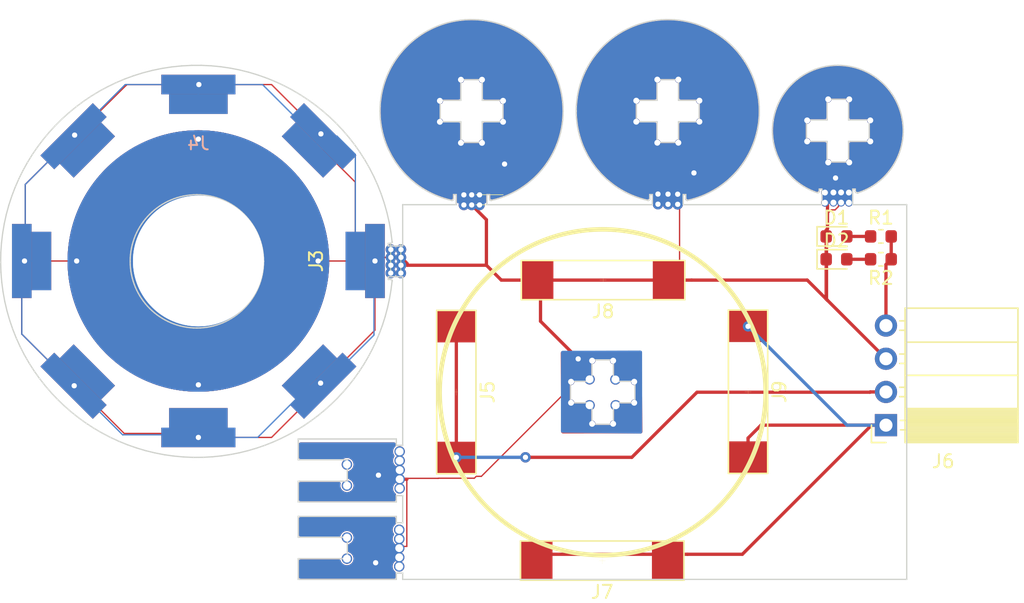
<source format=kicad_pcb>
(kicad_pcb (version 20211014) (generator pcbnew)

  (general
    (thickness 1.6)
  )

  (paper "A4")
  (layers
    (0 "F.Cu" signal)
    (31 "B.Cu" signal)
    (32 "B.Adhes" user "B.Adhesive")
    (33 "F.Adhes" user "F.Adhesive")
    (34 "B.Paste" user)
    (35 "F.Paste" user)
    (36 "B.SilkS" user "B.Silkscreen")
    (37 "F.SilkS" user "F.Silkscreen")
    (38 "B.Mask" user)
    (39 "F.Mask" user)
    (40 "Dwgs.User" user "User.Drawings")
    (41 "Cmts.User" user "User.Comments")
    (42 "Eco1.User" user "User.Eco1")
    (43 "Eco2.User" user "User.Eco2")
    (44 "Edge.Cuts" user)
    (45 "Margin" user)
    (46 "B.CrtYd" user "B.Courtyard")
    (47 "F.CrtYd" user "F.Courtyard")
    (48 "B.Fab" user)
    (49 "F.Fab" user)
  )

  (setup
    (pad_to_mask_clearance 0.051)
    (solder_mask_min_width 0.25)
    (pcbplotparams
      (layerselection 0x00010fc_ffffffff)
      (disableapertmacros false)
      (usegerberextensions false)
      (usegerberattributes false)
      (usegerberadvancedattributes false)
      (creategerberjobfile false)
      (svguseinch false)
      (svgprecision 6)
      (excludeedgelayer true)
      (plotframeref false)
      (viasonmask false)
      (mode 1)
      (useauxorigin false)
      (hpglpennumber 1)
      (hpglpenspeed 20)
      (hpglpendiameter 15.000000)
      (dxfpolygonmode true)
      (dxfimperialunits true)
      (dxfusepcbnewfont true)
      (psnegative false)
      (psa4output false)
      (plotreference true)
      (plotvalue true)
      (plotinvisibletext false)
      (sketchpadsonfab false)
      (subtractmaskfromsilk false)
      (outputformat 1)
      (mirror false)
      (drillshape 1)
      (scaleselection 1)
      (outputdirectory "")
    )
  )

  (net 0 "")
  (net 1 "GND")
  (net 2 "Net-(J5-Pad1)")
  (net 3 "Net-(J6-Pad1)")
  (net 4 "VCC")
  (net 5 "Net-(D1-Pad2)")
  (net 6 "Net-(D2-Pad2)")

  (footprint "board:rotary2" (layer "F.Cu") (at 101.365 51.21))

  (footprint "board:70-9155" (layer "F.Cu") (at 132.237 74.134))

  (footprint "Connector_PinSocket_2.54mm:PinSocket_1x04_P2.54mm_Horizontal" (layer "F.Cu") (at 153.93 63.77 180))

  (footprint "board:70-9155" (layer "F.Cu") (at 132.304 52.672))

  (footprint "board:PTH_GIGANTE" (layer "F.Cu") (at 101.365 51.21 90))

  (footprint "board:70-9155" (layer "F.Cu") (at 121.085 61.238 90))

  (footprint "LED_SMD:LED_0603_1608Metric" (layer "F.Cu") (at 150.146 49.329))

  (footprint "LED_SMD:LED_0603_1608Metric" (layer "F.Cu") (at 150.146 51.079))

  (footprint "Resistor_SMD:R_0603_1608Metric" (layer "F.Cu") (at 153.543 49.329))

  (footprint "Resistor_SMD:R_0603_1608Metric" (layer "F.Cu") (at 153.543 51.079 180))

  (footprint "board:70-9155" (layer "F.Cu") (at 143.386 61.211 90))

  (footprint "board:PTH_GIGANTE" (layer "B.Cu") (at 101.365 51.21))

  (footprint "board:rotary2" (layer "B.Cu") (at 101.365 51.21 180))

  (gr_line (start 122.57 46.91) (end 124.651363 46.909992) (layer "F.SilkS") (width 0.05) (tstamp 00000000-0000-0000-0000-00005e219f99))
  (gr_line (start 116.06812 51.97692) (end 116.068112 49.895557) (layer "F.SilkS") (width 0.05) (tstamp 00000000-0000-0000-0000-00005e21a107))
  (gr_line (start 116.84 51.99) (end 116.839992 49.908637) (layer "F.SilkS") (width 0.05) (tstamp 00000000-0000-0000-0000-00005e21a108))
  (gr_line (start 122.58308 46.13812) (end 124.664443 46.138112) (layer "F.SilkS") (width 0.05) (tstamp 00000000-0000-0000-0000-00005e21dfaf))
  (gr_circle (center 132.2715 61.2545) (end 144.735917 61.2545) (layer "F.SilkS") (width 0.349999) (fill none) (tstamp 00000000-0000-0000-0000-00005e3e243f))
  (gr_poly
    (pts
      (xy 155.91 31.71)
      (xy 155.95 46.22)
      (xy 114.728 46.856)
      (xy 114.708 31.776)
    ) (layer "B.Mask") (width 0.1) (fill solid) (tstamp 13e431ae-a46e-4558-93e0-17204cf54d75))
  (gr_poly
    (pts
      (xy 135.03 58.56)
      (xy 135.04 64.04)
      (xy 129.57 64.07)
      (xy 129.54 58.54)
    ) (layer "B.Mask") (width 0.1) (fill solid) (tstamp 9a07bb84-15a1-4c17-a548-5fe31dcf02a0))
  (gr_poly
    (pts
      (xy 116.52 65.11)
      (xy 116.55 75.73)
      (xy 108.92 75.73)
      (xy 108.91 65.1)
    ) (layer "B.Mask") (width 0.1) (fill solid) (tstamp f73420a8-5eda-46e1-84a8-1c1af0a01810))
  (gr_poly
    (pts
      (xy 156.17 46.16)
      (xy 156.21 31.65)
      (xy 114.755 31.291)
      (xy 114.735 46.371)
    ) (layer "F.Mask") (width 0.1) (fill solid) (tstamp 00000000-0000-0000-0000-00005e21b11f))
  (gr_poly
    (pts
      (xy 135 58.54)
      (xy 135.01 64.01)
      (xy 129.56 64.02)
      (xy 129.54 58.53)
    ) (layer "F.Mask") (width 0.1) (fill solid) (tstamp 19dc0fda-5f47-4b70-8912-59b00b38d2bc))
  (gr_poly
    (pts
      (xy 116.57 65.15)
      (xy 116.55 75.73)
      (xy 108.91 75.74)
      (xy 108.87 65.13)
    ) (layer "F.Mask") (width 0.1) (fill solid) (tstamp 688bd702-b60e-4d10-a57f-f8fd21def76f))
  (gr_line (start 133.075252 60.450816) (end 131.465251 62.060816) (layer "Dwgs.User") (width 0.01) (tstamp 00000000-0000-0000-0000-00005e21a15b))
  (gr_line (start 133.075252 62.058316) (end 131.465251 60.448316) (layer "Dwgs.User") (width 0.01) (tstamp 00000000-0000-0000-0000-00005e21a15c))
  (gr_circle (center 132.271 61.254) (end 146.589 61.032) (layer "Dwgs.User") (width 0.15) (fill none) (tstamp 58f7fd92-211a-468e-97dc-6b94fe6e75d4))
  (gr_circle (center 132.27 61.25) (end 137.77 61.25) (layer "Dwgs.User") (width 0.15) (fill none) (tstamp 5c71f5ad-2563-4460-b767-8232176024a3))
  (gr_circle (center 132.27 61.25) (end 139.27 61.25) (layer "Dwgs.User") (width 0.15) (fill none) (tstamp 6ac2aa36-113f-4ef9-8f0c-d4d217ae3a08))
  (gr_circle (center 132.271 61.254) (end 142.271 61.254) (layer "Dwgs.User") (width 0.15) (fill none) (tstamp 95e83c5c-d241-4f4a-b37d-82ee7c3862e8))
  (gr_arc (start 144.870999 61.251001) (mid 141.182665 70.161424) (end 132.273999 73.853999) (layer "Dwgs.User") (width 0.12) (tstamp b5ced461-a19a-4fb6-b075-0ba16a9cd221))
  (gr_circle (center 132.272 61.254) (end 143.466 61.225) (layer "Dwgs.User") (width 0.15) (fill none) (tstamp d3be7847-99d9-4c04-a20a-7cf9ee46658f))
  (gr_line (start 148.83365 45.703394) (end 148.83365 45.703394) (layer "Edge.Cuts") (width 0.1) (tstamp 00c94c8e-2c10-4b6a-a49d-ac12bbac3488))
  (gr_line (start 136.429243 40.557912) (end 136.429243 40.557912) (layer "Edge.Cuts") (width 0.1) (tstamp 00eb5f89-e31a-4727-9b65-01737175cfa3))
  (gr_line (start 120.795577 46.56067) (end 120.804116 46.556268) (layer "Edge.Cuts") (width 0.1) (tstamp 0114cfa7-0b18-4059-93d1-9711fe4861e1))
  (gr_line (start 130.257504 39.395348) (end 130.249242 39.737574) (layer "Edge.Cuts") (width 0.1) (tstamp 011aed15-3c5e-4aed-9487-c3ea0895226c))
  (gr_line (start 148.696641 45.990762) (end 148.696641 45.990762) (layer "Edge.Cuts") (width 0.1) (tstamp 01415439-f6d9-4735-8fc4-5068177d205c))
  (gr_line (start 140.567193 33.57361) (end 140.279976 33.427174) (layer "Edge.Cuts") (width 0.1) (tstamp 015cb661-908a-4ebf-8122-91027eb58784))
  (gr_line (start 124.646642 38.917913) (end 124.646642 38.917913) (layer "Edge.Cuts") (width 0.1) (tstamp 017cb78d-2531-4612-a7b3-5bcf95e3dbb1))
  (gr_line (start 139.646642 38.917913) (end 139.646642 38.917913) (layer "Edge.Cuts") (width 0.1) (tstamp 01d02670-6a4b-432e-983a-eeebb2088dea))
  (gr_line (start 135.45122 46.503126) (end 135.749578 46.575386) (layer "Edge.Cuts") (width 0.1) (tstamp 01ebdc8e-2463-4c3e-92bd-ed612bcbfbd0))
  (gr_line (start 134.734109 62.057911) (end 134.734109 62.057911) (layer "Edge.Cuts") (width 0.1) (tstamp 0263ca78-8f51-4c0c-89a3-6d6139b26156))
  (gr_line (start 120.872114 46.489274) (end 120.872114 46.489274) (layer "Edge.Cuts") (width 0.1) (tstamp 027b1667-ddc8-4697-8d18-500c76e4a49e))
  (gr_line (start 101.249245 46.137913) (end 100.9868 46.144549) (layer "Edge.Cuts") (width 0.1) (tstamp 02b8e03a-10f7-4afd-b07d-c071a7549528))
  (gr_line (start 115.322406 38.723383) (end 115.282019 39.057115) (layer "Edge.Cuts") (width 0.1) (tstamp 02ec0c8e-aba3-4c0a-b53a-a14c3192b45f))
  (gr_line (start 147.670946 45.522644) (end 147.864512 45.633187) (layer "Edge.Cuts") (width 0.1) (tstamp 03121093-cda6-4df5-b86a-76030c30e168))
  (gr_line (start 126.118733 33.904469) (end 125.846937 33.732831) (layer "Edge.Cuts") (width 0.1) (tstamp 034bbcf3-4271-4b27-801f-96090664beb6))
  (gr_line (start 149.429243 43.635313) (end 149.429243 42.057912) (layer "Edge.Cuts") (width 0.1) (tstamp 034c7c3d-4640-43c4-a27d-0129039a1ee0))
  (gr_line (start 116.150957 52.66252) (end 116.144991 52.654659) (layer "Edge.Cuts") (width 0.1) (tstamp 03946342-1e2f-4009-a417-12159b9c46f7))
  (gr_line (start 123.730162 46.570955) (end 123.739615 46.573394) (layer "Edge.Cuts") (width 0.1) (tstamp 03b86cba-85eb-464f-9d13-cc6cf9f702dc))
  (gr_line (start 128.308466 36.230078) (end 128.139024 35.952749) (layer "Edge.Cuts") (width 0.1) (tstamp 03d5f4bd-d6cf-4871-a6b5-1fd6dde1132a))
  (gr_line (start 135.097993 33.075334) (end 134.786953 33.183768) (layer "Edge.Cuts") (width 0.1) (tstamp 041370de-67bd-49a3-bea0-6fc578ec4843))
  (gr_line (start 136.072115 46.903394) (end 123.42637 46.903394) (layer "Edge.Cuts") (width 0.1) (tstamp 041ddd76-39ca-46de-98a7-c5347d228f93))
  (gr_line (start 154.725314 43.466271) (end 154.817815 43.2701) (layer "Edge.Cuts") (width 0.1) (tstamp 042fc795-d6c7-4ad2-8003-4e8a4ab1255b))
  (gr_line (start 133.050678 45.33967) (end 133.289101 45.510824) (layer "Edge.Cuts") (width 0.1) (tstamp 0458f909-d170-4303-9872-ec07601477da))
  (gr_line (start 155.188789 42.017711) (end 155.218372 41.798993) (layer "Edge.Cuts") (width 0.1) (tstamp 04594668-bac9-4d76-a2f5-8c9b9b1c7916))
  (gr_line (start 127.764173 35.425568) (end 127.559606 35.176392) (layer "Edge.Cuts") (width 0.1) (tstamp 0461ab24-1a00-4bfd-a488-859259cc8eb5))
  (gr_line (start 151.801839 45.990763) (end 151.801839 45.990763) (layer "Edge.Cuts") (width 0.1) (tstamp 04d0a508-c882-4cf2-9a62-1adba1fe8597))
  (gr_line (start 112.867589 41.748166) (end 112.403957 41.208122) (layer "Edge.Cuts") (width 0.1) (tstamp 04f43adf-8638-4625-a7e9-600460c7647b))
  (gr_line (start 101.593506 36.240829) (end 100.841155 36.243169) (layer "Edge.Cuts") (width 0.1) (tstamp 04fd48e9-b760-4c0d-a159-8be9893ed896))
  (gr_line (start 116.499244 71.237847) (end 116.499244 71.237847) (layer "Edge.Cuts") (width 0.1) (tstamp 0520c7bc-c229-4de4-ab55-0175e5085f09))
  (gr_line (start 145.900328 38.769368) (end 145.796009 38.962864) (layer "Edge.Cuts") (width 0.1) (tstamp 0604194f-94d4-472d-8ff3-e7a48c1cd1a3))
  (gr_line (start 116.092812 49.858935) (end 116.0975 49.856912) (layer "Edge.Cuts") (width 0.1) (tstamp 060fbc35-e1fe-4201-99b8-4b7b110870b9))
  (gr_line (start 123.739615 46.573394) (end 123.749242 46.575312) (layer "Edge.Cuts") (width 0.1) (tstamp 062917d2-0543-442b-805a-8a5cfa03ee2a))
  (gr_line (start 151.708459 45.996158) (end 151.716047 45.997598) (layer "Edge.Cuts") (width 0.1) (tstamp 064d83d3-fdd2-4f1d-928c-4973c06ca843))
  (gr_line (start 115.440907 56.102143) (end 115.64651 55.453503) (layer "Edge.Cuts") (width 0.1) (tstamp 067af7b2-d143-49d4-9cea-035764cce689))
  (gr_line (start 151.069234 43.635313) (end 151.069234 43.635313) (layer "Edge.Cuts") (width 0.1) (tstamp 0684b0bf-4235-4a7a-ab65-3f9c18133155))
  (gr_line (start 128.971389 41.694888) (end 129.05511 41.380862) (layer "Edge.Cuts") (width 0.1) (tstamp 06ce5ffb-0406-4f38-bb9a-d9d1a1e0144b))
  (gr_line (start 97.474133 54.667038) (end 97.643 54.844158) (layer "Edge.Cuts") (width 0.1) (tstamp 075ce4ac-fe20-4d8e-b33c-fb6b0ee1cafd))
  (gr_line (start 116.10655 49.852364) (end 116.110906 49.849849) (layer "Edge.Cuts") (width 0.1) (tstamp 07e1dcc6-9297-41f5-b4d2-3a67d21fbfba))
  (gr_line (start 136.069706 32.837596) (end 135.739737 32.901852) (layer "Edge.Cuts") (width 0.1) (tstamp 086c43c5-6846-4ded-a9c4-a493aa791cc2))
  (gr_line (start 88.806936 59.619427) (end 89.219736 60.200788) (layer "Edge.Cuts") (width 0.1) (tstamp 08a3b36f-bf5a-46b5-9731-816d6cadb718))
  (gr_line (start 116.153161 49.808833) (end 116.155753 49.804648) (layer "Edge.Cuts") (width 0.1) (tstamp 090940d5-c5e1-49e0-b5ad-af65c0e56fda))
  (gr_line (start 138.694464 46.556247) (end 138.703036 46.560641) (layer "Edge.Cuts") (width 0.1) (tstamp 092c1ee2-f19f-4bac-ab0f-24d429970358))
  (gr_line (start 118.289136 45.510847) (end 118.53522 45.672256) (layer "Edge.Cuts") (width 0.1) (tstamp 0a1dbc9d-8d83-4175-b87c-586ce4ba4317))
  (gr_line (start 90.612266 61.814217) (end 91.124679 62.305604) (layer "Edge.Cuts") (width 0.1) (tstamp 0a5638fe-30dd-48c1-8e6a-8ecebea01927))
  (gr_line (start 104.493904 65.884596) (end 105.154826 65.72277) (layer "Edge.Cuts") (width 0.1) (tstamp 0a691bb9-3bd4-439b-9d09-b47a165b6ff4))
  (gr_line (start 108.999244 69.647912) (end 108.999244 69.647912) (layer "Edge.Cuts") (width 0.1) (tstamp 0aa334c3-d218-4f30-92fb-3b969be45f4c))
  (gr_line (start 151.747001 46.000023) (end 151.754836 45.999774) (layer "Edge.Cuts") (width 0.1) (tstamp 0ae7fdd3-8697-4066-84c2-29a5c806cc35))
  (gr_line (start 96.550028 49.252763) (end 96.458712 49.484362) (layer "Edge.Cuts") (width 0.1) (tstamp 0b04b2b1-3bb4-4bcc-bd0f-b61e7dd3d699))
  (gr_line (start 151.693536 45.992306) (end 151.700952 45.994392) (layer "Edge.Cuts") (width 0.1) (tstamp 0b0503eb-97b9-444e-97e0-6882aad2cff6))
  (gr_line (start 155.238396 40.905696) (end 155.217982 40.679144) (layer "Edge.Cuts") (width 0.1) (tstamp 0b1f7238-37c4-498b-8795-f5fd2d777fe5))
  (gr_line (start 151.615589 45.943804) (end 151.621072 45.949406) (layer "Edge.Cuts") (width 0.1) (tstamp 0b24336a-6e66-47f0-bf19-da83bdc3e64f))
  (gr_line (start 116.982645 50.060786) (end 116.982645 50.060786) (layer "Edge.Cuts") (width 0.1) (tstamp 0b35f3d0-bd3c-495c-acf3-79f83347ed2e))
  (gr_line (start 114.785972 44.767286) (end 114.458864 44.123672) (layer "Edge.Cuts") (width 0.1) (tstamp 0b8868f8-1e2b-470c-a235-be5893563f78))
  (gr_line (start 102.765829 56.108628) (end 103.002796 56.028447) (layer "Edge.Cuts") (width 0.1) (tstamp 0bac01c3-e9cf-4544-83b1-6cf92e0640c2))
  (gr_line (start 153.370818 45.144666) (end 153.538879 45.004143) (layer "Edge.Cuts") (width 0.1) (tstamp 0bbac323-c408-4b73-87b4-5406a92b5439))
  (gr_line (start 151.387899 45.703394) (end 151.587896 45.703394) (layer "Edge.Cuts") (width 0.1) (tstamp 0bfbdb02-26b0-4b2b-8752-d1d11f757031))
  (gr_line (start 148.696641 45.990762) (end 148.707319 45.989773) (layer "Edge.Cuts") (width 0.1) (tstamp 0d0ad661-a2c0-4d98-95f0-bc622c007f40))
  (gr_line (start 130.657014 42.094241) (end 130.761953 42.369206) (layer "Edge.Cuts") (width 0.1) (tstamp 0d167417-54dd-494f-b1dc-eeab3efe140e))
  (gr_line (start 118.897618 33.591077) (end 118.616967 33.752876) (layer "Edge.Cuts") (width 0.1) (tstamp 0d1b20eb-9619-42c6-80bf-0c89cb7f0d75))
  (gr_line (start 112.749244 73.98243) (end 108.999244 73.98243) (layer "Edge.Cuts") (width 0.1) (tstamp 0d36e438-1b7d-4bdc-9464-ecdf4d56e09d))
  (gr_line (start 106.039778 52.991464) (end 106.119959 52.754497) (layer "Edge.Cuts") (width 0.1) (tstamp 0d3e3053-2d5f-4d95-b8db-46dc2533f651))
  (gr_line (start 106.349245 51.237912) (end 106.349245 51.237912) (layer "Edge.Cuts") (width 0.1) (tstamp 0d450238-4f13-4fd8-a515-b810d1ce1284))
  (gr_line (start 112.749244 66.417912) (end 112.749244 68.057911) (layer "Edge.Cuts") (width 0.1) (tstamp 0d85ec4b-9814-4299-9472-8217460e2d06))
  (gr_line (start 89.504086 41.907666) (end 89.075366 42.473924) (layer "Edge.Cuts") (width 0.1) (tstamp 0db8962d-07d7-426b-9005-4f555492f50d))
  (gr_line (start 123.670419 46.540374) (end 123.678138 46.546101) (layer "Edge.Cuts") (width 0.1) (tstamp 0defe8a2-a4be-46a3-a1ab-5f821c7bac54))
  (gr_line (start 116.174057 52.737914) (end 116.174057 52.737914) (layer "Edge.Cuts") (width 0.1) (tstamp 0e54829f-4b27-46ac-b573-ac0811d08322))
  (gr_line (start 98.005171 55.173322) (end 98.197834 55.324724) (layer "Edge.Cuts") (width 0.1) (tstamp 0e89e192-7ebb-4ba5-b374-8117d8c1f15f))
  (gr_line (start 151.754836 45.999774) (end 151.762689 45.999174) (layer "Edge.Cuts") (width 0.1) (tstamp 0ed35398-0f5c-428b-a68c-27eae9d2683b))
  (gr_line (start 100.472565 56.27915) (end 100.7278 56.311583) (layer "Edge.Cuts") (width 0.1) (tstamp 0fbd514b-e578-4f8a-b1d8-a2b7d41acde1))
  (gr_line (start 130.322396 38.723439) (end 130.282011 39.057171) (layer "Edge.Cuts") (width 0.1) (tstamp 109fa04c-9b7a-43cc-842e-58ba7711f581))
  (gr_line (start 138.749242 46.575312) (end 139.081752 46.493924) (layer "Edge.Cuts") (width 0.1) (tstamp 110ba5d5-2270-4b42-9950-28cbdf3112d9))
  (gr_line (start 138.74613 32.898394) (end 138.422755 32.835688) (layer "Edge.Cuts") (width 0.1) (tstamp 1124dcab-9f71-4a19-bb65-cb6fba623761))
  (gr_line (start 155.101309 42.447691) (end 155.149712 42.234036) (layer "Edge.Cuts") (width 0.1) (tstamp 1125246e-0370-4895-ad7f-5d9b98dcfc88))
  (gr_line (start 152.646642 40.417913) (end 152.646642 40.417913) (layer "Edge.Cuts") (width 0.1) (tstamp 113d0ae5-b320-4389-8505-8ca41652c08b))
  (gr_line (start 89.075366 42.473924) (end 88.673471 43.060252) (layer "Edge.Cuts") (width 0.1) (tstamp 1145ac62-7263-4309-937f-a9a54c43783f))
  (gr_line (start 151.600563 45.925422) (end 151.605324 45.931807) (layer "Edge.Cuts") (width 0.1) (tstamp 1184fe1f-40b2-456d-b49a-7d30f608113f))
  (gr_line (start 151.632686 45.959798) (end 151.638796 45.96458) (layer "Edge.Cuts") (width 0.1) (tstamp 11b35349-3fce-40e9-9e68-5004156b94ae))
  (gr_line (start 124.406825 46.397536) (end 124.724156 46.286592) (layer "Edge.Cuts") (width 0.1) (tstamp 12ae86b7-aca5-46c1-9ea3-74816ef47b07))
  (gr_line (start 146.132826 38.398884) (end 146.012682 38.581304) (layer "Edge.Cuts") (width 0.1) (tstamp 13bd7431-62b2-4347-b005-81b0f7e8e1e4))
  (gr_line (start 105.478245 48.386454) (end 105.336055 48.186502) (layer "Edge.Cuts") (width 0.1) (tstamp 1408bf97-c111-468d-a861-e2c4205d472c))
  (gr_line (start 119.591152 46.214221) (end 119.871784 46.322241) (layer "Edge.Cuts") (width 0.1) (tstamp 140c2296-2864-4689-bed2-7b05d0a4d963))
  (gr_line (start 102.449006 66.190094) (end 103.140248 66.118955) (layer "Edge.Cuts") (width 0.1) (tstamp 141eb4a7-c811-4bf2-9a99-b9517cbed927))
  (gr_line (start 130.761953 42.369206) (end 130.878052 42.638775) (layer "Edge.Cuts") (width 0.1) (tstamp 144a5a31-8571-4320-a08c-6fae2da26755))
  (gr_line (start 119.851842 38.917913) (end 121.429243 38.917913) (layer "Edge.Cuts") (width 0.1) (tstamp 1451472f-8f59-4027-8631-e3e7026e83ec))
  (gr_line (start 106.188683 49.963343) (end 106.119959 49.721328) (layer "Edge.Cuts") (width 0.1) (tstamp 146713d0-d600-415e-bdfe-2e2fb828e931))
  (gr_line (start 151.387899 45.703394) (end 151.387899 45.703394) (layer "Edge.Cuts") (width 0.1) (tstamp 147b44a9-26f8-4e85-9add-962e127a5c94))
  (gr_line (start 115.282019 39.057115) (end 115.257509 39.39529) (layer "Edge.Cuts") (width 0.1) (tstamp 14c634b3-7e45-41d1-8f6b-6f220d11fb64))
  (gr_line (start 95.956562 65.276972) (end 96.637989 65.5155) (layer "Edge.Cuts") (width 0.1) (tstamp 14e6e161-1c91-44d3-a950-ff5c13393e4b))
  (gr_line (start 133.09411 63.697911) (end 133.09411 63.697911) (layer "Edge.Cuts") (width 0.1) (tstamp 15214a20-bfc4-4c0e-8894-29ca9dcad2b7))
  (gr_line (start 105.154826 65.72277) (end 105.804151 65.53211) (layer "Edge.Cuts") (width 0.1) (tstamp 1583b974-09f9-4d6f-96ff-2a810c6f4666))
  (gr_line (start 103.234395 55.937131) (end 103.460306 55.834998) (layer "Edge.Cuts") (width 0.1) (tstamp 1621e6b7-3610-458e-b4cc-4b42fb900694))
  (gr_line (start 120.820396 46.546111) (end 120.828099 46.540381) (layer "Edge.Cuts") (width 0.1) (tstamp 1624de27-c249-4112-932f-3f51ed6a04a1))
  (gr_line (start 123.694465 46.556247) (end 123.703036 46.560642) (layer "Edge.Cuts") (width 0.1) (tstamp 163fba95-23f5-47c3-88b8-6bfb433e0c07))
  (gr_line (start 118.788714 45.823608) (end 119.049367 45.964594) (layer "Edge.Cuts") (width 0.1) (tstamp 16596ce5-d4ff-4644-ba6d-6ca4f23032bb))
  (gr_line (start 120.786796 46.564603) (end 120.795577 46.56067) (layer "Edge.Cuts") (width 0.1) (tstamp 167b4f53-a748-4b8b-9d8c-9d551638882b))
  (gr_line (start 86.93553 55.73431) (end 87.17065 56.424777) (layer "Edge.Cuts") (width 0.1) (tstamp 167c0fe9-d50a-45c9-9c34-2f31ed45f750))
  (gr_line (start 116.982645 71.237847) (end 116.982645 71.237847) (layer "Edge.Cuts") (width 0.1) (tstamp 168df1cc-38f5-4e75-a25d-f5dc77663f8d))
  (gr_line (start 113.645475 59.686139) (end 114.00787 59.12894) (layer "Edge.Cuts") (width 0.1) (tstamp 170b9fa3-9101-494a-8515-bf4ba8f9fd12))
  (gr_line (start 99.495694 46.44738) (end 99.264095 46.538696) (layer "Edge.Cuts") (width 0.1) (tstamp 173b492e-1199-4d6f-84ca-dfd4c4902b48))
  (gr_line (start 123.42279 32.835694) (end 123.094862 32.788126) (layer "Edge.Cuts") (width 0.1) (tstamp 17860218-f094-4d7a-8b89-7e51676a5394))
  (gr_line (start 146.260514 38.222317) (end 146.132826 38.398884) (layer "Edge.Cuts") (width 0.1) (tstamp 179790c1-32e8-435c-a8cc-21580f278da0))
  (gr_line (start 131.454111 63.697911) (end 131.454111 62.057911) (layer "Edge.Cuts") (width 0.1) (tstamp 17a3823c-da76-42e0-a74f-42280d1e3d47))
  (gr_line (start 104.100703 55.466914) (end 104.300656 55.324724) (layer "Edge.Cuts") (width 0.1) (tstamp 1885326b-d3d8-4309-829f-7b5cf0d0fc38))
  (gr_line (start 139.377538 33.067872) (end 139.064531 32.975902) (layer "Edge.Cuts") (width 0.1) (tstamp 1894f24d-0967-40fe-9bcc-b925f7a62e88))
  (gr_line (start 96.887589 48.593377) (end 96.764787 48.80695) (layer "Edge.Cuts") (width 0.1) (tstamp 18b1ecdb-ac16-4120-87cf-a9420e3ab828))
  (gr_line (start 105.024357 54.667038) (end 105.184653 54.481987) (layer "Edge.Cuts") (width 0.1) (tstamp 18be57e9-ca1e-4801-9abd-5773a384eb0c))
  (gr_line (start 129.124325 41.062052) (end 129.178726 40.7389) (layer "Edge.Cuts") (width 0.1) (tstamp 191a2065-3564-4e9a-ac95-8a8eb0188cd9))
  (gr_line (start 116.174055 49.737912) (end 116.174055 49.737912) (layer "Edge.Cuts") (width 0.1) (tstamp 192bbbd5-935e-447e-bd75-5546863123d5))
  (gr_line (start 149.429243 43.635313) (end 149.429243 43.635313) (layer "Edge.Cuts") (width 0.1) (tstamp 193653b8-e230-43a3-a2dc-1627689145ad))
  (gr_line (start 135.867045 46.497666) (end 135.87214 46.489274) (layer "Edge.Cuts") (width 0.1) (tstamp 1940f202-6921-4047-8d49-51c7024c430d))
  (gr_line (start 132.178584 44.563812) (end 132.597812 44.969367) (layer "Edge.Cuts") (width 0.1) (tstamp 1966e4c2-998f-4f48-9491-ab2dda4b62ad))
  (gr_line (start 136.405248 32.788856) (end 136.069706 32.837596) (layer "Edge.Cuts") (width 0.1) (tstamp 196f88a3-c74d-4a6a-a0c7-d5526a2446b6))
  (gr_line (start 148.833643 45.904772) (end 148.833643 45.904772) (layer "Edge.Cuts") (width 0.1) (tstamp 198814bc-2892-4880-b32a-e74c40712e43))
  (gr_line (start 154.273849 44.204958) (end 154.398597 44.027737) (layer "Edge.Cuts") (width 0.1) (tstamp 199935f1-01cb-442a-b69a-b5c6c3ce8678))
  (gr_line (start 106.188683 52.512482) (end 106.245631 52.26574) (layer "Edge.Cuts") (width 0.1) (tstamp 1a27b79c-b078-469b-b855-d5a63a6f9ec6))
  (gr_line (start 129.217771 39.073577) (end 129.176836 38.733709) (layer "Edge.Cuts") (width 0.1) (tstamp 1ad39bcc-ab4d-4cae-bd68-f8275cffcc1d))
  (gr_line (start 115.888019 50.060786) (end 115.888019 50.060786) (layer "Edge.Cuts") (width 0.1) (tstamp 1ad4e79d-a196-4e99-bc82-ecb0a7aa3012))
  (gr_line (start 138.42637 46.123394) (end 138.626367 46.123394) (layer "Edge.Cuts") (width 0.1) (tstamp 1af09729-b207-4938-a57b-b329a1054ef4))
  (gr_line (start 97.162434 48.186502) (end 97.020245 48.386454) (layer "Edge.Cuts") (width 0.1) (tstamp 1b738c45-e015-4659-904d-afcc39fb284c))
  (gr_line (start 128.139024 35.952749) (end 127.957453 35.684467) (layer "Edge.Cuts") (width 0.1) (tstamp 1b7dcbde-4e10-4da7-8a0a-68b36367a571))
  (gr_line (start 116.795014 44.125505) (end 117.178608 44.563831) (layer "Edge.Cuts") (width 0.1) (tstamp 1bb1735c-3550-44e4-b2ab-f0e7e1b7361e))
  (gr_line (start 108.999244 64.827912) (end 108.999244 66.417912) (layer "Edge.Cuts") (width 0.1) (tstamp 1bd16262-5c01-4760-9194-e5bde6dcd872))
  (gr_line (start 87.95352 44.289278) (end 87.637145 44.930052) (layer "Edge.Cuts") (width 0.1) (tstamp 1c2ca875-9150-40b7-86b1-99dd9327b26e))
  (gr_line (start 135.768552 46.571007) (end 135.777768 46.568051) (layer "Edge.Cuts") (width 0.1) (tstamp 1c56a94a-0662-4bfe-93b3-c59fb745e1d9))
  (gr_line (start 99.325931 36.36143) (end 98.582328 36.475846) (layer "Edge.Cuts") (width 0.1) (tstamp 1c90f378-8038-4625-9180-6286c9da06e7))
  (gr_line (start 151.58455 36.418799) (end 151.369592 36.364407) (layer "Edge.Cuts") (width 0.1) (tstamp 1d063f25-3baf-4ac8-8d95-7ae5721e2fc6))
  (gr_line (start 128.181656 43.45369) (end 128.345957 43.1777) (layer "Edge.Cuts") (width 0.1) (tstamp 1d31e8ae-f23a-4308-9f53-39efbdf8d7ea))
  (gr_line (start 116.144472 49.82076) (end 116.147518 49.816893) (layer "Edge.Cuts") (width 0.1) (tstamp 1d831850-3d28-400b-8843-7da1cf9b9247))
  (gr_line (start 143.761667 42.306798) (end 143.873477 42.003674) (layer "Edge.Cuts") (width 0.1) (tstamp 1d9c216a-1f0c-49a2-b85b-8e022c565cad))
  (gr_line (start 115.888019 49.860785) (end 116.08802 49.860785) (layer "Edge.Cuts") (width 0.1) (tstamp 1e246cea-ff1a-46fe-a652-b05222d04d84))
  (gr_line (start 146.224632 44.204957) (end 146.496879 44.542841) (layer "Edge.Cuts") (width 0.1) (tstamp 1e4286cb-9fdd-4649-9856-3b29b5ba14ca))
  (gr_line (start 139.646642 40.557912) (end 139.646642 40.557912) (layer "Edge.Cuts") (width 0.1) (tstamp 1e44acf3-facf-47bc-9856-c7e674825f9c))
  (gr_line (start 115.27573 40.348505) (end 115.308463 40.649323) (layer "Edge.Cuts") (width 0.1) (tstamp 1e8b0277-53db-400c-acb0-8b22f5784940))
  (gr_line (start 151.069234 40.417913) (end 151.069234 40.417913) (layer "Edge.Cuts") (width 0.1) (tstamp 1e92eb9b-cad1-4986-ae6b-3c3a98f245ca))
  (gr_line (start 148.064033 45.735547) (end 148.269341 45.829446) (layer "Edge.Cuts") (width 0.1) (tstamp 1f7bf930-50aa-40d8-9849-31d2e3b58de8))
  (gr_line (start 105.804151 65.53211) (end 106.441133 65.313313) (layer "Edge.Cuts") (width 0.1) (tstamp 1f93d4bb-0c2d-4916-b7c4-37b6ee98ef2b))
  (gr_line (start 125.846937 33.732831) (end 125.567221 33.573625) (layer "Edge.Cuts") (width 0.1) (tstamp 1fb8d8e9-3e44-421e-b51a-575367a68f7a))
  (gr_line (start 135.855584 46.51341) (end 135.86152 46.505715) (layer "Edge.Cuts") (width 0.1) (tstamp 1fd78293-14bf-4d9a-a101-bf37be1dba42))
  (gr_line (start 151.151269 36.319435) (end 150.929826 36.28409) (layer "Edge.Cuts") (width 0.1) (tstamp 201d24b9-8bad-414a-a552-e50d964a1cc7))
  (gr_line (start 107.675087 64.794096) (end 108.270568 64.49507) (layer "Edge.Cuts") (width 0.1) (tstamp 202e7b9e-24b4-4844-b67e-6d291daa15db))
  (gr_line (start 121.405287 32.788851) (end 121.069745 32.837589) (layer "Edge.Cuts") (width 0.1) (tstamp 2093bbed-9a0d-4db5-83f0-928dcd205801))
  (gr_line (start 132.583183 34.519683) (end 132.3488 34.739296) (layer "Edge.Cuts") (width 0.1) (tstamp 20c5e5d4-d5ca-4db0-b4d4-9224e8d64619))
  (gr_line (start 100.841155 36.243169) (end 100.08207 36.283422) (layer "Edge.Cuts") (width 0.1) (tstamp 20c9fe44-96d2-495e-86be-aa40a5f781f1))
  (gr_line (start 130.877513 36.836522) (end 130.749594 37.135284) (layer "Edge.Cuts") (width 0.1) (tstamp 20e0d658-a47f-4f2e-8a11-760e89386db2))
  (gr_line (start 130.30846 40.649361) (end 130.353852 40.946642) (layer "Edge.Cuts") (width 0.1) (tstamp 20e1de53-2fe0-4f8e-9b65-aeff876352b3))
  (gr_line (start 118.344834 33.927029) (end 118.081587 34.113139) (layer "Edge.Cuts") (width 0.1) (tstamp 2103d2da-14e1-4fe7-835e-7e972b71b37d))
  (gr_line (start 133.09411 60.417912) (end 134.734109 60.417912) (layer "Edge.Cuts") (width 0.1) (tstamp 21f5a8ef-c933-4f86-9205-2bdeb3161113))
  (gr_line (start 151.651568 45.973291) (end 151.658209 45.977212) (layer "Edge.Cuts") (width 0.1) (tstamp 22559f30-a742-4159-ad02-932ecf1f3a41))
  (gr_line (start 120.739777 32.901843) (end 120.41575 32.981219) (layer "Edge.Cuts") (width 0.1) (tstamp 225b425b-305c-4a48-b5a6-856dc536b261))
  (gr_line (start 116.169304 49.77289) (end 116.170546 49.768054) (layer "Edge.Cuts") (width 0.1) (tstamp 2264625b-2595-4c04-9766-7b1fcf322d50))
  (gr_line (start 134.734109 60.417912) (end 134.734109 60.417912) (layer "Edge.Cuts") (width 0.1) (tstamp 22938e64-f44c-43e8-8f7d-a08586671969))
  (gr_line (start 151.621072 45.949406) (end 151.626775 45.954739) (layer "Edge.Cuts") (width 0.1) (tstamp 22d1130b-d2eb-41fb-8e49-844ffff54dcc))
  (gr_line (start 123.720903 46.568008) (end 123.730162 46.570955) (layer "Edge.Cuts") (width 0.1) (tstamp 22e9df5f-447d-4be9-a64e-f8c8e569f346))
  (gr_line (start 132.124775 34.969286) (end 131.911474 35.209256) (layer "Edge.Cuts") (width 0.1) (tstamp 22fb130d-bade-4ba0-b465-015f24cadbe0))
  (gr_line (start 104.493318 47.302505) (end 104.300656 47.151103) (layer "Edge.Cuts") (width 0.1) (tstamp 2303f5e7-3db4-4ce0-b966-955bb451e384))
  (gr_line (start 97.020245 48.386454) (end 96.887589 48.593377) (layer "Edge.Cuts") (width 0.1) (tstamp 233a4576-fd2e-4034-830b-4b16a67e06f4))
  (gr_line (start 104.515977 36.594218) (end 103.800358 36.453096) (layer "Edge.Cuts") (width 0.1) (tstamp 238bc4a3-d794-4a88-9434-bc2981d345c0))
  (gr_line (start 130.481614 41.529368) (end 130.563484 41.814191) (layer "Edge.Cuts") (width 0.1) (tstamp 23cba604-72f2-45ab-bdaa-27bd16ef9eb2))
  (gr_line (start 131.454111 60.417912) (end 131.454111 60.417912) (layer "Edge.Cuts") (width 0.1) (tstamp 23e91a9f-2c55-46d2-a0ba-1acf7306c8e8))
  (gr_line (start 135.78678 46.564602) (end 135.795569 46.560671) (layer "Edge.Cuts") (width 0.1) (tstamp 23f48244-518b-4ccb-abb6-79aff7f440e0))
  (gr_line (start 155.515836 75.57243) (end 155.515836 75.57243) (layer "Edge.Cuts") (width 0.1) (tstamp 243a81df-5d38-40aa-924b-c20c39126357))
  (gr_line (start 103.680208 55.722371) (end 103.89378 55.59957) (layer "Edge.Cuts") (width 0.1) (tstamp 25520ae4-28c5-424c-bd85-18ca9fdb332e))
  (gr_line (start 153.538879 45.004143) (end 153.700142 44.856814) (layer "Edge.Cuts") (width 0.1) (tstamp 2559631b-ac1f-447d-95e5-ecebd62e4096))
  (gr_line (start 138.678137 46.5461) (end 138.686159 46.551396) (layer "Edge.Cuts") (width 0.1) (tstamp 259e5d08-2d46-4fe4-a975-483c34b0fb66))
  (gr_line (start 116.982645 52.41504) (end 116.982645 65.313328) (layer "Edge.Cuts") (width 0.1) (tstamp 25a17230-8fdd-42e1-b193-720c12dfaaf0))
  (gr_line (start 152.405816 36.726362) (end 152.206776 36.636392) (layer "Edge.Cuts") (width 0.1) (tstamp 25e7d747-14dc-4a28-ab04-4614d0a3b5d1))
  (gr_line (start 108.999244 72.342431) (end 112.749244 72.342431) (layer "Edge.Cuts") (width 0.1) (tstamp 26229ba7-b804-434d-beae-8ee832d19ede))
  (gr_line (start 143.497603 42.894251) (end 143.636273 42.603805) (layer "Edge.Cuts") (width 0.1) (tstamp 264572d1-8fd3-4949-bca4-0ddd66452907))
  (gr_line (start 126.448331 45.340117) (end 126.702856 45.139715) (layer "Edge.Cuts") (width 0.1) (tstamp 264b7a52-0f83-4adb-a7b9-54300776a564))
  (gr_line (start 90.123344 61.299044) (end 90.612266 61.814217) (layer "Edge.Cuts") (width 0.1) (tstamp 26514d70-6885-44f3-b847-38f6f8c786f9))
  (gr_line (start 121.069745 32.837589) (end 120.739777 32.901843) (layer "Edge.Cuts") (width 0.1) (tstamp 26635b5c-6d93-41bf-9556-6d76af4c1941))
  (gr_line (start 148.269341 45.829446) (end 148.480267 45.91461) (layer "Edge.Cuts") (width 0.1) (tstamp 26ff7499-a4ad-4897-96d7-2874e176f31b))
  (gr_line (start 123.094862 32.788126) (end 122.762802 32.756037) (layer "Edge.Cuts") (width 0.1) (tstamp 276910f7-18ae-4d37-9250-91d6eca505b6))
  (gr_line (start 138.631463 46.497664) (end 138.636988 46.505713) (layer "Edge.Cuts") (width 0.1) (tstamp 276b7ef7-4475-435e-85bf-44f38a543dd8))
  (gr_line (start 126.947179 44.92831) (end 127.180992 44.706346) (layer "Edge.Cuts") (width 0.1) (tstamp 2787e69d-d34a-42d3-ad41-8901b928e623))
  (gr_line (start 93.390386 64.016051) (end 94.006116 64.375579) (layer "Edge.Cuts") (width 0.1) (tstamp 27ad49a8-79a4-4042-aa13-c27f837e8470))
  (gr_line (start 148.291707 36.636392) (end 148.092667 36.726362) (layer "Edge.Cuts") (width 0.1) (tstamp 27ad4cf5-bc8c-4f6e-85db-623714522bd1))
  (gr_line (start 134.851842 38.917913) (end 136.429243 38.917913) (layer "Edge.Cuts") (width 0.1) (tstamp 27da6b58-e2ad-415a-a203-42275044488a))
  (gr_line (start 144.24205 39.411752) (end 144.217772 39.073559) (layer "Edge.Cuts") (width 0.1) (tstamp 28234128-8e51-4918-bf3d-7f7238e4fca9))
  (gr_line (start 130.255905 40.044516) (end 130.275728 40.348548) (layer "Edge.Cuts") (width 0.1) (tstamp 28963e7c-0dec-41e4-8a5c-81137aab1c35))
  (gr_line (start 120.812395 46.551411) (end 120.820396 46.546111) (layer "Edge.Cuts") (width 0.1) (tstamp 29759399-d61f-48b8-bc44-e63104c0ae17))
  (gr_line (start 124.064565 32.975911) (end 123.746165 32.898402) (layer "Edge.Cuts") (width 0.1) (tstamp 29c76ef2-40a9-4de8-89d6-3a0d271e68e6))
  (gr_line (start 131.449042 43.656885) (end 131.794994 44.125489) (layer "Edge.Cuts") (width 0.1) (tstamp 29da6f9d-9298-4261-a6f4-af2d3c448a77))
  (gr_line (start 151.596064 45.918784) (end 151.600563 45.925422) (layer "Edge.Cuts") (width 0.1) (tstamp 2a11ec3e-8787-4a7c-a516-8f2115ed5b9e))
  (gr_line (start 123.642927 46.513406) (end 123.649256 46.520732) (layer "Edge.Cuts") (width 0.1) (tstamp 2a89b8dc-bb21-437b-a3a3-9d3e92dbe7d6))
  (gr_line (start 116.166283 49.78236) (end 116.167882 49.77766) (layer "Edge.Cuts") (width 0.1) (tstamp 2acb4650-db43-4b63-bc36-325c36221af5))
  (gr_line (start 135.8124 46.551415) (end 135.820405 46.546116) (layer "Edge.Cuts") (width 0.1) (tstamp 2ae9ee96-0a5b-49cc-b967-33240875737f))
  (gr_line (start 154.901834 43.069881) (end 154.977202 42.865889) (layer "Edge.Cuts") (width 0.1) (tstamp 2b38ac0f-b40a-4589-be77-7f88b3e8a47c))
  (gr_line (start 103.822129 66.01689) (end 104.493904 65.884596) (layer "Edge.Cuts") (width 0.1) (tstamp 2bfe2af1-9e2e-482b-9429-13f7c2758615))
  (gr_line (start 137.426992 32.739764) (end 137.087929 32.739649) (layer "Edge.Cuts") (width 0.1) (tstamp 2c7baa94-2d21-453f-88ed-e27084a75929))
  (gr_line (start 148.833643 45.904772) (end 148.83365 45.703394) (layer "Edge.Cuts") (width 0.1) (tstamp 2cdeb2ae-cf26-4c08-bf95-46f7c0a9ac74))
  (gr_line (start 96.65216 49.026852) (end 96.550028 49.252763) (layer "Edge.Cuts") (width 0.1) (tstamp 2ce19584-f5b1-4e6c-9d7c-de8b3200f409))
  (gr_line (start 148.828109 45.913958) (end 148.833643 45.904772) (layer "Edge.Cuts") (width 0.1) (tstamp 2d0acd7e-a26e-4ef2-8aff-90cc17e38721))
  (gr_line (start 121.746034 32.756026) (end 121.405287 32.788851) (layer "Edge.Cuts") (width 0.1) (tstamp 2d203569-151f-47c2-9de3-392361afba60))
  (gr_line (start 125.626619 45.870863) (end 125.909905 45.706135) (layer "Edge.Cuts") (width 0.1) (tstamp 2d499e90-2902-4a7d-9a24-a439998d6552))
  (gr_line (start 97.643 47.631669) (end 97.474133 47.808788) (layer "Edge.Cuts") (width 0.1) (tstamp 2d6593c9-4dbb-4787-9f59-97004ae8e2f4))
  (gr_line (start 123.649256 46.520732) (end 123.655959 46.527677) (layer "Edge.Cuts") (width 0.1) (tstamp 2dcecf86-d89d-4eff-9d45-9b8679175f44))
  (gr_line (start 135.749578 46.575386) (end 135.749578 46.575386) (layer "Edge.Cuts") (width 0.1) (tstamp 2df6a9a2-2165-4cfd-966f-e57b488ae2c0))
  (gr_line (start 97.474133 47.808788) (end 97.313837 47.993839) (layer "Edge.Cuts") (width 0.1) (tstamp 2e675b90-d33d-43d9-af8f-d08f3626a7b4))
  (gr_line (start 144.055116 41.380849) (end 144.12433 41.062037) (layer "Edge.Cuts") (width 0.1) (tstamp 2e8760e0-ddd6-4414-9b63-d1f1794bcb50))
  (gr_line (start 116.499244 65.313328) (end 116.499244 65.313328) (layer "Edge.Cuts") (width 0.1) (tstamp 2eaaab49-8894-4bf1-ad15-65ff45429261))
  (gr_line (start 115.888019 52.41504) (end 115.888019 52.41504) (layer "Edge.Cuts") (width 0.1) (tstamp 2f00757c-f219-4136-b657-cec541c24709))
  (gr_line (start 145.982945 43.845364) (end 146.224632 44.204957) (layer "Edge.Cuts") (width 0.1) (tstamp 2f66e179-a17b-43d0-80a3-3777992c97cf))
  (gr_line (start 145.612461 39.365318) (end 145.533724 39.573856) (layer "Edge.Cuts") (width 0.1) (tstamp 2fef2aab-0c70-4b82-93fd-2814b562ec0e))
  (gr_line (start 143.465347 36.516091) (end 143.308454 36.230056) (layer "Edge.Cuts") (width 0.1) (tstamp 305a2972-4a6f-4aff-89a8-9dfa63ec50d8))
  (gr_line (start 151.731426 45.999487) (end 151.739194 45.999926) (layer "Edge.Cuts") (width 0.1) (tstamp 30883d6b-b7a5-458a-8c86-3f826ae32577))
  (gr_line (start 149.429243 38.840513) (end 151.069234 38.840513) (layer "Edge.Cuts") (width 0.1) (tstamp 3099d0fd-67ae-43b3-8c80-f6dd15910f66))
  (gr_line (start 101.51169 46.144549) (end 101.249245 46.137913) (layer "Edge.Cuts") (width 0.1) (tstamp 30cbed57-e594-4ec8-9701-5eb0abdbbee4))
  (gr_line (start 145.250098 41.355477) (end 145.260188 41.578155) (layer "Edge.Cuts") (width 0.1) (tstamp 30cf8047-f89a-432b-b549-11bc16be1e8f))
  (gr_line (start 116.709299 35.458771) (end 116.518552 35.717514) (layer "Edge.Cuts") (width 0.1) (tstamp 3119b86a-197b-45b1-914d-d7089b0e205a))
  (gr_line (start 102.765829 46.367199) (end 102.523814 46.298475) (layer "Edge.Cuts") (width 0.1) (tstamp 311c31ba-9575-4c22-9f4a-37e11f74202b))
  (gr_line (start 155.187063 40.451853) (end 155.187063 40.451853) (layer "Edge.Cuts") (width 0.1) (tstamp 313d87c1-68ce-48e2-9c96-f5b6c4a77d93))
  (gr_line (start 126.882388 34.490584) (end 126.636879 34.283684) (layer "Edge.Cuts") (width 0.1) (tstamp 317a5fd4-6b48-4a68-9b15-72f7a3274548))
  (gr_line (start 153.854439 44.702956) (end 154.001602 44.542843) (layer "Edge.Cuts") (width 0.1) (tstamp 31afb756-9641-4c9a-a7d1-6bcd4373c37e))
  (gr_line (start 116.088024 52.615014) (end 116.088024 52.615014) (layer "Edge.Cuts") (width 0.1) (tstamp 31b32c90-eacc-4dd1-87fa-3df4c352e00a))
  (gr_line (start 86.431406 53.575349) (end 86.564967 54.308734) (layer "Edge.Cuts") (width 0.1) (tstamp 31d2cff7-22aa-4e76-980b-a449ff9d5820))
  (gr_line (start 144.176836 38.73369) (end 144.176836 38.73369) (layer "Edge.Cuts") (width 0.1) (tstamp 31dba92c-da1e-45f1-9a47-219459748e91))
  (gr_line (start 154.886021 39.365319) (end 154.798511 39.161585) (layer "Edge.Cuts") (width 0.1) (tstamp 32103880-e75a-4ef5-ada6-d6798b707ed3))
  (gr_line (start 151.739194 45.999926) (end 151.747001 46.000023) (layer "Edge.Cuts") (width 0.1) (tstamp 323a3927-59a1-4f51-b9fc-ead6feb1186c))
  (gr_line (start 145.348769 42.234035) (end 145.397172 42.44769) (layer "Edge.Cuts") (width 0.1) (tstamp 32775a0b-7cfe-4eec-bc2a-2e8059d347d1))
  (gr_line (start 154.624498 43.658118) (end 154.725314 43.466271) (layer "Edge.Cuts") (width 0.1) (tstamp 3290790e-1122-4d0b-88a4-abe763edd53b))
  (gr_line (start 91.124679 62.305604) (end 91.659639 62.772342) (layer "Edge.Cuts") (width 0.1) (tstamp 32d8f85d-a4c9-49ba-b952-b9098f1e1a2f))
  (gr_line (start 144.119579 38.396186) (end 144.046827 38.06502) (layer "Edge.Cuts") (width 0.1) (tstamp 341ac4d6-13ee-42d4-a62b-0fc6c9dc0aa4))
  (gr_line (start 116.982645 75.57243) (end 116.982645 75.57243) (layer "Edge.Cuts") (width 0.1) (tstamp 3497f90b-b4ea-4d4a-bb98-2d8e0ea600c0))
  (gr_line (start 107.252337 37.488695) (end 106.589123 37.217216) (layer "Edge.Cuts") (width 0.1) (tstamp 34b5f017-4a4b-4abc-9fe8-8af871191837))
  (gr_line (start 135.749578 46.575386) (end 135.759149 46.573456) (layer "Edge.Cuts") (width 0.1) (tstamp 357a262a-eb3c-45d1-8e97-5cffac21433c))
  (gr_line (start 146.496879 44.542841) (end 146.798339 44.856813) (layer "Edge.Cuts") (width 0.1) (tstamp 36597977-c183-4fac-b89d-d531cac3b674))
  (gr_line (start 114.345996 58.554758) (end 114.659108 57.96429) (layer "Edge.Cuts") (width 0.1) (tstamp 36aa03a0-71e6-4ba5-9ffd-e3182ad9b966))
  (gr_line (start 136.072115 46.903394) (end 136.072115 46.903394) (layer "Edge.Cuts") (width 0.1) (tstamp 37273854-2400-4fd2-b630-aae609153214))
  (gr_line (start 116.499244 71.237847) (end 116.499244 70.75243) (layer "Edge.Cuts") (width 0.1) (tstamp 37c6e9e2-d8a4-454b-97d5-dc90f72d0f29))
  (gr_line (start 119.31693 46.094902) (end 119.591152 46.214221) (layer "Edge.Cuts") (width 0.1) (tstamp 380eda6b-efa8-4005-9e1b-ce28ed9bb693))
  (gr_line (start 115.823371 54.792063) (end 115.970746 54.11852) (layer "Edge.Cuts") (width 0.1) (tstamp 382fb00b-32ee-430d-8e8b-9bf755d1d26a))
  (gr_line (start 116.173658 49.748144) (end 116.173956 49.743048) (layer "Edge.Cuts") (width 0.1) (tstamp 38370686-ce0a-42ad-b837-953f3862c2ec))
  (gr_line (start 116.172757 52.71751) (end 116.170923 52.707602) (layer "Edge.Cuts") (width 0.1) (tstamp 38389949-0358-4fa3-b9df-0ec20e93538e))
  (gr_line (start 155.094931 40.004506) (end 155.034477 39.786989) (layer "Edge.Cuts") (width 0.1) (tstamp 3869c96f-bfd4-4238-b856-2460abbe9074))
  (gr_line (start 116.982645 52.41504) (end 116.982645 52.41504) (layer "Edge.Cuts") (width 0.1) (tstamp 38854ad2-6323-4ec7-8fdf-d58be246f326))
  (gr_line (start 145.311418 40.451852) (end 145.280499 40.679143) (layer "Edge.Cuts") (width 0.1) (tstamp 38af3f2c-f908-4e3f-8afa-2b9ae0da57d4))
  (gr_line (start 121.072115 46.123394) (end 121.072115 46.123394) (layer "Edge.Cuts") (width 0.1) (tstamp 38c3bea5-1c73-4c86-b98a-8a0c2db651f7))
  (gr_line (start 154.485801 38.581305) (end 154.365657 38.398885) (layer "Edge.Cuts") (width 0.1) (tstamp 38c72626-390e-48d2-80ef-672a8dbacb1c))
  (gr_line (start 138.626367 46.123394) (end 138.626367 46.489274) (layer "Edge.Cuts") (width 0.1) (tstamp 390f01f2-748d-4844-a710-8697e970dbfe))
  (gr_line (start 108.999244 73.98243) (end 108.999244 75.57243) (layer "Edge.Cuts") (width 0.1) (tstamp 394be5b2-b15a-4d6d-8a85-144d7546f958))
  (gr_line (start 150.249242 36.237929) (end 150.249242 36.237929) (layer "Edge.Cuts") (width 0.1) (tstamp 394d9e1b-5728-494c-8662-05b575aa57fe))
  (gr_line (start 112.749244 72.342431) (end 112.749244 72.342431) (layer "Edge.Cuts") (width 0.1) (tstamp 397f2aba-b8de-476b-9057-fee38d069b38))
  (gr_line (start 116.164511 49.786985) (end 116.166283 49.78236) (layer "Edge.Cuts") (width 0.1) (tstamp 399021ae-ef2d-4e32-a06a-45b6c3c2a43a))
  (gr_line (start 134.851842 40.557912) (end 134.851842 38.917913) (layer "Edge.Cuts") (width 0.1) (tstamp 39b71c8c-0ecf-47da-8b73-c6a0b8f483c4))
  (gr_line (start 121.429243 38.917913) (end 121.429243 38.917913) (layer "Edge.Cuts") (width 0.1) (tstamp 3a076b50-c72f-478f-a27c-7c943a7d5680))
  (gr_line (start 116.123622 52.63407) (end 116.115431 52.628331) (layer "Edge.Cuts") (width 0.1) (tstamp 3a77c1e8-ab04-427c-9f40-da764cdf75c9))
  (gr_line (start 115.657021 42.094231) (end 115.761961 42.3692) (layer "Edge.Cuts") (width 0.1) (tstamp 3ab44a73-c3d5-463c-be30-71a2e89d82f9))
  (gr_line (start 139.724158 46.286591) (end 140.03344 46.161535) (layer "Edge.Cuts") (width 0.1) (tstamp 3aba84f4-779b-43a1-a9bb-8cc666ff8e4f))
  (gr_line (start 112.749244 72.342431) (end 112.749244 73.98243) (layer "Edge.Cuts") (width 0.1) (tstamp 3ad760f6-7057-4c1e-aa23-6af4bdfa4e6f))
  (gr_line (start 136.745996 32.756029) (end 136.745996 32.756029) (layer "Edge.Cuts") (width 0.1) (tstamp 3b468318-35e2-4d87-bec4-f545a1b6a18c))
  (gr_line (start 87.735852 57.756759) (end 88.064052 58.396551) (layer "Edge.Cuts") (width 0.1) (tstamp 3b57625e-1636-4ccb-a065-9830422e4874))
  (gr_line (start 120.828099 46.540381) (end 120.835486 46.534233) (layer "Edge.Cuts") (width 0.1) (tstamp 3b73170f-9f34-4a3a-b921-7bb812e0ba68))
  (gr_line (start 136.429243 42.135313) (end 136.429243 42.135313) (layer "Edge.Cuts") (width 0.1) (tstamp 3bb75415-354e-4618-9ca2-b0c8ee51361a))
  (gr_line (start 147.003505 37.434616) (end 146.841786 37.578772) (layer "Edge.Cuts") (width 0.1) (tstamp 3bec5f19-4ef3-4e68-a9b7-2b83df213fd5))
  (gr_line (start 116.167882 49.77766) (end 116.169304 49.77289) (layer "Edge.Cuts") (width 0.1) (tstamp 3bfc5df6-ce18-4779-92a1-fdc52807b56a))
  (gr_line (start 115.348478 46.108466) (end 115.082837 45.429157) (layer "Edge.Cuts") (width 0.1) (tstamp 3c028999-8bc3-4b14-9c63-0f415d8371fe))
  (gr_line (start 88.299242 43.66569) (end 87.95352 44.289278) (layer "Edge.Cuts") (width 0.1) (tstamp 3c82b660-f221-46cf-b6de-9304e6789b23))
  (gr_line (start 109.144759 38.483111) (end 108.531135 38.122462) (layer "Edge.Cuts") (width 0.1) (tstamp 3cdcdd88-d760-49e4-9402-ae19c4b72205))
  (gr_line (start 120.158575 46.418652) (end 120.451275 46.503141) (layer "Edge.Cuts") (width 0.1) (tstamp 3cea16a7-9186-40b1-b9ca-f210e07695a2))
  (gr_line (start 142.344153 34.937256) (end 142.118272 34.708541) (layer "Edge.Cuts") (width 0.1) (tstamp 3cfd794a-4e55-44f5-808f-95275a3c6f99))
  (gr_line (start 129.176836 38.733709) (end 129.176836 38.733709) (layer "Edge.Cuts") (width 0.1) (tstamp 3d100e68-9723-4e57-af43-9065fd0d1cd8))
  (gr_line (start 96.155881 51.500357) (end 96.175576 51.759357) (layer "Edge.Cuts") (width 0.1) (tstamp 3d28464e-3eb8-41f1-a61e-a3b71407d299))
  (gr_line (start 116.147518 49.816893) (end 116.150415 49.812916) (layer "Edge.Cuts") (width 0.1) (tstamp 3d6005af-e347-4de8-b076-c1bc9c7a678a))
  (gr_line (start 143.873477 42.003674) (end 143.971396 41.694876) (layer "Edge.Cuts") (width 0.1) (tstamp 3d61ecc8-1baa-4296-a6a3-25393fe577ab))
  (gr_line (start 148.738287 45.982904) (end 148.748167 45.979368) (layer "Edge.Cuts") (width 0.1) (tstamp 3d6e42fe-ae84-48b6-ae1c-b65b36fec571))
  (gr_line (start 134.851842 38.917913) (end 134.851842 38.917913) (layer "Edge.Cuts") (width 0.1) (tstamp 3dcfae83-1452-4c1d-834a-64033c708e28))
  (gr_line (start 115.411657 41.240056) (end 115.481619 41.529348) (layer "Edge.Cuts") (width 0.1) (tstamp 3deb8657-7c70-4d4c-9752-8d9f0a70f921))
  (gr_line (start 96.175576 50.716467) (end 96.155881 50.975467) (layer "Edge.Cuts") (width 0.1) (tstamp 3e107ab3-6a5d-4612-908d-c94ac4b8fac9))
  (gr_line (start 123.678138 46.546101) (end 123.686159 46.551396) (layer "Edge.Cuts") (width 0.1) (tstamp 3e38d5f1-595a-4eea-a141-7980f8263397))
  (gr_line (start 147.171294 37.297571) (end 147.003505 37.434616) (layer "Edge.Cuts") (width 0.1) (tstamp 3eb1c9ac-82ff-4c5c-b7a4-ab1a6fdf7a97))
  (gr_line (start 151.770548 45.998219) (end 151.778403 45.996905) (layer "Edge.Cuts") (width 0.1) (tstamp 3ee9ecf4-2a88-4062-9a1c-f32fb11c9bb5))
  (gr_line (start 155.187063 40.451853) (end 155.145875 40.226197) (layer "Edge.Cuts") (width 0.1) (tstamp 3f33e1bc-ce61-4530-a753-1bb3d3239666))
  (gr_line (start 123.749242 46.575312) (end 124.081751 46.493924) (layer "Edge.Cuts") (width 0.1) (tstamp 3f5777b3-a819-4058-86d8-d6ab391360a4))
  (gr_line (start 131.518522 35.717555) (end 131.339606 35.985094) (layer "Edge.Cuts") (width 0.1) (tstamp 3fc35e41-1faa-41e6-a422-a4f6e123f5cc))
  (gr_line (start 116.499244 64.827912) (end 108.999244 64.827912) (layer "Edge.Cuts") (width 0.1) (tstamp 3fe95ebc-0695-4c68-af96-42416796aef8))
  (gr_line (start 116.982645 75.087014) (end 116.982645 75.087014) (layer "Edge.Cuts") (width 0.1) (tstamp 40d6f2bb-d472-4136-9365-a3463af4cf14))
  (gr_line (start 116.518552 35.717514) (end 116.339635 35.985051) (layer "Edge.Cuts") (width 0.1) (tstamp 420a2f4c-f207-44b5-afca-0def86eade08))
  (gr_line (start 103.800358 36.453096) (end 103.074087 36.346611) (layer "Edge.Cuts") (width 0.1) (tstamp 4270afcf-58d6-4402-b848-c59adc25d5c1))
  (gr_line (start 132.597812 44.969367) (end 133.050678 45.33967) (layer "Edge.Cuts") (width 0.1) (tstamp 42d09031-f121-4162-a68c-3ec70b2d5c84))
  (gr_line (start 95.290146 65.006901) (end 95.956562 65.276972) (layer "Edge.Cuts") (width 0.1) (tstamp 4396977c-b9f2-4df0-a3bd-f604d4349834))
  (gr_line (start 96.252859 50.210084) (end 96.208008 50.461232) (layer "Edge.Cuts") (width 0.1) (tstamp 4408fc1e-9f0c-482b-8f4d-7b252c01e343))
  (gr_line (start 117.124809 34.96925) (end 116.911507 35.209218) (layer "Edge.Cuts") (width 0.1) (tstamp 441cc45f-a1a7-44f4-846a-ff4a3f103536))
  (gr_line (start 97.020245 54.089372) (end 97.162434 54.289325) (layer "Edge.Cuts") (width 0.1) (tstamp 4468c087-256a-4ac8-a512-e6fa95a6827a))
  (gr_line (start 96.378531 52.754497) (end 96.458712 52.991464) (layer "Edge.Cuts") (width 0.1) (tstamp 448b9305-01a3-4df0-8af2-53bdd1c25636))
  (gr_line (start 131.018733 36.544973) (end 130.877513 36.836522) (layer "Edge.Cuts") (width 0.1) (tstamp 44afe00d-49ae-4c22-8551-a9ca511ed15f))
  (gr_line (start 151.762689 45.999174) (end 151.770548 45.998219) (layer "Edge.Cuts") (width 0.1) (tstamp 44df1117-e6ad-4b9a-a0be-80298d4868e1))
  (gr_line (start 114.102492 43.499135) (end 113.717836 42.894491) (layer "Edge.Cuts") (width 0.1) (tstamp 44e7c697-6e64-485f-882e-c5e6254b2d9c))
  (gr_line (start 122.42703 32.739765) (end 122.087967 32.739648) (layer "Edge.Cuts") (width 0.1) (tstamp 44ecc7cf-6e76-4996-a792-ebe9440bed39))
  (gr_line (start 110.315562 39.287844) (end 109.739895 38.871844) (layer "Edge.Cuts") (width 0.1) (tstamp 4534fc8b-970a-43bf-bfec-c15bd2884029))
  (gr_line (start 154.365657 38.398885) (end 154.237969 38.222317) (layer "Edge.Cuts") (width 0.1) (tstamp 45768773-bf48-41c9-9233-4639f4ae6063))
  (gr_line (start 87.437738 57.099214) (end 87.735852 57.756759) (layer "Edge.Cuts") (width 0.1) (tstamp 45879377-af3c-427e-9209-98c6ec914d88))
  (gr_line (start 147.851842 40.417913) (end 147.851842 40.417913) (layer "Edge.Cuts") (width 0.1) (tstamp 45a2a734-6da4-4b1e-b6f2-628a689dca75))
  (gr_line (start 96.458712 52.991464) (end 96.550028 53.223063) (layer "Edge.Cuts") (width 0.1) (tstamp 4612d1ac-ebf6-463d-90a7-618b6e65e406))
  (gr_line (start 127.957453 35.684467) (end 127.764173 35.425568) (layer "Edge.Cuts") (width 0.1) (tstamp 461b2df6-457c-4296-b4ad-fafbcd8e9a5b))
  (gr_line (start 143.739798 37.112928) (end 143.609269 36.810494) (layer "Edge.Cuts") (width 0.1) (tstamp 461cb1cc-6fc9-47b4-802b-d8ce5bd6273c))
  (gr_line (start 115.308463 40.649323) (end 115.353855 40.946611) (layer "Edge.Cuts") (width 0.1) (tstamp 463e789d-7173-4f3b-9b50-4a53cc533ec3))
  (gr_line (start 108.999244 69.647912) (end 116.499244 69.647912) (layer "Edge.Cuts") (width 0.1) (tstamp 46a12d17-d4f1-4e7b-9a86-e238764c6a9b))
  (gr_line (start 144.046827 38.06502) (end 143.958998 37.740529) (layer "Edge.Cuts") (width 0.1) (tstamp 4833a538-f10e-42fa-8687-96adc1d49704))
  (gr_line (start 143.958998 37.740529) (end 143.856515 37.423052) (layer "Edge.Cuts") (width 0.1) (tstamp 48dd5aeb-7d9b-49aa-94ed-95446d3b1d56))
  (gr_line (start 104.678369 55.013026) (end 104.855489 54.844158) (layer "Edge.Cuts") (width 0.1) (tstamp 48e3e9f5-24fb-4c74-90ff-9d3b3e0c7c64))
  (gr_line (start 133.535182 45.672233) (end 133.788674 45.823586) (layer "Edge.Cuts") (width 0.1) (tstamp 4944f7db-14da-4ae1-be92-e0ae75f4ce8f))
  (gr_line (start 124.646642 40.557912) (end 123.069242 40.557912) (layer "Edge.Cuts") (width 0.1) (tstamp 49f2ab3b-0ef3-46a9-b220-0dfe698f42e7))
  (gr_line (start 146.959602 45.004142) (end 147.127663 45.144665) (layer "Edge.Cuts") (width 0.1) (tstamp 4a208591-8618-4b71-838c-5d166b4af6b8))
  (gr_line (start 103.002796 46.44738) (end 102.765829 46.367199) (layer "Edge.Cuts") (width 0.1) (tstamp 4a31873b-5431-43f7-a215-1395f8e5aac8))
  (gr_line (start 151.686223 45.989903) (end 151.693536 45.992306) (layer "Edge.Cuts") (width 0.1) (tstamp 4abce410-f6c0-47e6-bea9-427dcc3f2acc))
  (gr_line (start 135.842557 46.527684) (end 135.849257 46.520737) (layer "Edge.Cuts") (width 0.1) (tstamp 4ac8c258-769b-4c92-ac65-953620be27d8))
  (gr_line (start 138.069242 42.135313) (end 136.429243 42.135313) (layer "Edge.Cuts") (width 0.1) (tstamp 4af0018d-7f1c-4d3d-ac1f-a20ceb4aa65a))
  (gr_line (start 139.081752 46.493924) (end 139.406826 46.397536) (layer "Edge.Cuts") (width 0.1) (tstamp 4b206493-753a-4e1a-97d2-9260b3ae555e))
  (gr_line (start 113.717836 42.894491) (end 113.305875 42.310562) (layer "Edge.Cuts") (width 0.1) (tstamp 4b2c8421-7002-47f2-a43c-70e1a52b9536))
  (gr_line (start 100.08207 36.283422) (end 100.08207 36.283422) (layer "Edge.Cuts") (width 0.1) (tstamp 4baca707-fd3a-473f-b07e-4808b26b0210))
  (gr_line (start 120.872114 46.123394) (end 120.872114 46.123394) (layer "Edge.Cuts") (width 0.1) (tstamp 4bbeef3a-f376-455e-aebc-b1a8750ffea3))
  (gr_line (start 148.728168 45.985828) (end 148.738287 45.982904) (layer "Edge.Cuts") (width 0.1) (tstamp 4bc1f556-009e-4cdf-abca-a5289f71a091))
  (gr_line (start 97.313837 54.481987) (end 97.474133 54.667038) (layer "Edge.Cuts") (width 0.1) (tstamp 4bd3f54b-94e5-4fc8-a9f0-2fa9a13c7aaf))
  (gr_line (start 116.079222 48.983699) (end 115.948268 48.242829) (layer "Edge.Cuts") (width 0.1) (tstamp 4c248e18-92ad-4134-9c8d-0e326b8b1d41))
  (gr_line (start 145.311418 40.451852) (end 145.311418 40.451852) (layer "Edge.Cuts") (width 0.1) (tstamp 4c5df70f-5ecb-4646-96c9-73dee864b80a))
  (gr_line (start 145.280109 41.798992) (end 145.309692 42.01771) (layer "Edge.Cuts") (width 0.1) (tstamp 4ca2d897-e16f-43e7-ace6-56f7e3f1fe56))
  (gr_line (start 86.263527 50.559682) (end 86.249106 51.311898) (layer "Edge.Cuts") (width 0.1) (tstamp 4cb7da11-1690-422a-915c-563ab6b27435))
  (gr_line (start 99.974676 46.298475) (end 99.732661 46.367199) (layer "Edge.Cuts") (width 0.1) (tstamp 4cfa2bd0-ae1b-4cbe-8e0e-2c93c9b0f440))
  (gr_line (start 127.559606 35.176392) (end 127.344172 34.937277) (layer "Edge.Cuts") (width 0.1) (tstamp 4d331668-9ab6-4c56-a402-e42ef84acf66))
  (gr_line (start 149.347215 36.319435) (end 149.128892 36.364407) (layer "Edge.Cuts") (width 0.1) (tstamp 4d5669de-0f83-4fe8-8146-5643e7c1f088))
  (gr_line (start 109.414812 63.821668) (end 109.962084 63.448688) (layer "Edge.Cuts") (width 0.1) (tstamp 4d700dbe-5145-4ea0-adc6-391a539ddaf5))
  (gr_line (start 127.403988 44.474268) (end 127.61586 44.232519) (layer "Edge.Cuts") (width 0.1) (tstamp 4d9b4c0b-9064-49b1-9eec-8db7b1d5cb24))
  (gr_line (start 105.184653 47.993839) (end 105.024357 47.808788) (layer "Edge.Cuts") (width 0.1) (tstamp 4e1977ad-a9d1-436f-8aa0-dc86e4339ba2))
  (gr_line (start 151.069234 40.417913) (end 152.646642 40.417913) (layer "Edge.Cuts") (width 0.1) (tstamp 4e23e333-2589-4767-8c99-c74693e5943d))
  (gr_line (start 147.344905 37.167847) (end 147.171294 37.297571) (layer "Edge.Cuts") (width 0.1) (tstamp 4e988adf-6c09-4422-ab99-088052127a29))
  (gr_line (start 120.804116 46.556268) (end 120.812395 46.551411) (layer "Edge.Cuts") (width 0.1) (tstamp 4efcc661-e23b-466e-97e7-a0577f1f4b61))
  (gr_line (start 130.411653 41.240081) (end 130.481614 41.529368) (layer "Edge.Cuts") (width 0.1) (tstamp 4f00dc9c-4e9e-4a68-8cfd-179d2d573557))
  (gr_line (start 116.110906 49.849849) (end 116.115145 49.847178) (layer "Edge.Cuts") (width 0.1) (tstamp 4f2c47c4-72d8-4462-ba6a-5e66a1d8ae73))
  (gr_line (start 102.523814 46.298475) (end 102.277073 46.241527) (layer "Edge.Cuts") (width 0.1) (tstamp 4f50099e-0c40-4a40-9a6e-5a7766ed9da5))
  (gr_line (start 98.197834 55.324724) (end 98.397787 55.466914) (layer "Edge.Cuts") (width 0.1) (tstamp 4f96c138-41da-450c-808c-69ba1a0c95d6))
  (gr_line (start 116.171606 49.763158) (end 116.17248 49.758204) (layer "Edge.Cuts") (width 0.1) (tstamp 4facec5a-7668-49c4-8083-aed721b0e1cb))
  (gr_line (start 106.441133 65.313313) (end 107.065027 65.067076) (layer "Edge.Cuts") (width 0.1) (tstamp 50c6d8bd-7d41-4211-9aaa-c599ddd35ed5))
  (gr_line (start 131.454111 63.697911) (end 131.454111 63.697911) (layer "Edge.Cuts") (width 0.1) (tstamp 516363b1-5644-4166-bb30-c8a3e23db0cc))
  (gr_line (start 148.80846 45.938859) (end 148.815492 45.931017) (layer "Edge.Cuts") (width 0.1) (tstamp 51c32eb0-262d-4065-8705-7e30ccc0c655))
  (gr_line (start 153.153578 37.167848) (end 152.974389 37.045655) (layer "Edge.Cuts") (width 0.1) (tstamp 51fa0d95-9d95-4d14-a305-9e585f50fdf0))
  (gr_line (start 155.515836 75.57243) (end 155.515836 46.903394) (layer "Edge.Cuts") (width 0.1) (tstamp 5219534f-a3f8-48f7-be45-3523f5d54452))
  (gr_line (start 151.387891 46.903394) (end 151.387891 46.903394) (layer "Edge.Cuts") (width 0.1) (tstamp 527227d6-c22a-4ad8-8f06-ec5e2c9a0aba))
  (gr_line (start 138.42637 46.903394) (end 138.42637 46.903394) (layer "Edge.Cuts") (width 0.1) (tstamp 52c72ee3-d8d6-4d0e-b446-3c9480b14c09))
  (gr_line (start 138.626367 46.489274) (end 138.631463 46.497664) (layer "Edge.Cuts") (width 0.1) (tstamp 52c95e57-a50f-41ba-b365-14a2db9051bd))
  (gr_line (start 152.646642 40.417913) (end 152.646642 42.057912) (layer "Edge.Cuts") (width 0.1) (tstamp 52f06def-6fd7-4b58-a064-b6b8655b1bc4))
  (gr_line (start 121.429243 40.557912) (end 121.429243 40.557912) (layer "Edge.Cuts") (width 0.1) (tstamp 5317c9c6-cc4d-4f9d-a763-71105d988fc4))
  (gr_line (start 106.589123 37.217216) (end 105.911339 36.977097) (layer "Edge.Cuts") (width 0.1) (tstamp 53d1f8a7-c250-40dc-9316-a51a55fa7a87))
  (gr_line (start 115.249244 39.737515) (end 115.255907 40.044465) (layer "Edge.Cuts") (width 0.1) (tstamp 54213be7-239c-41b5-ad1b-13007a69d336))
  (gr_line (start 151.795897 36.482401) (end 151.58455 36.418799) (layer "Edge.Cuts") (width 0.1) (tstamp 54259a5d-c4f9-4d50-b713-eaea3c4e7039))
  (gr_line (start 120.759194 46.573466) (end 120.768586 46.571013) (layer "Edge.Cuts") (width 0.1) (tstamp 54a343b9-9148-4e90-90a2-c8d33f079682))
  (gr_line (start 93.185631 38.586581) (end 92.592669 38.985432) (layer "Edge.Cuts") (width 0.1) (tstamp 54b08f60-2b02-41ac-a5b8-4c442d3d9976))
  (gr_line (start 105.846329 49.026852) (end 105.733702 48.80695) (layer "Edge.Cuts") (width 0.1) (tstamp 557d45b7-0a61-4a45-b5c6-dbea75b647dc))
  (gr_line (start 119.851842 38.917913) (end 119.851842 38.917913) (layer "Edge.Cuts") (width 0.1) (tstamp 55f168e2-0b96-446c-a5f2-62ffa4b7b2d5))
  (gr_line (start 147.127663 45.144665) (end 147.302353 45.278107) (layer "Edge.Cuts") (width 0.1) (tstamp 56bf951a-d9a5-4868-ad33-095476c471a2))
  (gr_line (start 142.816308 43.981537) (end 143.005009 43.721778) (layer "Edge.Cuts") (width 0.1) (tstamp 5721ba16-2f0f-4445-bc6a-9db170e708a7))
  (gr_line (start 128.87347 42.003685) (end 128.971389 41.694888) (layer "Edge.Cuts") (width 0.1) (tstamp 57299a92-68db-4ddf-8b03-406e11ec30dd))
  (gr_line (start 90.438641 40.839209) (end 89.958791 41.362441) (layer "Edge.Cuts") (width 0.1) (tstamp 572db5e2-ac78-4516-9c6b-05a500943b9d))
  (gr_line (start 153.196128 45.278108) (end 153.370818 45.144666) (layer "Edge.Cuts") (width 0.1) (tstamp 574141a8-4cd5-457b-88fd-2aa24e986bf1))
  (gr_line (start 138.422755 32.835688) (end 138.094826 32.788122) (layer "Edge.Cuts") (width 0.1) (tstamp 57de91f7-d46d-4f19-bee3-d17209967c26))
  (gr_line (start 116.174055 49.737912) (end 116.079222 48.983699) (layer "Edge.Cuts") (width 0.1) (tstamp 57ed5c37-9f4b-41df-a386-2c7bfe1cd115))
  (gr_line (start 143.345964 43.177692) (end 143.497603 42.894251) (layer "Edge.Cuts") (width 0.1) (tstamp 5824a124-e6be-46a0-964c-6bc290fcc663))
  (gr_line (start 117.827592 34.310812) (end 117.583219 34.519652) (layer "Edge.Cuts") (width 0.1) (tstamp 583834fc-28cf-4f0d-aa3a-84f2255abd50))
  (gr_line (start 121.072115 46.123394) (end 121.072115 46.903394) (layer "Edge.Cuts") (width 0.1) (tstamp 58523b16-87fc-4327-a5a6-3819a350e0c6))
  (gr_line (start 118.616967 33.752876) (end 118.344834 33.927029) (layer "Edge.Cuts") (width 0.1) (tstamp 58ec0bdb-2443-429e-9fd8-5bda69dd1d60))
  (gr_line (start 123.069242 42.135313) (end 121.429243 42.135313) (layer "Edge.Cuts") (width 0.1) (tstamp 5970e753-3c5f-4a6a-b6d7-85de50d0b4e0))
  (gr_line (start 141.448337 45.340114) (end 141.702862 45.139711) (layer "Edge.Cuts") (width 0.1) (tstamp 59a6b91b-a0f9-4849-af46-ae3d06aa3d45))
  (gr_line (start 123.069242 40.557912) (end 123.069242 42.135313) (layer "Edge.Cuts") (width 0.1) (tstamp 59c39f40-f67c-4526-b281-93a343cc8e86))
  (gr_line (start 145.40355 40.004505) (end 145.352606 40.226196) (layer "Edge.Cuts") (width 0.1) (tstamp 59f48388-9a0e-43ad-bf67-76df625b9398))
  (gr_line (start 116.339635 35.985051) (end 116.172914 36.260987) (layer "Edge.Cuts") (width 0.1) (tstamp 59f8182e-c9c8-4fa4-9924-3d3db009b0c7))
  (gr_line (start 116.982645 65.313328) (end 116.982645 65.313328) (layer "Edge.Cuts") (width 0.1) (tstamp 5a119da8-e95e-471e-8fae-52081432360d))
  (gr_line (start 116.162569 49.79153) (end 116.164511 49.786985) (layer "Edge.Cuts") (width 0.1) (tstamp 5a15fab0-0c46-4064-9ddf-5615508761b5))
  (gr_line (start 115.56349 41.814177) (end 115.657021 42.094231) (layer "Edge.Cuts") (width 0.1) (tstamp 5a33ab4b-c23f-46cb-8068-5c2cdd4ead4c))
  (gr_line (start 96.149245 51.237912) (end 96.155881 51.500357) (layer "Edge.Cuts") (width 0.1) (tstamp 5a8c70e7-d6b6-4852-985a-a200d4762a76))
  (gr_line (start 115.761961 42.3692) (end 115.878061 42.638774) (layer "Edge.Cuts") (width 0.1) (tstamp 5aeee5ea-4570-4daf-8205-6bdd896bd2d7))
  (gr_line (start 141.636856 34.283666) (end 141.382162 34.088182) (layer "Edge.Cuts") (width 0.1) (tstamp 5b409c85-264a-475c-80ad-9b302a0d9143))
  (gr_line (start 134.786953 33.183768) (end 134.482958 33.306137) (layer "Edge.Cuts") (width 0.1) (tstamp 5b610264-7869-4eb2-91f4-8648672f0056))
  (gr_line (start 104.678369 47.462801) (end 104.493318 47.302505) (layer "Edge.Cuts") (width 0.1) (tstamp 5b7b73be-3428-4eb3-9c9f-4e9802550392))
  (gr_line (start 98.762914 66.033211) (end 99.494964 66.136951) (layer "Edge.Cuts") (width 0.1) (tstamp 5c933a02-d0b9-4b6f-800d-57f40e3a939b))
  (gr_line (start 134.049324 45.964572) (end 134.316885 46.094881) (layer "Edge.Cuts") (width 0.1) (tstamp 5cf340d9-5c7f-4244-8875-2cb6ff8ada24))
  (gr_line (start 151.069234 43.635313) (end 149.429243 43.635313) (layer "Edge.Cuts") (width 0.1) (tstamp 5d6ece1b-283e-4072-ab65-1852e212c9ef))
  (gr_line (start 110.491796 63.052449) (end 111.003201 62.633651) (layer "Edge.Cuts") (width 0.1) (tstamp 5d7141d7-fd5f-48aa-b028-659d8ed25ab0))
  (gr_line (start 152.633969 45.633189) (end 152.827535 45.522645) (layer "Edge.Cuts") (width 0.1) (tstamp 5da115e8-bec0-493f-8583-4b97859a73a1))
  (gr_line (start 106.349245 51.237912) (end 106.342609 50.975467) (layer "Edge.Cuts") (width 0.1) (tstamp 5e17039d-6371-4ce2-8805-194be4f1b453))
  (gr_line (start 130.249242 39.737574) (end 130.255905 40.044516) (layer "Edge.Cuts") (width 0.1) (tstamp 5e2acadd-9963-4f48-92a4-095a133da1b1))
  (gr_line (start 128.76166 42.306809) (end 128.87347 42.003685) (layer "Edge.Cuts") (width 0.1) (tstamp 5e39a63e-aaad-43f5-954d-5a630eedfb9e))
  (gr_line (start 138.069242 38.917913) (end 139.646642 38.917913) (layer "Edge.Cuts") (width 0.1) (tstamp 5ef15fac-b0ec-46ea-9d1d-ce9e231f9737))
  (gr_line (start 134.734109 60.417912) (end 134.734109 62.057911) (layer "Edge.Cuts") (width 0.1) (tstamp 5f329067-8fc2-4bbf-9c20-6d0f0f647b2d))
  (gr_line (start 96.149245 51.237912) (end 96.149245 51.237912) (layer "Edge.Cuts") (width 0.1) (tstamp 5f37a3f8-2d6c-4b18-8f90-e0be427956dd))
  (gr_line (start 151.658209 45.977212) (end 151.665006 45.980838) (layer "Edge.Cuts") (width 0.1) (tstamp 5f66c9da-6fbe-4ad3-9e6a-7e9034c695d7))
  (gr_line (start 153.960946 37.88758) (end 153.812102 37.72983) (layer "Edge.Cuts") (width 0.1) (tstamp 5fbe6455-a311-4142-9d1b-3c04df8b3885))
  (gr_line (start 105.478245 54.089372) (end 105.6109 53.882449) (layer "Edge.Cuts") (width 0.1) (tstamp 6019c83a-3c12-4bd9-8c38-a953f58b6da1))
  (gr_line (start 115.878061 42.638774) (end 116.142741 43.160491) (layer "Edge.Cuts") (width 0.1) (tstamp 604df771-c981-41e6-b75a-72d173b32915))
  (gr_line (start 95.081755 37.56043) (end 94.431014 37.873119) (layer "Edge.Cuts") (width 0.1) (tstamp 61049d5f-9196-45c9-b6fd-bb9f11313f9b))
  (gr_line (start 124.081751 46.493924) (end 124.406825 46.397536) (layer "Edge.Cuts") (width 0.1) (tstamp 61136059-6e25-459b-bf80-6acdf274ffb0))
  (gr_line (start 105.219964 36.769158) (end 104.515977 36.594218) (layer "Edge.Cuts") (width 0.1) (tstamp 617372be-2b43-4fd4-a51d-ae6e1baf2a44))
  (gr_line (start 120.842537 46.527679) (end 120.849235 46.520733) (layer "Edge.Cuts") (width 0.1) (tstamp 61d864ec-9154-4e0a-84ff-87978d7a787d))
  (gr_line (start 125.033437 46.161535) (end 125.334361 46.022811) (layer "Edge.Cuts") (width 0.1) (tstamp 62188843-809a-4c30-a284-a4bbf8214f79))
  (gr_line (start 124.37757 33.067882) (end 124.064565 32.975911) (layer "Edge.Cuts") (width 0.1) (tstamp 622f1dab-da9a-4583-b7a0-ef4d3496036a))
  (gr_line (start 138.703036 46.560641) (end 138.711855 46.564566) (layer "Edge.Cuts") (width 0.1) (tstamp 623458b2-f3c2-42d5-8442-331a09b0efa1))
  (gr_line (start 138.642925 46.513406) (end 138.649254 46.520731) (layer "Edge.Cuts") (width 0.1) (tstamp 62d5be93-41a1-4eab-8cc1-fabf88df5e12))
  (gr_line (start 148.717837 45.988123) (end 148.728168 45.985828) (layer "Edge.Cuts") (width 0.1) (tstamp 62eab0d7-990c-4924-b2f0-2fea03ae0d5b))
  (gr_line (start 155.248383 41.355478) (end 155.248473 41.131232) (layer "Edge.Cuts") (width 0.1) (tstamp 6311201f-60ad-4a77-ab43-1d58fd6772d4))
  (gr_line (start 121.429243 42.135313) (end 121.429243 42.135313) (layer "Edge.Cuts") (width 0.1) (tstamp 63178751-8761-483d-9525-8296116bb39f))
  (gr_line (start 138.069242 37.340513) (end 138.069242 38.917913) (layer "Edge.Cuts") (width 0.1) (tstamp 6322c12d-7867-40a8-bb9d-e3331d449050))
  (gr_line (start 101.77069 46.164244) (end 101.51169 46.144549) (layer "Edge.Cuts") (width 0.1) (tstamp 6352b98b-8e29-4495-a501-960df8f4dc87))
  (gr_line (start 116.982645 75.57243) (end 155.515836 75.57243) (layer "Edge.Cuts") (width 0.1) (tstamp 6367eb6b-42a9-4617-9f5f-7004f2646457))
  (gr_line (start 116.137948 49.828143) (end 116.141281 49.824511) (layer "Edge.Cuts") (width 0.1) (tstamp 63c4e96a-da6b-404f-99fb-a451b72d0084))
  (gr_line (start 151.587896 45.703394) (end 151.587896 45.904768) (layer "Edge.Cuts") (width 0.1) (tstamp 63f347c3-9d53-470e-9170-70e0c703b414))
  (gr_line (start 126.702856 45.139715) (end 126.947179 44.92831) (layer "Edge.Cuts") (width 0.1) (tstamp 648f97c5-bead-4575-b55b-00450b1db782))
  (gr_line (start 128.739806 37.112949) (end 128.609278 36.810516) (layer "Edge.Cuts") (width 0.1) (tstamp 64be3e87-fd78-43de-82b8-4e4dd0072bab))
  (gr_line (start 138.069242 37.340513) (end 138.069242 37.340513) (layer "Edge.Cuts") (width 0.1) (tstamp 64e9e32e-b657-4157-aaaa-d2fa2281a4dc))
  (gr_line (start 141.183917 45.529069) (end 141.448337 45.340114) (layer "Edge.Cuts") (width 0.1) (tstamp 6544f9a6-5570-45b6-beb0-b0fc6b1693be))
  (gr_line (start 103.460306 55.834998) (end 103.680208 55.722371) (layer "Edge.Cuts") (width 0.1) (tstamp 65709755-e04f-4534-ae9d-3eb8340b830c))
  (gr_line (start 138.711855 46.564566) (end 138.720903 46.568008) (layer "Edge.Cuts") (width 0.1) (tstamp 65df3f30-abbd-4c39-abff-3d5aac5e9482))
  (gr_line (start 155.217982 40.679144) (end 155.187063 40.451853) (layer "Edge.Cuts") (width 0.1) (tstamp 6668f3ea-1313-4204-b1c7-589e4da607f2))
  (gr_line (start 103.002796 56.028447) (end 103.234395 55.937131) (layer "Edge.Cuts") (width 0.1) (tstamp 66698f42-b3ad-44ec-8d11-4ef8554d73d3))
  (gr_line (start 150.478567 36.243128) (end 150.249242 36.237929) (layer "Edge.Cuts") (width 0.1) (tstamp 66a16029-2853-4cf0-9409-9332cfd2f021))
  (gr_line (start 138.069242 42.135313) (end 138.069242 42.135313) (layer "Edge.Cuts") (width 0.1) (tstamp 66eee268-6ef6-4b04-9c0c-27d4d589fc19))
  (gr_line (start 114.00787 59.12894) (end 114.345996 58.554758) (layer "Edge.Cuts") (width 0.1) (tstamp 66fa65b1-adc0-47bf-97b1-8c1bb3506bbb))
  (gr_line (start 118.53522 45.672256) (end 118.788714 45.823608) (layer "Edge.Cuts") (width 0.1) (tstamp 6761e2ee-7715-4564-a634-5ac5a3b5aef0))
  (gr_line (start 92.592669 38.985432) (end 92.020649 39.411081) (layer "Edge.Cuts") (width 0.1) (tstamp 67c06d44-e05d-4a5c-8170-129f73ba0a87))
  (gr_line (start 116.0975 49.856912) (end 116.10208 49.85472) (layer "Edge.Cuts") (width 0.1) (tstamp 68486c4a-ccc8-4196-b703-a14286943e9a))
  (gr_line (start 108.999244 70.75243) (end 108.999244 70.75243) (layer "Edge.Cuts") (width 0.1) (tstamp 68792dda-f4fb-4b27-aad2-e990faae168a))
  (gr_line (start 103.89378 46.876257) (end 103.680208 46.753456) (layer "Edge.Cuts") (width 0.1) (tstamp 687bf42d-9841-4128-a816-796cf86b9726))
  (gr_line (start 105.6109 53.882449) (end 105.733702 53.668876) (layer "Edge.Cuts") (width 0.1) (tstamp 687c45a8-b257-427d-94d1-1dea4e39c8b6))
  (gr_line (start 116.170546 49.768054) (end 116.171606 49.763158) (layer "Edge.Cuts") (width 0.1) (tstamp 68c167b2-d542-42e8-8c36-46cebee41fb8))
  (gr_line (start 124.724156 46.286592) (end 125.033437 46.161535) (layer "Edge.Cuts") (width 0.1) (tstamp 68ce0fa6-474e-496e-8f51-9c24acc3b8e3))
  (gr_line (start 99.038184 46.640829) (end 98.818282 46.753456) (layer "Edge.Cuts") (width 0.1) (tstamp 68df43ea-e5a3-452b-a456-90b3d92f9b93))
  (gr_line (start 108.999244 68.057911) (end 108.999244 69.647912) (layer "Edge.Cuts") (width 0.1) (tstamp 68e51f22-ddc7-4b95-b029-70d1cbe2797a))
  (gr_line (start 146.537537 37.88758) (end 146.395499 38.051812) (layer "Edge.Cuts") (width 0.1) (tstamp 68fb895a-48a7-4008-8e35-e331b7347cc7))
  (gr_line (start 129.218006 40.411852) (end 129.241858 40.081351) (layer "Edge.Cuts") (width 0.1) (tstamp 69111573-f491-48fc-ab1a-ce63f332e34b))
  (gr_line (start 116.12326 49.841388) (end 116.127129 49.838279) (layer "Edge.Cuts") (width 0.1) (tstamp 691a3bf3-1d2e-43fe-b165-4afcee5ec194))
  (gr_line (start 92.216205 63.213571) (end 92.793435 63.628428) (layer "Edge.Cuts") (width 0.1) (tstamp 6929222c-8f7f-4e58-b115-759b407668cf))
  (gr_line (start 86.524904 48.358105) (end 86.402266 49.081824) (layer "Edge.Cuts") (width 0.1) (tstamp 692bec07-9766-4ff9-995d-444c451520eb))
  (gr_line (start 128.497596 42.894261) (end 128.636266 42.603816) (layer "Edge.Cuts") (width 0.1) (tstamp 69839828-ab8b-4f1a-9e2a-7ef958dc8d95))
  (gr_line (start 126.382187 34.0882) (end 126.118733 33.904469) (layer "Edge.Cuts") (width 0.1) (tstamp 69df2b2c-6c58-4fdd-a8db-044bf9592bfe))
  (gr_line (start 149.429243 42.057912) (end 147.851842 42.057912) (layer "Edge.Cuts") (width 0.1) (tstamp 6a7b3726-92de-4d9c-9ecc-a74de12281a2))
  (gr_line (start 123.42637 46.903394) (end 123.42637 46.123394) (layer "Edge.Cuts") (width 0.1) (tstamp 6ad3b6ae-651d-46f9-a066-0ed62a8331dd))
  (gr_line (start 153.494978 37.434616) (end 153.327189 37.297571) (layer "Edge.Cuts") (width 0.1) (tstamp 6bcc6ca7-9552-4e7a-b989-53a7db70f6bf))
  (gr_line (start 151.679023 45.987188) (end 151.686223 45.989903) (layer "Edge.Cuts") (width 0.1) (tstamp 6c301eed-fb2a-4873-b936-016d6559ed73))
  (gr_line (start 116.155753 49.804648) (end 116.158187 49.800367) (layer "Edge.Cuts") (width 0.1) (tstamp 6c52cf49-9553-466a-bb8f-ac8e2549167a))
  (gr_line (start 116.982645 46.903394) (end 116.982645 46.903394) (layer "Edge.Cuts") (width 0.1) (tstamp 6caa8129-4efe-4148-ba96-98ec9f4f4feb))
  (gr_line (start 130.249242 39.737574) (end 130.249242 39.737574) (layer "Edge.Cuts") (width 0.1) (tstamp 6cb3b034-ac5b-4922-a613-1ead8fedd990))
  (gr_line (start 86.402266 49.081824) (end 86.31486 49.816004) (layer "Edge.Cuts") (width 0.1) (tstamp 6d24a3f0-5573-41ca-ad08-2271153a2f08))
  (gr_line (start 143.609269 36.810494) (end 143.465347 36.516091) (layer "Edge.Cuts") (width 0.1) (tstamp 6dddbdff-ee63-417a-b272-6ca979931058))
  (gr_line (start 123.42637 46.903394) (end 123.42637 46.903394) (layer "Edge.Cuts") (width 0.1) (tstamp 6df05149-4fa2-4de5-be3b-92416c348825))
  (gr_line (start 87.637145 44.930052) (end 87.350958 45.587054) (layer "Edge.Cuts") (width 0.1) (tstamp 6e11d697-b850-4001-866b-05a75767c085))
  (gr_line (start 115.948268 48.242829) (end 115.782173 47.51612) (layer "Edge.Cuts") (width 0.1) (tstamp 6ec7bda1-483c-4504-9ddf-d08d73eceb6b))
  (gr_line (start 120.749635 46.5754) (end 120.759194 46.573466) (layer "Edge.Cuts") (width 0.1) (tstamp 6efba288-7f8c-40fc-8e42-95fedda971fa))
  (gr_line (start 116.10208 49.85472) (end 116.10655 49.852364) (layer "Edge.Cuts") (width 0.1) (tstamp 6f6b856c-b7c3-43dd-a9ae-1ef05dcd5de5))
  (gr_line (start 134.734109 62.057911) (end 133.09411 62.057911) (layer "Edge.Cuts") (width 0.1) (tstamp 6fef8f09-a78b-4f02-acc9-5d4994cb2972))
  (gr_line (start 132.3488 34.739296) (end 132.124775 34.969286) (layer "Edge.Cuts") (width 0.1) (tstamp 6ffba8b8-8efc-47f7-a737-0fe29dd8c92e))
  (gr_line (start 136.072115 46.123394) (end 136.072115 46.903394) (layer "Edge.Cuts") (width 0.1) (tstamp 70280d19-bf58-48ff-a95d-6ff5cb89fc5e))
  (gr_line (start 122.762802 32.756037) (end 122.42703 32.739765) (layer "Edge.Cuts") (width 0.1) (tstamp 708225ab-5604-4160-ae75-8c004b7ae2a4))
  (gr_line (start 151.645094 45.969078) (end 151.651568 45.973291) (layer "Edge.Cuts") (width 0.1) (tstamp 711242f0-577b-41a0-9924-4810676cca0b))
  (gr_line (start 108.850725 64.170695) (end 109.414812 63.821668) (layer "Edge.Cuts") (width 0.1) (tstamp 71472e25-d886-45d6-82e0-ee6fa1c0c897))
  (gr_line (start 137.762765 32.756034) (end 137.426992 32.739764) (layer "Edge.Cuts") (width 0.1) (tstamp 7193ccce-166f-4a95-ac8f-e1c0bc1e6801))
  (gr_line (start 87.17065 56.424777) (end 87.437738 57.099214) (layer "Edge.Cuts") (width 0.1) (tstamp 71ccbdf2-1837-470e-bf65-d3c285af9c15))
  (gr_line (start 99.264095 46.538696) (end 99.038184 46.640829) (layer "Edge.Cuts") (width 0.1) (tstamp 7269a7ef-3bc3-4ed0-90ba-f0c9ec89ba29))
  (gr_line (start 140.84691 33.732815) (end 140.567193 33.57361) (layer "Edge.Cuts") (width 0.1) (tstamp 72d809c6-7593-4562-a7dd-8b7da637c474))
  (gr_line (start 96.458712 49.484362) (end 96.378531 49.721328) (layer "Edge.Cuts") (width 0.1) (tstamp 73150def-e9ac-44a7-8a7f-c9d591e92f6f))
  (gr_line (start 144.249977 39.747826) (end 144.24205 39.411752) (layer "Edge.Cuts") (width 0.1) (tstamp 735eb53d-c730-49b5-9f5a-e3986127272d))
  (gr_line (start 138.670418 46.540374) (end 138.678137 46.5461) (layer "Edge.Cuts") (width 0.1) (tstamp 736d475f-53e6-4011-8c3b-b7dcc74dc370))
  (gr_line (start 142.615867 44.232513) (end 142.816308 43.981537) (layer "Edge.Cuts") (width 0.1) (tstamp 73762527-c8a2-4567-8787-209a0016e892))
  (gr_line (start 151.626775 45.954739) (end 151.632686 45.959798) (layer "Edge.Cuts") (width 0.1) (tstamp 73869510-8ccb-4623-b1ef-b23bbac0fc9a))
  (gr_line (start 116.131297 52.640396) (end 116.123622 52.63407) (layer "Edge.Cuts") (width 0.1) (tstamp 73b268d0-abee-4a61-b1f2-cfc54fc1208f))
  (gr_line (start 99.732661 56.108628) (end 99.974676 56.177352) (layer "Edge.Cuts") (width 0.1) (tstamp 7415ee0f-270c-4668-af09-cf3afb5d51e1))
  (gr_line (start 125.280006 33.427188) (end 124.985712 33.29386) (layer "Edge.Cuts") (width 0.1) (tstamp 744e78e8-569e-48c1-a6b5-09ee20382a45))
  (gr_line (start 151.778403 45.996905) (end 151.786244 45.995227) (layer "Edge.Cuts") (width 0.1) (tstamp 74629e96-5e8d-43fa-b991-d9b366fae26d))
  (gr_line (start 128.959003 37.74055) (end 128.856521 37.423073) (layer "Edge.Cuts") (width 0.1) (tstamp 74aba9d0-b08c-4fe4-87f9-a10f86e68f4a))
  (gr_line (start 108.999244 70.75243) (end 108.999244 72.342431) (layer "Edge.Cuts") (width 0.1) (tstamp 74f768a2-a23e-4ddf-afd9-d836a0587781))
  (gr_line (start 88.064052 58.396551) (end 88.421394 59.017728) (layer "Edge.Cuts") (width 0.1) (tstamp 7527e325-255e-4800-9ae9-5d5ef133a163))
  (gr_line (start 108.999244 68.057911) (end 108.999244 68.057911) (layer "Edge.Cuts") (width 0.1) (tstamp 7546f656-e74b-46df-8f96-01c779a83534))
  (gr_line (start 138.636988 46.505713) (end 138.642925 46.513406) (layer "Edge.Cuts") (width 0.1) (tstamp 757cb7a2-12fc-43eb-9046-63c96cf47df2))
  (gr_line (start 101.249245 46.137913) (end 101.249245 46.137913) (layer "Edge.Cuts") (width 0.1) (tstamp 75c78ccb-0f04-420c-b7ce-eecf6b87c303))
  (gr_line (start 102.523814 56.177352) (end 102.765829 56.108628) (layer "Edge.Cuts") (width 0.1) (tstamp 764f3c8a-de01-43c3-91f7-404f9269f3d7))
  (gr_line (start 143.971396 41.694876) (end 144.055116 41.380849) (layer "Edge.Cuts") (width 0.1) (tstamp 76ade00b-0ced-4c49-96cf-268e6e7ac617))
  (gr_line (start 112.85086 60.7468) (end 113.259556 60.225658) (layer "Edge.Cuts") (width 0.1) (tstamp 7796f494-f982-489b-af27-be93b8dcf512))
  (gr_line (start 123.746165 32.898402) (end 123.42279 32.835694) (layer "Edge.Cuts") (width 0.1) (tstamp 77dba42f-2006-4901-b88a-2460aff8b9c2))
  (gr_line (start 101.51169 56.331278) (end 101.77069 56.311583) (layer "Edge.Cuts") (width 0.1) (tstamp 7800e57b-7b91-4fc0-945c-13e8222ef218))
  (gr_line (start 104.300656 47.151103) (end 104.100703 47.008913) (layer "Edge.Cuts") (width 0.1) (tstamp 780d6e0b-88c5-40ee-b3f0-431a890006ca))
  (gr_line (start 96.637989 65.5155) (end 97.333485 65.721624) (layer "Edge.Cuts") (width 0.1) (tstamp 784ac9c5-5979-4be9-80d7-9755b295f959))
  (gr_line (start 152.827535 45.522645) (end 153.014977 45.404193) (layer "Edge.Cuts") (width 0.1) (tstamp 789d1f4c-851f-4a07-951a-cc39f70c6218))
  (gr_line (start 146.841786 37.578772) (end 146.686381 37.72983) (layer "Edge.Cuts") (width 0.1) (tstamp 78e89ce2-92b0-487f-ac05-5bcab4d839cf))
  (gr_line (start 106.245631 50.210084) (end 106.188683 49.963343) (layer "Edge.Cuts") (width 0.1) (tstamp 78f6d912-5d8b-4532-beeb-0ef8e98614f0))
  (gr_line (start 111.495556 62.19299) (end 111.968114 61.731163) (layer "Edge.Cuts") (width 0.1) (tstamp 79856039-e94b-4ca3-a97a-8f5155a54099))
  (gr_line (start 144.176836 38.73369) (end 144.119579 38.396186) (layer "Edge.Cuts") (width 0.1) (tstamp 7997cc51-a103-454d-9c12-39812282a19b))
  (gr_line (start 135.759149 46.573456) (end 135.768552 46.571007) (layer "Edge.Cuts") (width 0.1) (tstamp 799e9c6e-90a7-449d-9330-80bf7158c780))
  (gr_line (start 126.183912 45.529071) (end 126.448331 45.340117) (layer "Edge.Cuts") (width 0.1) (tstamp 79b9e3bb-feae-49b2-8c0f-399368952b00))
  (gr_line (start 115.888019 52.41504) (end 116.982645 52.41504) (layer "Edge.Cuts") (width 0.1) (tstamp 7a06b7dc-de05-4c8a-9864-d1616dd3ef6e))
  (gr_line (start 104.100703 47.008913) (end 103.89378 46.876257) (layer "Edge.Cuts") (width 0.1) (tstamp 7a600415-c281-4c89-99ba-dd08a52fffea))
  (gr_line (start 152.646642 42.057912) (end 152.646642 42.057912) (layer "Edge.Cuts") (width 0.1) (tstamp 7a69e269-1891-4deb-a03f-f05a7013225c))
  (gr_line (start 133.09411 62.057911) (end 133.09411 63.697911) (layer "Edge.Cuts") (width 0.1) (tstamp 7a6d3ed8-9b7b-464b-9068-cef4d5131c26))
  (gr_line (start 150.705511 36.258585) (end 150.478567 36.243128) (layer "Edge.Cuts") (width 0.1) (tstamp 7aa83fd1-c305-4381-a660-23ff50823225))
  (gr_line (start 151.369592 36.364407) (end 151.151269 36.319435) (layer "Edge.Cuts") (width 0.1) (tstamp 7ac81bc6-621b-4ba7-8520-d8c9204064be))
  (gr_line (start 86.564967 54.308734) (end 86.733322 55.028675) (layer "Edge.Cuts") (width 0.1) (tstamp 7ac828ac-f488-4cce-8e6d-fa329e281252))
  (gr_line (start 131.454111 60.417912) (end 131.454111 58.777913) (layer "Edge.Cuts") (width 0.1) (tstamp 7afc3f9b-5af5-4ba6-84b4-947754e44b50))
  (gr_line (start 104.300656 55.324724) (end 104.493318 55.173322) (layer "Edge.Cuts") (width 0.1) (tstamp 7b4057fe-437b-4646-a1f1-92b39a229131))
  (gr_line (start 129.119581 38.396206) (end 129.04683 38.06504) (layer "Edge.Cuts") (width 0.1) (tstamp 7bac959c-4dbc-4a91-9738-66b9964408b1))
  (gr_line (start 148.767108 45.970526) (end 148.776117 45.965253) (layer "Edge.Cuts") (width 0.1) (tstamp 7bcac590-add9-485d-a845-212c44be9ea1))
  (gr_line (start 131.339606 35.985094) (end 131.172887 36.261032) (layer "Edge.Cuts") (width 0.1) (tstamp 7c4c754b-6b40-4b0e-8deb-7c1e8fa10722))
  (gr_line (start 96.435133 37.027941) (end 95.750075 37.278383) (layer "Edge.Cuts") (width 0.1) (tstamp 7c8969b8-8f38-40b5-beda-dc746ccde2f6))
  (gr_line (start 115.877536 36.836474) (end 115.749615 37.135234) (layer "Edge.Cuts") (width 0.1) (tstamp 7cb4ec59-f10a-4d63-b80c-04fe693049e2))
  (gr_line (start 116.499244 64.827912) (end 116.499244 64.827912) (layer "Edge.Cuts") (width 0.1) (tstamp 7cdcd155-0027-4f40-aeb8-a07ade34931c))
  (gr_line (start 112.749244 66.417912) (end 112.749244 66.417912) (layer "Edge.Cuts") (width 0.1) (tstamp 7cdf6e95-fe9b-4747-9722-7cf45ae5fe31))
  (gr_line (start 123.069242 37.340513) (end 123.069242 37.340513) (layer "Edge.Cuts") (width 0.1) (tstamp 7ce78471-d261-4f3e-9583-8cf5aca98dfe))
  (gr_line (start 141.382162 34.088182) (end 141.118707 33.904452) (layer "Edge.Cuts") (width 0.1) (tstamp 7ce87aa7-3406-4b21-9f99-6417c4558173))
  (gr_line (start 154.702473 38.962865) (end 154.598155 38.769368) (layer "Edge.Cuts") (width 0.1) (tstamp 7d1c40c2-1d7f-41e8-b893-5012961b962f))
  (gr_line (start 140.03344 46.161535) (end 140.334364 46.02281) (layer "Edge.Cuts") (width 0.1) (tstamp 7d46a7f2-0790-4996-b7fb-2eba953d8691))
  (gr_line (start 103.680208 46.753456) (end 103.460306 46.640829) (layer "Edge.Cuts") (width 0.1) (tstamp 7d5cfd97-9990-421c-a398-c4d2feb43f75))
  (gr_line (start 138.626367 46.489274) (end 138.626367 46.489274) (layer "Edge.Cuts") (width 0.1) (tstamp 7e226e7e-440f-41f8-a629-bdd45c762eaa))
  (gr_line (start 94.006116 64.375579) (end 94.639684 64.70615) (layer "Edge.Cuts") (width 0.1) (tstamp 7ee7f2ee-c675-4517-896f-0796829129c8))
  (gr_line (start 145.250008 41.131231) (end 145.250098 41.355477) (layer "Edge.Cuts") (width 0.1) (tstamp 7fb4935d-07f8-4171-84b4-6ca9a46af625))
  (gr_line (start 106.119959 52.754497) (end 106.188683 52.512482) (layer "Edge.Cuts") (width 0.1) (tstamp 7fca8744-08f7-40c8-9f9b-a63b9bead811))
  (gr_line (start 96.252859 52.26574) (end 96.309806 52.512482) (layer "Edge.Cuts") (width 0.1) (tstamp 80502e5e-6401-4b9a-bf22-b9ebceca2dcc))
  (gr_line (start 134.871734 46.322223) (end 135.158522 46.418635) (layer "Edge.Cuts") (width 0.1) (tstamp 8055c693-24fe-464f-8e3b-aa8a1a7e7108))
  (gr_line (start 116.174057 52.737914) (end 116.173811 52.727626) (layer "Edge.Cuts") (width 0.1) (tstamp 807b68a7-e79a-4f6d-b9bf-8935a64e6a3f))
  (gr_line (start 136.429243 37.340513) (end 138.069242 37.340513) (layer "Edge.Cuts") (width 0.1) (tstamp 808629bb-c15a-4168-8df3-a181941f0943))
  (gr_line (start 113.305875 42.310562) (end 112.867589 41.748166) (layer "Edge.Cuts") (width 0.1) (tstamp 80913e39-77af-47d6-ba9e-f222f0970a63))
  (gr_line (start 121.429243 37.340513) (end 123.069242 37.340513) (layer "Edge.Cuts") (width 0.1) (tstamp 80a9911c-c588-4f08-bb21-e45a1aca6fab))
  (gr_line (start 146.686381 37.72983) (end 146.537537 37.88758) (layer "Edge.Cuts") (width 0.1) (tstamp 80afeb83-d63c-44b3-94fd-370716794994))
  (gr_line (start 142.559588 35.176371) (end 142.344153 34.937256) (layer "Edge.Cuts") (width 0.1) (tstamp 80b0a563-215f-45c2-88dc-7b8fb4f4499e))
  (gr_line (start 97.313837 47.993839) (end 97.162434 48.186502) (layer "Edge.Cuts") (width 0.1) (tstamp 80defb27-f327-4b64-a39a-d701ccaaf30c))
  (gr_line (start 149.128892 36.364407) (end 148.913933 36.418799) (layer "Edge.Cuts") (width 0.1) (tstamp 80df94a0-fa7e-46b1-af98-242b2dc7ee02))
  (gr_line (start 131.911474 35.209256) (end 131.709268 35.458811) (layer "Edge.Cuts") (width 0.1) (tstamp 81b7437f-4cae-4e59-b330-fc65faa64591))
  (gr_line (start 145.533724 39.573856) (end 145.464005 39.786988) (layer "Edge.Cuts") (width 0.1) (tstamp 81dc84a6-6e1c-4db3-973b-51e56f6ff07e))
  (gr_line (start 119.049367 45.964594) (end 119.31693 46.094902) (layer "Edge.Cuts") (width 0.1) (tstamp 821253cb-153b-4717-a9dc-1e5b2ff7aa5f))
  (gr_line (start 154.964758 39.573857) (end 154.886021 39.365319) (layer "Edge.Cuts") (width 0.1) (tstamp 824d6a53-1a46-4dd5-b82f-d206ace2e3e2))
  (gr_line (start 123.686159 46.551396) (end 123.694465 46.556247) (layer "Edge.Cuts") (width 0.1) (tstamp 828e92aa-8713-4212-9bea-34d5c856304b))
  (gr_line (start 101.749147 66.229611) (end 102.449006 66.190094) (layer "Edge.Cuts") (width 0.1) (tstamp 82b835f6-7d32-48ab-9186-ed4f16157bc9))
  (gr_line (start 108.999244 73.98243) (end 108.999244 73.98243) (layer "Edge.Cuts") (width 0.1) (tstamp 82f14818-f04f-41af-9e2e-820f8f5229c0))
  (gr_line (start 116.115431 52.628331) (end 116.10675 52.623216) (layer "Edge.Cuts") (width 0.1) (tstamp 8324280d-f5f6-466c-8fb3-0283775f61b4))
  (gr_line (start 148.80098 45.946219) (end 148.80846 45.938859) (layer "Edge.Cuts") (width 0.1) (tstamp 83974c37-e395-4d1d-b159-8c9d07475075))
  (gr_line (start 116.08802 49.860785) (end 116.08802 49.860785) (layer "Edge.Cuts") (width 0.1) (tstamp 83d2a3f8-a873-40c9-accd-b0085c652f4d))
  (gr_line (start 114.458864 44.123672) (end 114.102492 43.499135) (layer "Edge.Cuts") (width 0.1) (tstamp 83d8e886-e8d8-402b-83fb-5054c9eb788a))
  (gr_line (start 143.139011 35.952728) (end 142.957438 35.684445) (layer "Edge.Cuts") (width 0.1) (tstamp 8439017b-494b-471e-bbb6-52b626bf1ce0))
  (gr_line (start 106.290481 52.014592) (end 106.322914 51.759357) (layer "Edge.Cuts") (width 0.1) (tstamp 844716a1-2199-4d8c-930c-d840fa76d005))
  (gr_line (start 121.429243 38.917913) (end 121.429243 37.340513) (layer "Edge.Cuts") (width 0.1) (tstamp 8467c4c1-4a99-4c89-a2d9-e9f0f3a3c75f))
  (gr_line (start 123.069242 40.557912) (end 123.069242 40.557912) (layer "Edge.Cuts") (width 0.1) (tstamp 8488556a-00ac-47df-825c-9da6ccc19cf8))
  (gr_line (start 151.387891 46.903394) (end 151.387899 45.703394) (layer "Edge.Cuts") (width 0.1) (tstamp 851757ea-8c94-43bd-8d95-c8a6ade2743a))
  (gr_line (start 138.730162 46.570955) (end 138.739615 46.573394) (layer "Edge.Cuts") (width 0.1) (tstamp 851855f8-46cd-4dcf-8109-0e2c21b5416b))
  (gr_line (start 120.835486 46.534233) (end 120.842537 46.527679) (layer "Edge.Cuts") (width 0.1) (tstamp 854d7abc-3421-452d-833e-a97b2682a052))
  (gr_line (start 146.395499 38.051812) (end 146.260514 38.222317) (layer "Edge.Cuts") (width 0.1) (tstamp 8629db29-870c-43c5-95e1-a1608af9ac86))
  (gr_line (start 136.429243 37.340513) (end 136.429243 37.340513) (layer "Edge.Cuts") (width 0.1) (tstamp 86618371-373b-4c26-95fe-ef1a0f33723d))
  (gr_line (start 90.942794 40.33893) (end 90.438641 40.839209) (layer "Edge.Cuts") (width 0.1) (tstamp 86a7fba6-a751-449a-83f0-d342d50ef03d))
  (gr_line (start 155.145875 40.226197) (end 155.094931 40.004506) (layer "Edge.Cuts") (width 0.1) (tstamp 86b8dac6-4589-4113-aeb6-cbc1063de893))
  (gr_line (start 135.777768 46.568051) (end 135.78678 46.564602) (layer "Edge.Cuts") (width 0.1) (tstamp 86c01765-7a01-4498-adae-e1149f734e30))
  (gr_line (start 106.349245 51.237912) (end 106.349245 51.237912) (layer "Edge.Cuts") (width 0.1) (tstamp 86e79af0-9a49-4f42-85f8-f9e571b82a76))
  (gr_line (start 135.795569 46.560671) (end 135.804115 46.556271) (layer "Edge.Cuts") (width 0.1) (tstamp 874511a4-59f8-4442-8086-409f3e548cfd))
  (gr_line (start 147.708615 36.931204) (end 147.524094 37.045655) (layer "Edge.Cuts") (width 0.1) (tstamp 8776cb38-1b9c-45a0-979d-99a8b8c9564c))
  (gr_line (start 145.773167 43.46627) (end 145.982945 43.845364) (layer "Edge.Cuts") (width 0.1) (tstamp 87a6d59d-20b5-45b4-8ce3-2e5811158da3))
  (gr_line (start 150.249242 36.237929) (end 150.019917 36.243128) (layer "Edge.Cuts") (width 0.1) (tstamp 88136506-06a5-4a07-a5f3-619d97bcd408))
  (gr_line (start 123.749242 46.575312) (end 123.749242 46.575312) (layer "Edge.Cuts") (width 0.1) (tstamp 887d5421-d714-44eb-9f92-9d5808f6c2ee))
  (gr_line (start 95.750075 37.278383) (end 95.081755 37.56043) (layer "Edge.Cuts") (width 0.1) (tstamp 88c8e1e2-b1f1-49cf-9cc0-921c574d66c2))
  (gr_line (start 106.342609 51.500357) (end 106.349245 51.237912) (layer "Edge.Cuts") (width 0.1) (tstamp 896375b2-91fa-4ada-a154-2e640b20da08))
  (gr_line (start 135.87214 46.489274) (end 135.872114 46.123394) (layer "Edge.Cuts") (width 0.1) (tstamp 89788340-cb82-4b19-956c-69f8789d5d4a))
  (gr_line (start 103.234395 46.538696) (end 103.002796 46.44738) (layer "Edge.Cuts") (width 0.1) (tstamp 897d0d07-a1b8-440d-93a7-e9e25396294b))
  (gr_line (start 153.700142 44.856814) (end 153.854439 44.702956) (layer "Edge.Cuts") (width 0.1) (tstamp 89861b73-14d7-4ada-91c7-1a5e03f52d96))
  (gr_line (start 116.17248 49.758204) (end 116.173165 49.753198) (layer "Edge.Cuts") (width 0.1) (tstamp 89913f24-05b1-462d-80ed-6de8e60ea684))
  (gr_line (start 120.855561 46.513407) (end 120.861495 46.505713) (layer "Edge.Cuts") (width 0.1) (tstamp 8a4cf129-4495-4cbf-bc8c-a8c01f521c61))
  (gr_line (start 145.309692 42.01771) (end 145.348769 42.234035) (layer "Edge.Cuts") (width 0.1) (tstamp 8aae84ee-bf0b-4cbe-89ba-e3658e5e478e))
  (gr_line (start 147.851842 40.417913) (end 149.429243 40.417913) (layer "Edge.Cuts") (width 0.1) (tstamp 8ad9472a-efef-48c5-a914-3152cde4b4f9))
  (gr_line (start 151.069234 42.057912) (end 151.069234 42.057912) (layer "Edge.Cuts") (width 0.1) (tstamp 8aff5dd7-5fb7-4640-8596-c3166f34a095))
  (gr_line (start 125.567221 33.573625) (end 125.280006 33.427188) (layer "Edge.Cuts") (width 0.1) (tstamp 8b1ca6c4-4bc7-4af7-8f3d-66d4d9323376))
  (gr_line (start 131.454111 58.777913) (end 133.09411 58.777913) (layer "Edge.Cuts") (width 0.1) (tstamp 8bedb95e-667c-49b4-9014-515d17731e97))
  (gr_line (start 116.138429 52.647272) (end 116.131297 52.640396) (layer "Edge.Cuts") (width 0.1) (tstamp 8c165fa9-666c-4feb-aa87-2dc4cdfe3da1))
  (gr_line (start 86.681932 47.645808) (end 86.524904 48.358105) (layer "Edge.Cuts") (width 0.1) (tstamp 8c2910ee-f1fa-41a1-bf61-47859fe39b68))
  (gr_line (start 116.499244 75.57243) (end 116.499244 75.087014) (layer "Edge.Cuts") (width 0.1) (tstamp 8c4d8a9b-ad62-4af4-a6a3-6d7e767cb28b))
  (gr_line (start 115.782173 47.51612) (end 115.581917 46.804393) (layer "Edge.Cuts") (width 0.1) (tstamp 8cd9b67f-a223-4457-ac16-c06e1d17f975))
  (gr_line (start 97.643 54.844158) (end 97.82012 55.013026) (layer "Edge.Cuts") (width 0.1) (tstamp 8d4e0780-c83a-4332-91d6-63b44752107c))
  (gr_line (start 103.89378 55.59957) (end 104.100703 55.466914) (layer "Edge.Cuts") (width 0.1) (tstamp 8df37939-c81c-4088-878e-e51624e1ec2a))
  (gr_line (start 152.974389 37.045655) (end 152.789868 36.931204) (layer "Edge.Cuts") (width 0.1) (tstamp 8dfa8739-7103-4d2b-8489-1e92d90670cb))
  (gr_line (start 142.764157 35.425547) (end 142.559588 35.176371) (layer "Edge.Cuts") (width 0.1) (tstamp 8e7e5ad4-d687-4b3a-bd4e-e44a0d0f2d9a))
  (gr_line (start 129.05511 41.380862) (end 129.124325 41.062052) (layer "Edge.Cuts") (width 0.1) (tstamp 8efcec7e-5322-419b-9360-62da3ff41048))
  (gr_line (start 135.739737 32.901852) (end 135.41571 32.98123) (layer "Edge.Cuts") (width 0.1) (tstamp 8f549164-8a14-43f9-adb9-31b80ddccb14))
  (gr_line (start 147.524094 37.045655) (end 147.344905 37.167847) (layer "Edge.Cuts") (width 0.1) (tstamp 8f6b0875-44f7-4b53-83a6-e56300b871b8))
  (gr_line (start 116.018759 36.544927) (end 115.877536 36.836474) (layer "Edge.Cuts") (width 0.1) (tstamp 8ff1d89e-9e41-4de7-b2e7-9e381af9df2e))
  (gr_line (start 97.333485 65.721624) (end 98.042107 65.894482) (layer "Edge.Cuts") (width 0.1) (tstamp 9000db92-b4b5-43b2-a778-5032e0bf0ef0))
  (gr_line (start 116.172914 36.260987) (end 116.018759 36.544927) (layer "Edge.Cuts") (width 0.1) (tstamp 907f32ca-aa3c-4177-a4e5-bb57b78add70))
  (gr_line (start 138.626367 46.123394) (end 138.626367 46.123394) (layer "Edge.Cuts") (width 0.1) (tstamp 90d0c06e-e234-4924-8664-258c76cb7602))
  (gr_line (start 115.481619 41.529348) (end 115.56349 41.814177) (layer "Edge.Cuts") (width 0.1) (tstamp 90ebf2dc-a5f9-4f9f-8d05-0dfaae07d63d))
  (gr_line (start 135.804115 46.556271) (end 135.8124 46.551415) (layer "Edge.Cuts") (width 0.1) (tstamp 90fa6e7c-b258-48b2-b2e8-a1b863d14830))
  (gr_line (start 120.098033 33.075321) (end 119.786993 33.183753) (layer "Edge.Cuts") (width 0.1) (tstamp 9101eff3-4073-4afd-902f-eb47b07790d6))
  (gr_line (start 138.649254 46.520731) (end 138.655958 46.527676) (layer "Edge.Cuts") (width 0.1) (tstamp 915a7667-2534-4e15-a3a2-48566cffe31d))
  (gr_line (start 151.665006 45.980838) (end 151.671947 45.984165) (layer "Edge.Cuts") (width 0.1) (tstamp 91a5d4bd-0e50-495b-b79e-0f5a9bb2041f))
  (gr_line (start 112.749244 73.98243) (end 112.749244 73.98243) (layer "Edge.Cuts") (width 0.1) (tstamp 91d8c449-adb5-417a-83f9-8000024966b5))
  (gr_line (start 116.08802 49.860785) (end 116.092812 49.858935) (layer "Edge.Cuts") (width 0.1) (tstamp 91e3a391-bc44-40ff-bf7c-9397f30914f7))
  (gr_line (start 145.397172 42.44769) (end 145.454731 42.658399) (layer "Edge.Cuts") (width 0.1) (tstamp 91eb612f-ce7d-4a7e-a2d7-92fc4a1b89fe))
  (gr_line (start 106.322914 50.716467) (end 106.290481 50.461232) (layer "Edge.Cuts") (width 0.1) (tstamp 9204b837-224a-4307-81bd-8abfa739010f))
  (gr_line (start 101.749147 66.229611) (end 101.749147 66.229611) (layer "Edge.Cuts") (width 0.1) (tstamp 924c5eb0-dbfe-49bc-a758-8aa166080e91))
  (gr_line (start 116.499244 75.087014) (end 116.499244 75.087014) (layer "Edge.Cuts") (width 0.1) (tstamp 92f6e6a8-03af-408a-96b2-1061862fb563))
  (gr_line (start 115.449338 38.070836) (end 115.378302 38.394492) (layer "Edge.Cuts") (width 0.1) (tstamp 93578fae-ea07-4e6d-871f-b4ac8af4a4dd))
  (gr_line (start 132.827555 34.310842) (end 132.583183 34.519683) (layer "Edge.Cuts") (width 0.1) (tstamp 936230e5-00fb-49eb-b4ea-ca426271602e))
  (gr_line (start 141.118707 33.904452) (end 140.84691 33.732815) (layer "Edge.Cuts") (width 0.1) (tstamp 939818ef-a176-4ade-934b-22e18ee8239a))
  (gr_line (start 115.255907 40.044465) (end 115.27573 40.348505) (layer "Edge.Cuts") (width 0.1) (tstamp 939a8613-be98-483a-bc28-ec84142342c6))
  (gr_line (start 151.723707 45.998709) (end 151.731426 45.999487) (layer "Edge.Cuts") (width 0.1) (tstamp 939e299f-1166-4097-a7aa-f965b21d3cdd))
  (gr_line (start 106.342609 50.975467) (end 106.322914 50.716467) (layer "Edge.Cuts") (width 0.1) (tstamp 93cac3bf-e853-430d-be42-b10967113ab2))
  (gr_line (start 152.206776 36.636392) (end 152.003388 36.555001) (layer "Edge.Cuts") (width 0.1) (tstamp 941d74c7-095b-401b-89d1-66d2314e2f76))
  (gr_line (start 94.639684 64.70615) (end 95.290146 65.006901) (layer "Edge.Cuts") (width 0.1) (tstamp 94216557-e65f-433b-bd7b-0e68a52b3451))
  (gr_line (start 155.515836 46.903394) (end 155.515836 46.903394) (layer "Edge.Cuts") (width 0.1) (tstamp 945dc4e7-a72b-4021-9493-482d6b850316))
  (gr_line (start 89.658853 60.760947) (end 90.123344 61.299044) (layer "Edge.Cuts") (width 0.1) (tstamp 94e3adf6-869a-4f6e-9853-2a91246bb3b1))
  (gr_line (start 128.609278 36.810516) (end 128.465357 36.516113) (layer "Edge.Cuts") (width 0.1) (tstamp 95b635c0-b8d7-4f09-bb4f-c2bd7d50f020))
  (gr_line (start 154.817815 43.2701) (end 154.901834 43.069881) (layer "Edge.Cuts") (width 0.1) (tstamp 95ec4160-7def-4c69-b45e-768980ff07e6))
  (gr_line (start 148.913933 36.418799) (end 148.702586 36.482401) (layer "Edge.Cuts") (width 0.1) (tstamp 9650238a-5a24-4b6a-b260-7910c6eafa39))
  (gr_line (start 133.344796 33.927054) (end 133.081549 34.113167) (layer "Edge.Cuts") (width 0.1) (tstamp 965353cf-5be4-4013-9873-cb4de3128869))
  (gr_line (start 143.856515 37.423052) (end 143.739798 37.112928) (layer "Edge.Cuts") (width 0.1) (tstamp 971b3097-8bd7-4e5e-942c-487f4e7743ab))
  (gr_line (start 131.142728 43.160485) (end 131.449042 43.656885) (layer "Edge.Cuts") (width 0.1) (tstamp 976211f9-008a-49e0-b604-8c23fe913c39))
  (gr_line (start 151.069234 38.840513) (end 151.069234 38.840513) (layer "Edge.Cuts") (width 0.1) (tstamp 97bf2560-4fbe-4da3-8fb4-c5863caa40ee))
  (gr_line (start 116.982645 46.903394) (end 116.982645 50.060786) (layer "Edge.Cuts") (width 0.1) (tstamp 97bf9063-ada1-463d-bb9a-67c0526d316f))
  (gr_line (start 131.454111 62.057911) (end 129.814111 62.057911) (layer "Edge.Cuts") (width 0.1) (tstamp 989d2c3e-2a2c-4455-b834-fa3f1f58121f))
  (gr_line (start 106.245631 52.26574) (end 106.290481 52.014592) (layer "Edge.Cuts") (width 0.1) (tstamp 98b0240c-b5bb-41ea-a4fa-91c9db969614))
  (gr_line (start 152.646642 42.057912) (end 151.069234 42.057912) (layer "Edge.Cuts") (width 0.1) (tstamp 98bc4f8c-4ed7-4478-94c4-1a105a678cc3))
  (gr_line (start 98.005171 47.302505) (end 97.82012 47.462801) (layer "Edge.Cuts") (width 0.1) (tstamp 9916bcdd-afd9-445b-a1ae-1a9ab782aec3))
  (gr_line (start 98.042107 65.894482) (end 98.762914 66.033211) (layer "Edge.Cuts") (width 0.1) (tstamp 99432ec0-56b7-4f8c-b70d-0b593f8df17c))
  (gr_line (start 119.482999 33.30612) (end 119.186418 33.442026) (layer "Edge.Cuts") (width 0.1) (tstamp 99849082-b917-4021-8e9b-3f4a70e9a846))
  (gr_line (start 148.480267 45.91461) (end 148.696641 45.990762) (layer "Edge.Cuts") (width 0.1) (tstamp 99e39e04-b8ef-4b5a-bfb8-6bb06929db58))
  (gr_line (start 135.41571 32.98123) (end 135.097993 33.075334) (layer "Edge.Cuts") (width 0.1) (tstamp 9a3b9789-8b91-4104-a68f-1369d0e44e0f))
  (gr_line (start 116.499244 70.75243) (end 108.999244 70.75243) (layer "Edge.Cuts") (width 0.1) (tstamp 9a92ddf2-157a-40dd-ab15-5a41d12c12c6))
  (gr_line (start 123.42637 46.123394) (end 123.626371 46.123394) (layer "Edge.Cuts") (width 0.1) (tstamp 9a994d71-e3c5-4850-8c66-fadca53cef3b))
  (gr_line (start 149.033643 46.903394) (end 138.42637 46.903394) (layer "Edge.Cuts") (width 0.1) (tstamp 9ab57b3c-3f4b-4575-8517-471eddf4f113))
  (gr_line (start 142.118272 34.708541) (end 141.882366 34.490565) (layer "Edge.Cuts") (width 0.1) (tstamp 9acf3ef2-1611-4bf0-b991-2895afa68390))
  (gr_line (start 145.464005 39.786988) (end 145.40355 40.004505) (layer "Edge.Cuts") (width 0.1) (tstamp 9b92e55f-ad79-432c-93b8-5c905cc76ebf))
  (gr_line (start 155.149712 42.234036) (end 155.188789 42.017711) (layer "Edge.Cuts") (width 0.1) (tstamp 9babb791-2693-4817-b351-82a67bf68f52))
  (gr_line (start 148.83365 45.703394) (end 149.033647 45.703394) (layer "Edge.Cuts") (width 0.1) (tstamp 9bb746f7-0678-4427-a934-3a57a22dce5c))
  (gr_line (start 120.872114 46.489274) (end 120.872114 46.123394) (layer "Edge.Cuts") (width 0.1) (tstamp 9bb7be82-8012-4c08-9783-a7bdfd89ff0b))
  (gr_line (start 152.434447 45.735548) (end 152.633969 45.633189) (layer "Edge.Cuts") (width 0.1) (tstamp 9be39a0b-257a-4e1c-8381-0c59a7382482))
  (gr_line (start 145.260085 40.905695) (end 145.250008 41.131231) (layer "Edge.Cuts") (width 0.1) (tstamp 9c11ef3a-5ccb-4936-8b64-4868d1d2bbfa))
  (gr_line (start 149.792973 36.258585) (end 149.568658 36.28409) (layer "Edge.Cuts") (width 0.1) (tstamp 9c6da1be-fa60-4e53-9f68-6ce833a14df8))
  (gr_line (start 151.671947 45.984165) (end 151.679023 45.987188) (layer "Edge.Cuts") (width 0.1) (tstamp 9cc5957a-cba6-4570-aaee-bf047878b045))
  (gr_line (start 145.596647 43.069879) (end 145.773167 43.46627) (layer "Edge.Cuts") (width 0.1) (tstamp 9cee82a5-c0f2-42bf-9cfb-89fdba01bc3c))
  (gr_line (start 131.454111 62.057911) (end 131.454111 62.057911) (layer "Edge.Cuts") (width 0.1) (tstamp 9d5a9530-8b42-49df-940d-d777a8e1aa39))
  (gr_line (start 129.814111 62.057911) (end 129.814111 62.057911) (layer "Edge.Cuts") (width 0.1) (tstamp 9d7069bb-edba-4e4c-804e-37859914186f))
  (gr_line (start 89.219736 60.200788) (end 89.658853 60.760947) (layer "Edge.Cuts") (width 0.1) (tstamp 9d9717b6-0a32-4890-8c46-8185026c1d7a))
  (gr_line (start 154.141462 44.376752) (end 154.273849 44.204958) (layer "Edge.Cuts") (width 0.1) (tstamp 9d996c11-3414-4ca8-b3d8-b092517011fe))
  (gr_line (start 112.403957 41.208122) (end 111.915958 40.691248) (layer "Edge.Cuts") (width 0.1) (tstamp 9db52168-9eaa-4a66-8f19-852f07b4a7d4))
  (gr_line (start 116.088024 52.615014) (end 115.888019 52.61504) (layer "Edge.Cuts") (width 0.1) (tstamp 9e07b9d9-f93e-4fbc-84cc-64d94a74c43c))
  (gr_line (start 154.977202 42.865889) (end 155.04375 42.6584) (layer "Edge.Cuts") (width 0.1) (tstamp 9e3e5dcb-b7c6-4d10-835e-959b634ed6a4))
  (gr_line (start 98.397787 55.466914) (end 98.60471 55.59957) (layer "Edge.Cuts") (width 0.1) (tstamp 9e6fdaed-0020-424c-96a7-fedbfd38b23d))
  (gr_line (start 116.119264 49.844356) (end 116.12326 49.841388) (layer "Edge.Cuts") (width 0.1) (tstamp 9e7c4214-edda-419f-8f63-153ebe0c8ecf))
  (gr_line (start 155.248473 41.131232) (end 155.238396 40.905696) (layer "Edge.Cuts") (width 0.1) (tstamp 9efe7582-5ce1-4c69-9420-21eecce9b017))
  (gr_line (start 112.749244 68.057911) (end 108.999244 68.057911) (layer "Edge.Cuts") (width 0.1) (tstamp 9f00ad15-815b-41d1-b40a-986bf1861018))
  (gr_line (start 116.142741 43.160491) (end 116.449058 43.656897) (layer "Edge.Cuts") (width 0.1) (tstamp 9f0fa004-5b1e-4d07-a0eb-7e22f25996c0))
  (gr_line (start 142.180998 44.706342) (end 142.403995 44.474262) (layer "Edge.Cuts") (width 0.1) (tstamp 9f57845f-1b7c-4705-bbf4-4fda4ca787f9))
  (gr_line (start 127.118292 34.708561) (end 126.882388 34.490584) (layer "Edge.Cuts") (width 0.1) (tstamp 9f7603d5-9cf3-4a66-a7a4-0d09f416f911))
  (gr_line (start 115.581917 46.804393) (end 115.348478 46.108466) (layer "Edge.Cuts") (width 0.1) (tstamp a09bf294-e2ba-4466-ab0a-050b15321670))
  (gr_line (start 116.134476 49.831652) (end 116.137948 49.828143) (layer "Edge.Cuts") (width 0.1) (tstamp a10f0c5e-4dc2-49ff-8359-ddd5a62ef362))
  (gr_line (start 131.709268 35.458811) (end 131.518522 35.717555) (layer "Edge.Cuts") (width 0.1) (tstamp a136cfb6-d8e0-4367-a0b8-702293a52a85))
  (gr_line (start 139.064531 32.975902) (end 138.74613 32.898394) (layer "Edge.Cuts") (width 0.1) (tstamp a1609185-dca5-40aa-a227-bf3c63e00139))
  (gr_line (start 93.798693 38.21549) (end 93.185631 38.586581) (layer "Edge.Cuts") (width 0.1) (tstamp a1b720eb-4382-4d0e-96a5-bc3e019f9070))
  (gr_line (start 96.550028 53.223063) (end 96.65216 53.448974) (layer "Edge.Cuts") (width 0.1) (tstamp a1ed8155-311a-4eec-ba08-c9d038a78c31))
  (gr_line (start 103.140248 66.118955) (end 103.822129 66.01689) (layer "Edge.Cuts") (width 0.1) (tstamp a203b846-b716-472f-b71d-838ce106e0da))
  (gr_line (start 116.499244 75.57243) (end 116.499244 75.57243) (layer "Edge.Cuts") (width 0.1) (tstamp a25d828b-ff9a-474d-8865-7de686e1db86))
  (gr_line (start 127.344172 34.937277) (end 127.118292 34.708561) (layer "Edge.Cuts") (width 0.1) (tstamp a2849aaf-70e5-438e-a077-f4392f9e91f9))
  (gr_line (start 115.64651 55.453503) (end 115.823371 54.792063) (layer "Edge.Cuts") (width 0.1) (tstamp a32fb373-ec32-4b64-8511-0e414c6b91fb))
  (gr_line (start 106.119959 49.721328) (end 106.039778 49.484362) (layer "Edge.Cuts") (width 0.1) (tstamp a3386cd4-c751-4d07-a55e-7590881a7462))
  (gr_line (start 138.069242 40.557912) (end 138.069242 42.135313) (layer "Edge.Cuts") (width 0.1) (tstamp a3cad6b2-be49-43a5-b7ed-3900c971ab71))
  (gr_line (start 97.82012 47.462801) (end 97.643 47.631669) (layer "Edge.Cuts") (width 0.1) (tstamp a3e1d193-05e1-4518-94ef-0af1480c7664))
  (gr_line (start 126.636879 34.283684) (end 126.382187 34.0882) (layer "Edge.Cuts") (width 0.1) (tstamp a43c4f90-7720-4899-a6d4-1f000e113826))
  (gr_line (start 125.909905 45.706135) (end 126.183912 45.529071) (layer "Edge.Cuts") (width 0.1) (tstamp a48b1461-d695-4cc8-97d6-e86fe57cdc2b))
  (gr_line (start 114.659108 57.96429) (end 114.946461 57.358234) (layer "Edge.Cuts") (width 0.1) (tstamp a48c4a4b-18c9-4a39-8b93-47a72e063889))
  (gr_line (start 151.610336 45.937936) (end 151.615589 45.943804) (layer "Edge.Cuts") (width 0.1) (tstamp a4d496e7-843f-4762-8b3a-2cea5e4d0997))
  (gr_line (start 141.947185 44.928306) (end 142.180998 44.706342) (layer "Edge.Cuts") (width 0.1) (tstamp a50cc9da-ba1d-4d6a-8719-a8bd603320bc))
  (gr_line (start 138.720903 46.568008) (end 138.730162 46.570955) (layer "Edge.Cuts") (width 0.1) (tstamp a55a5f6c-ed92-4d18-a000-397a5d6a1eed))
  (gr_line (start 148.495095 36.555001) (end 148.291707 36.636392) (layer "Edge.Cuts") (width 0.1) (tstamp a5a99fd6-f489-44f2-b8de-2d5f89949bb1))
  (gr_line (start 155.515836 46.903394) (end 151.387891 46.903394) (layer "Edge.Cuts") (width 0.1) (tstamp a5f5a3c7-f2da-4193-bc7a-f0c46d7b8eb7))
  (gr_line (start 135.835502 46.534238) (end 135.842557 46.527684) (layer "Edge.Cuts") (width 0.1) (tstamp a5f8b66a-2116-4062-bc22-44308e12fb56))
  (gr_line (start 116.982645 65.313328) (end 116.499244 65.313328) (layer "Edge.Cuts") (width 0.1) (tstamp a6016e00-8c55-4cd6-a59b-e6ad1e9f8396))
  (gr_line (start 120.872114 46.123394) (end 121.072115 46.123394) (layer "Edge.Cuts") (width 0.1) (tstamp a63e48b3-bd40-486d-9c12-47c085de9b80))
  (gr_line (start 130.563484 41.814191) (end 130.657014 42.094241) (layer "Edge.Cuts") (width 0.1) (tstamp a6b6710a-659a-4164-88e9-9c075a23890b))
  (gr_line (start 96.208008 50.461232) (end 96.175576 50.716467) (layer "Edge.Cuts") (width 0.1) (tstamp a6c46a2d-0c68-4eaf-b7af-aab65b605d4e))
  (gr_line (start 107.065027 65.067076) (end 107.675087 64.794096) (layer "Edge.Cuts") (width 0.1) (tstamp a6f14c73-f597-4457-a00e-cac3794ae12a))
  (gr_line (start 86.872511 46.945893) (end 86.681932 47.645808) (layer "Edge.Cuts") (width 0.1) (tstamp a753e6f7-36f3-4753-a5d4-e766a64998e3))
  (gr_line (start 108.999244 64.827912) (end 108.999244 64.827912) (layer "Edge.Cuts") (width 0.1) (tstamp a775a981-6df4-4409-8881-fde79dbd2f85))
  (gr_line (start 115.888019 49.860785) (end 115.888019 49.860785) (layer "Edge.Cuts") (width 0.1) (tstamp a7f0dc89-479b-4ec9-a3b5-2b736622ebfb))
  (gr_line (start 151.587896 45.703394) (end 151.587896 45.703394) (layer "Edge.Cuts") (width 0.1) (tstamp a89ab2b0-d145-4504-a4ed-a149868d0ea2))
  (gr_line (start 116.982645 71.237847) (end 116.499244 71.237847) (layer "Edge.Cuts") (width 0.1) (tstamp a89f4278-b001-4935-9ce2-eaf51f480d3e))
  (gr_line (start 141.882366 34.490565) (end 141.636856 34.283666) (layer "Edge.Cuts") (width 0.1) (tstamp a8e5f2a4-78c3-4952-803c-0bab850b118f))
  (gr_line (start 103.074087 36.346611) (end 102.338143 36.275582) (layer "Edge.Cuts") (width 0.1) (tstamp a8ed3153-a0e7-4928-82d7-9ff236fc4581))
  (gr_line (start 106.290481 50.461232) (end 106.245631 50.210084) (layer "Edge.Cuts") (width 0.1) (tstamp a8f2cb4b-6551-4632-a7e1-a6cfd6630e1d))
  (gr_line (start 122.087967 32.739648) (end 121.746034 32.756026) (layer "Edge.Cuts") (width 0.1) (tstamp a8fd49b2-d7a2-4022-bd9b-879577f6b52c))
  (gr_line (start 145.699972 39.161584) (end 145.612461 39.365318) (layer "Edge.Cuts") (width 0.1) (tstamp a9549fb1-8055-42be-9697-909fae68a07b))
  (gr_line (start 102.277073 46.241527) (end 102.025925 46.196677) (layer "Edge.Cuts") (width 0.1) (tstamp a963ef23-241a-4ad7-9d66-4c2d748d3e0f))
  (gr_line (start 123.631466 46.497664) (end 123.636991 46.505713) (layer "Edge.Cuts") (width 0.1) (tstamp a966f089-90df-4a57-8bfd-3ef01ffbfdb5))
  (gr_line (start 116.173811 52.727626) (end 116.172757 52.71751) (layer "Edge.Cuts") (width 0.1) (tstamp aa6a7f81-1586-4ae2-887e-7575ffe0a901))
  (gr_line (start 107.900001 37.790717) (end 107.252337 37.488695) (layer "Edge.Cuts") (width 0.1) (tstamp aadea95c-16fe-4277-97ad-aeaa80fcad6e))
  (gr_line (start 139.406826 46.397536) (end 139.724158 46.286591) (layer "Edge.Cuts") (width 0.1) (tstamp ab15ed7f-928a-42c2-975f-660e45175a2b))
  (gr_line (start 149.429243 40.417913) (end 149.429243 38.840513) (layer "Edge.Cuts") (width 0.1) (tstamp ab793171-4351-4ccf-b512-7839bab0c6d6))
  (gr_line (start 136.429243 40.557912) (end 134.851842 40.557912) (layer "Edge.Cuts") (width 0.1) (tstamp ab7e9db2-a682-4b95-9b04-c18e4399c371))
  (gr_line (start 140.334364 46.02281) (end 140.626623 45.870861) (layer "Edge.Cuts") (width 0.1) (tstamp abec0e19-ffcd-4fe6-9e40-1945ea131c88))
  (gr_line (start 111.404574 40.198365) (end 110.870782 39.730291) (layer "Edge.Cuts") (width 0.1) (tstamp ac01c567-8735-489e-85a0-10518421d4f8))
  (gr_line (start 88.673471 43.060252) (end 88.299242 43.66569) (layer "Edge.Cuts") (width 0.1) (tstamp ac31cc3c-1fa2-40a3-9269-a8126ff60cae))
  (gr_line (start 116.165016 52.688565) (end 116.160996 52.67951) (layer "Edge.Cuts") (width 0.1) (tstamp ad12ab3f-0fa6-4681-a40f-5a1df971fd15))
  (gr_line (start 133.897578 33.591098) (end 133.616928 33.7529) (layer "Edge.Cuts") (width 0.1) (tstamp ad70e790-ed9e-4014-9c32-de106090d633))
  (gr_line (start 124.646642 40.557912) (end 124.646642 40.557912) (layer "Edge.Cuts") (width 0.1) (tstamp ad942174-81a4-4533-b64f-96703af2ce31))
  (gr_line (start 123.626371 46.123394) (end 123.626371 46.489274) (layer "Edge.Cuts") (width 0.1) (tstamp ad9833a4-c897-4974-a7a9-74df6509d1b3))
  (gr_line (start 154.001602 44.542843) (end 154.141462 44.376752) (layer "Edge.Cuts") (width 0.1) (tstamp adb7d530-7d8c-4376-b2b3-3892caa5c065))
  (gr_line (start 147.851842 42.057912) (end 147.851842 40.417913) (layer "Edge.Cuts") (width 0.1) (tstamp add7c764-6aad-432b-b1bf-46f0b46b8b80))
  (gr_line (start 142.957438 35.684445) (end 142.764157 35.425547) (layer "Edge.Cuts") (width 0.1) (tstamp ade226f9-8406-4551-976c-2b7390239989))
  (gr_line (start 105.336055 54.289325) (end 105.478245 54.089372) (layer "Edge.Cuts") (width 0.1) (tstamp adebaaaa-8b32-4ed3-be62-89e1e6c20588))
  (gr_line (start 151.587896 45.904768) (end 151.591838 45.911898) (layer "Edge.Cuts") (width 0.1) (tstamp adee8283-b9e3-46fa-a85a-fb965ccb5098))
  (gr_line (start 115.207309 56.737285) (end 115.440907 56.102143) (layer "Edge.Cuts") (width 0.1) (tstamp ae687a7c-33e3-4ba6-808c-9963835f77d2))
  (gr_line (start 115.249244 39.737515) (end 115.249244 39.737515) (layer "Edge.Cuts") (width 0.1) (tstamp aef32c3c-a02c-49f7-a723-6273887525ee))
  (gr_line (start 153.656697 37.578772) (end 153.494978 37.434616) (layer "Edge.Cuts") (width 0.1) (tstamp afae92d9-bfd4-4e09-8b4a-f4b652195cd2))
  (gr_line (start 116.982645 75.087014) (end 116.982645 75.57243) (layer "Edge.Cuts") (width 0.1) (tstamp afd7b602-4ddd-4bf6-9f7b-1104e7acfbcd))
  (gr_line (start 123.42637 46.123394) (end 123.42637 46.123394) (layer "Edge.Cuts") (width 0.1) (tstamp afe353b4-83ab-470d-9de6-e4caa3834a15))
  (gr_line (start 96.208008 52.014592) (end 96.252859 52.26574) (layer "Edge.Cuts") (width 0.1) (tstamp afe84926-38c6-4581-b280-a72ece34e913))
  (gr_line (start 117.597841 44.969389) (end 118.050712 45.339692) (layer "Edge.Cuts") (width 0.1) (tstamp b08836af-d91c-4d64-b898-37b041c346f8))
  (gr_line (start 153.812102 37.72983) (end 153.656697 37.578772) (layer "Edge.Cuts") (width 0.1) (tstamp b0c36cc0-cee0-4928-815e-b0003f443de1))
  (gr_line (start 133.09411 58.777913) (end 133.09411 58.777913) (layer "Edge.Cuts") (width 0.1) (tstamp b12366b7-22ac-40b6-8e33-626d1619d2d5))
  (gr_line (start 151.700952 45.994392) (end 151.708459 45.996158) (layer "Edge.Cuts") (width 0.1) (tstamp b12b3407-db07-404e-aadc-0f68331f35fb))
  (gr_line (start 96.309806 52.512482) (end 96.378531 52.754497) (layer "Edge.Cuts") (width 0.1) (tstamp b158d98b-13c1-4d79-b7fc-6fdfa027f204))
  (gr_line (start 139.646642 38.917913) (end 139.646642 40.557912) (layer "Edge.Cuts") (width 0.1) (tstamp b16c5111-3f6c-455a-b52e-ba70ef9454a5))
  (gr_line (start 128.005002 43.721786) (end 128.181656 43.45369) (layer "Edge.Cuts") (width 0.1) (tstamp b17ea4ce-30d4-4b24-a90d-70ea0e9ed7f0))
  (gr_line (start 120.777793 46.568055) (end 120.786796 46.564603) (layer "Edge.Cuts") (width 0.1) (tstamp b19536da-1ebd-4b38-a053-e1e37ea55419))
  (gr_line (start 146.012682 38.581304) (end 145.900328 38.769368) (layer "Edge.Cuts") (width 0.1) (tstamp b1ff6a5a-dba6-4f59-bbc3-49928382fd32))
  (gr_line (start 86.272439 52.071692) (end 86.333583 52.829381) (layer "Edge.Cuts") (width 0.1) (tstamp b1ffa99d-45e4-4b6f-881e-27f600e4b577))
  (gr_line (start 108.531135 38.122462) (end 107.900001 37.790717) (layer "Edge.Cuts") (width 0.1) (tstamp b2255cef-3fbf-4496-ba00-1900720abdda))
  (gr_line (start 130.635344 37.440862) (end 130.535131 37.752863) (layer "Edge.Cuts") (width 0.1) (tstamp b2584cea-3f5a-480b-a275-28b5dcfe9066))
  (gr_line (start 98.60471 55.59957) (end 98.818282 55.722371) (layer "Edge.Cuts") (width 0.1) (tstamp b285973c-5f70-4c63-b93e-b320028f0f20))
  (gr_line (start 119.851842 40.557912) (end 119.851842 40.557912) (layer "Edge.Cuts") (width 0.1) (tstamp b304d80f-373f-4e6c-8439-cfcb8f83bade))
  (gr_line (start 148.748167 45.979368) (end 148.757783 45.975237) (layer "Edge.Cuts") (width 0.1) (tstamp b33485b3-7875-4290-9735-b15cdd2b0b3f))
  (gr_line (start 105.733702 53.668876) (end 105.846329 53.448974) (layer "Edge.Cuts") (width 0.1) (tstamp b398701d-6dbd-4c26-9b3b-95750d7baa5d))
  (gr_line (start 148.815492 45.931017) (end 148.822051 45.922711) (layer "Edge.Cuts") (width 0.1) (tstamp b3b5ddf5-71b4-4489-8471-5640d57f043f))
  (gr_line (start 127.61586 44.232519) (end 127.8163 43.981543) (layer "Edge.Cuts") (width 0.1) (tstamp b3d030ba-b440-4581-be39-bac400004b3a))
  (gr_line (start 116.911507 35.209218) (end 116.709299 35.458771) (layer "Edge.Cuts") (width 0.1) (tstamp b3d8b1ba-4275-4b28-8dfd-a9b0de6409e5))
  (gr_line (start 130.378289 38.394546) (end 130.322396 38.723439) (layer "Edge.Cuts") (width 0.1) (tstamp b3dc18c2-a9be-4929-822b-4e91a3b1e048))
  (gr_line (start 101.249245 56.337914) (end 101.249245 56.337914) (layer "Edge.Cuts") (width 0.1) (tstamp b3f5a800-889b-41db-a942-f2ba7135de7d))
  (gr_line (start 109.962084 63.448688) (end 110.491796 63.052449) (layer "Edge.Cuts") (width 0.1) (tstamp b3fbad02-b882-499e-9208-8e83e6244f1e))
  (gr_line (start 135.86152 46.505715) (end 135.867045 46.497666) (layer "Edge.Cuts") (width 0.1) (tstamp b456b6a0-e953-466b-9d73-0d3bf2643463))
  (gr_line (start 121.429243 40.557912) (end 119.851842 40.557912) (layer "Edge.Cuts") (width 0.1) (tstamp b46591b3-6a58-41e0-bdd0-48b264247d85))
  (gr_line (start 130.449323 38.070889) (end 130.378289 38.394546) (layer "Edge.Cuts") (width 0.1) (tstamp b4a0969c-023c-46e5-ad52-b9afe79d36dc))
  (gr_line (start 136.745996 32.756029) (end 136.405248 32.788856) (layer "Edge.Cuts") (width 0.1) (tstamp b4f16089-e05d-4d93-a1c2-8644f0a0ba96))
  (gr_line (start 115.970746 54.11852) (end 116.08789 53.433571) (layer "Edge.Cuts") (width 0.1) (tstamp b515c434-264e-455c-9c3e-399cee89329d))
  (gr_line (start 88.421394 59.017728) (end 88.806936 59.619427) (layer "Edge.Cuts") (width 0.1) (tstamp b54d7013-1fee-4d23-ad8f-2ba30a48bfe6))
  (gr_line (start 116.141281 49.824511) (end 116.144472 49.82076) (layer "Edge.Cuts") (width 0.1) (tstamp b5527abd-b0cc-4861-9caa-eec1fe19cc3c))
  (gr_line (start 133.616928 33.7529) (end 133.344796 33.927054) (layer "Edge.Cuts") (width 0.1) (tstamp b5c55a47-4baa-4068-bcf6-fd5d2b18c9d8))
  (gr_line (start 130.353852 40.946642) (end 130.411653 41.240081) (layer "Edge.Cuts") (width 0.1) (tstamp b5fb7104-5a00-4277-b484-1e48ba44ecdc))
  (gr_line (start 116.115145 49.847178) (end 116.119264 49.844356) (layer "Edge.Cuts") (width 0.1) (tstamp b68ba594-92bc-419c-8845-9b87947ef787))
  (gr_line (start 117.583219 34.519652) (end 117.348835 34.739263) (layer "Edge.Cuts") (width 0.1) (tstamp b6ab0bc0-e89c-4ff2-bb8d-e4f1d2b8cace))
  (gr_line (start 116.168333 52.697941) (end 116.165016 52.688565) (layer "Edge.Cuts") (width 0.1) (tstamp b713981d-d8a0-42dc-ab45-509e86a9a1b0))
  (gr_line (start 105.733702 48.80695) (end 105.6109 48.593377) (layer "Edge.Cuts") (width 0.1) (tstamp b72cd098-f903-4c8a-899c-3c7eb84a6b90))
  (gr_line (start 96.764787 48.80695) (end 96.65216 49.026852) (layer "Edge.Cuts") (width 0.1) (tstamp b792ec9e-9d85-4369-b2cd-e4a4742a39eb))
  (gr_line (start 96.309806 49.963343) (end 96.252859 50.210084) (layer "Edge.Cuts") (width 0.1) (tstamp b7e154fa-585e-43ea-bd43-3fb3cedfd622))
  (gr_line (start 147.898221 36.824703) (end 147.708615 36.931204) (layer "Edge.Cuts") (width 0.1) (tstamp b7f62603-9872-4773-a9fb-4a276510343e))
  (gr_line (start 115.888019 52.61504) (end 115.888019 52.41504) (layer "Edge.Cuts") (width 0.1) (tstamp b80213b5-e582-45f2-911e-8e8b4507e708))
  (gr_line (start 116.499244 69.647912) (end 116.499244 69.647912) (layer "Edge.Cuts") (width 0.1) (tstamp b844a45e-5384-4aef-9d0b-8ac2b067580f))
  (gr_line (start 105.911339 36.977097) (end 105.219964 36.769158) (layer "Edge.Cuts") (width 0.1) (tstamp b8453ac5-20f5-4b33-a052-1257e8470f53))
  (gr_line (start 138.739615 46.573394) (end 138.749242 46.575312) (layer "Edge.Cuts") (width 0.1) (tstamp b8a54e4b-f61a-4906-955d-f2941a6819c0))
  (gr_line (start 100.237314 66.204838) (end 100.989022 66.236012) (layer "Edge.Cuts") (width 0.1) (tstamp b8d05390-8ce6-469f-8895-bff7983990f9))
  (gr_line (start 116.160996 52.67951) (end 116.156301 52.670816) (layer "Edge.Cuts") (width 0.1) (tstamp b8fa02d5-ee08-47c0-b600-dfd2fa55d3d3))
  (gr_line (start 123.636991 46.505713) (end 123.642927 46.513406) (layer "Edge.Cuts") (width 0.1) (tstamp b910dd9c-292f-48b5-a3f8-a082c366e853))
  (gr_line (start 105.948461 53.223063) (end 106.039778 52.991464) (layer "Edge.Cuts") (width 0.1) (tstamp b93aebda-b6c8-4ccd-91ef-34299088c784))
  (gr_line (start 116.499244 65.313328) (end 116.499244 64.827912) (layer "Edge.Cuts") (width 0.1) (tstamp b980f22c-d310-4732-9f03-424154ac9769))
  (gr_line (start 119.186418 33.442026) (end 118.897618 33.591077) (layer "Edge.Cuts") (width 0.1) (tstamp b9892b12-a6e7-4185-ab3f-9d0a8427028a))
  (gr_line (start 99.974676 56.177352) (end 100.221417 56.2343) (layer "Edge.Cuts") (width 0.1) (tstamp b9ceb853-76bf-4056-ba2e-60238fbf1cf6))
  (gr_line (start 155.238293 41.578156) (end 155.248383 41.355478) (layer "Edge.Cuts") (width 0.1) (tstamp b9eab09e-6bb5-4373-9bd4-ed97970396c5))
  (gr_line (start 124.646642 38.917913) (end 124.646642 40.557912) (layer "Edge.Cuts") (width 0.1) (tstamp ba06065b-3052-4810-a352-2e8c5b15b52c))
  (gr_line (start 115.635363 37.440812) (end 115.535148 37.752811) (layer "Edge.Cuts") (width 0.1) (tstamp ba2a19b4-ccd0-4e36-830d-f669c530a288))
  (gr_line (start 100.9868 56.331278) (end 101.249245 56.337914) (layer "Edge.Cuts") (width 0.1) (tstamp ba3505c2-09ab-4017-881a-c2bc3532f5d2))
  (gr_line (start 147.302353 45.278107) (end 147.483504 45.404192) (layer "Edge.Cuts") (width 0.1) (tstamp ba8992ce-aab9-474b-af3e-79b09c7bcb09))
  (gr_line (start 116.150415 49.812916) (end 116.153161 49.808833) (layer "Edge.Cuts") (width 0.1) (tstamp bad0651b-dae3-48c2-95bd-d82cf7c3eea0))
  (gr_line (start 129.814111 60.417912) (end 131.454111 60.417912) (layer "Edge.Cuts") (width 0.1) (tstamp bb3a5f1b-9f94-4c09-89f1-4ebf8b6f99e9))
  (gr_line (start 100.7278 56.311583) (end 100.9868 56.331278) (layer "Edge.Cuts") (width 0.1) (tstamp bbed2d49-106c-4bf5-8be4-76987e5849a8))
  (gr_line (start 116.16046 49.795993) (end 116.162569 49.79153) (layer "Edge.Cuts") (width 0.1) (tstamp bcd18c84-8909-42e8-80d8-cbcc292fce37))
  (gr_line (start 100.221417 56.2343) (end 100.472565 56.27915) (layer "Edge.Cuts") (width 0.1) (tstamp bd12a6b3-45a6-458c-85bc-08313a88672b))
  (gr_line (start 124.985712 33.29386) (end 124.684759 33.173978) (layer "Edge.Cuts") (width 0.1) (tstamp bd4cd101-a35f-4d9f-8b10-a13d4d34e81b))
  (gr_line (start 86.31486 49.816004) (end 86.263527 50.559682) (layer "Edge.Cuts") (width 0.1) (tstamp bdb07047-3130-44ca-815c-5847abc26c84))
  (gr_line (start 92.793435 63.628428) (end 93.390386 64.016051) (layer "Edge.Cuts") (width 0.1) (tstamp bdd14ffe-4aaf-4ecf-b48c-021a3644cd6a))
  (gr_line (start 89.958791 41.362441) (end 89.504086 41.907666) (layer "Edge.Cuts") (width 0.1) (tstamp bdd96550-fd4b-4045-88cb-5d26254147d1))
  (gr_line (start 111.003201 62.633651) (end 111.495556 62.19299) (layer "Edge.Cuts") (width 0.1) (tstamp bed9a992-aef2-431e-9cd8-07a7c3f065f6))
  (gr_line (start 154.398597 44.027737) (end 154.515536 43.845365) (layer "Edge.Cuts") (width 0.1) (tstamp bef812d1-4089-4127-9774-5c6da9325725))
  (gr_line (start 144.12433 41.062037) (end 144.178731 40.738885) (layer "Edge.Cuts") (width 0.1) (tstamp bf1f1adf-fb78-46d4-ad18-fe00636baa75))
  (gr_line (start 115.535148 37.752811) (end 115.449338 38.070836) (layer "Edge.Cuts") (width 0.1) (tstamp bf6d85ad-f5c3-462d-a0ab-2be45622f053))
  (gr_line (start 108.999244 75.57243) (end 108.999244 75.57243) (layer "Edge.Cuts") (width 0.1) (tstamp bfabfb65-12cd-4502-b49e-fcd88bf0ee0e))
  (gr_line (start 116.499244 75.087014) (end 116.982645 75.087014) (layer "Edge.Cuts") (width 0.1) (tstamp c00cfc2a-6c9d-4400-8563-d083229de405))
  (gr_line (start 148.776117 45.965253) (end 148.784782 45.959433) (layer "Edge.Cuts") (width 0.1) (tstamp c03b5c2b-7870-4cc3-89e7-70d865adb1ab))
  (gr_line (start 151.801839 45.990763) (end 152.018214 45.914611) (layer "Edge.Cuts") (width 0.1) (tstamp c0615ca7-804e-47c6-be90-7c5083e95841))
  (gr_line (start 133.09411 62.057911) (end 133.09411 62.057911) (layer "Edge.Cuts") (width 0.1) (tstamp c0ee364a-03f7-4d16-89b8-10563adf4d12))
  (gr_line (start 136.429243 42.135313) (end 136.429243 40.557912) (layer "Edge.Cuts") (width 0.1) (tstamp c10901c8-ba4d-47c9-9191-85e62d5105c6))
  (gr_line (start 137.087929 32.739649) (end 136.745996 32.756029) (layer "Edge.Cuts") (width 0.1) (tstamp c173f63a-74c4-499c-ad9d-9a1dee334eb6))
  (gr_line (start 154.237969 38.222317) (end 154.102984 38.051813) (layer "Edge.Cuts") (width 0.1) (tstamp c182972d-c189-4338-ba6b-b81be0e557df))
  (gr_line (start 149.568658 36.28409) (end 149.347215 36.319435) (layer "Edge.Cuts") (width 0.1) (tstamp c1ae9d14-61a8-49b7-b91a-02e68f50295e))
  (gr_line (start 154.515536 43.845365) (end 154.624498 43.658118) (layer "Edge.Cuts") (width 0.1) (tstamp c1e8677e-e7d3-4d33-b63d-d84f1bca353d))
  (gr_line (start 128.345957 43.1777) (end 128.497596 42.894261) (layer "Edge.Cuts") (width 0.1) (tstamp c21075bd-3c82-491a-8929-2a4cc46fcc63))
  (gr_line (start 143.636273 42.603805) (end 143.761667 42.306798) (layer "Edge.Cuts") (width 0.1) (tstamp c21ac0e6-cb80-46d2-b7ab-b9d6009dfe9e))
  (gr_line (start 114.946461 57.358234) (end 115.207309 56.737285) (layer "Edge.Cuts") (width 0.1) (tstamp c22dad02-9b46-4991-8a51-7c058718ccca))
  (gr_line (start 154.598155 38.769368) (end 154.485801 38.581305) (layer "Edge.Cuts") (width 0.1) (tstamp c2d94b15-668d-4f82-a203-ac7c57101816))
  (gr_line (start 149.033647 45.703394) (end 149.033647 45.703394) (layer "Edge.Cuts") (width 0.1) (tstamp c322dd83-8274-467c-8802-394cb9603013))
  (gr_line (start 115.082837 45.429157) (end 114.785972 44.767286) (layer "Edge.Cuts") (width 0.1) (tstamp c3268358-865c-40ab-8f7e-3ce9e22778e3))
  (gr_line (start 115.353855 40.946611) (end 115.411657 41.240056) (layer "Edge.Cuts") (width 0.1) (tstamp c33b73cf-5dee-4979-ade5-4777f0f0b66b))
  (gr_line (start 87.0958 46.259321) (end 86.872511 46.945893) (layer "Edge.Cuts") (width 0.1) (tstamp c34644f4-c425-48d3-8bc4-c17f2038b467))
  (gr_line (start 128.465357 36.516113) (end 128.308466 36.230078) (layer "Edge.Cuts") (width 0.1) (tstamp c37760fd-fb8c-48df-b771-830b945ed0e9))
  (gr_line (start 148.702586 36.482401) (end 148.495095 36.555001) (layer "Edge.Cuts") (width 0.1) (tstamp c3eb82ac-97d0-43a8-81d3-16e1d0435c47))
  (gr_line (start 116.449058 43.656897) (end 116.795014 44.125505) (layer "Edge.Cuts") (width 0.1) (tstamp c4c3e041-2ca3-4d53-a5eb-d68864c66d74))
  (gr_line (start 151.716047 45.997598) (end 151.723707 45.998709) (layer "Edge.Cuts") (width 0.1) (tstamp c4cc41d2-3db3-4d0a-b545-dddf9b4cd92a))
  (gr_line (start 135.158522 46.418635) (end 135.45122 46.503126) (layer "Edge.Cuts") (width 0.1) (tstamp c4f8b27c-e2db-4975-b7b8-68c72d07d08b))
  (gr_line (start 134.482958 33.306137) (end 134.186378 33.442045) (layer "Edge.Cuts") (width 0.1) (tstamp c5188c05-fa6d-4b1c-a61a-4e5f0634e468))
  (gr_line (start 117.178608 44.563831) (end 117.597841 44.969389) (layer "Edge.Cuts") (width 0.1) (tstamp c560293d-1f11-45c0-bcb1-1a8a2304d6ee))
  (gr_line (start 148.793079 45.953083) (end 148.80098 45.946219) (layer "Edge.Cuts") (width 0.1) (tstamp c5b54c31-04e3-4473-84a9-d9e2959dff92))
  (gr_line (start 138.655958 46.527676) (end 138.663019 46.534228) (layer "Edge.Cuts") (width 0.1) (tstamp c5f71898-5163-4827-8272-42bdc81336c4))
  (gr_line (start 121.429243 42.135313) (end 121.429243 40.557912) (layer "Edge.Cuts") (width 0.1) (tstamp c62acccb-958d-49ae-9f92-4a100293a9f6))
  (gr_line (start 129.04683 38.06504) (end 128.959003 37.74055) (layer "Edge.Cuts") (width 0.1) (tstamp c64ea2c8-34e2-4e3f-8557-071e8d30d8e6))
  (gr_line (start 115.257509 39.39529) (end 115.249244 39.737515) (layer "Edge.Cuts") (width 0.1) (tstamp c6516256-80b9-4410-b2da-7fe3328491c7))
  (gr_line (start 134.316885 46.094881) (end 134.591104 46.214202) (layer "Edge.Cuts") (width 0.1) (tstamp c6a8589d-80b4-462c-947e-78078432456b))
  (gr_line (start 151.79406 45.993181) (end 151.801839 45.990763) (layer "Edge.Cuts") (width 0.1) (tstamp c6f96761-7632-4ad0-9f91-5cefd62a32bd))
  (gr_line (start 102.338143 36.275582) (end 101.593506 36.240829) (layer "Edge.Cuts") (width 0.1) (tstamp c7301031-4771-474d-bf26-31d6b644ad28))
  (gr_line (start 100.221417 46.241527) (end 99.974676 46.298475) (layer "Edge.Cuts") (width 0.1) (tstamp c74a3420-2577-4f6c-a3b4-9b19b0fa490f))
  (gr_line (start 105.6109 48.593377) (end 105.478245 48.386454) (layer "Edge.Cuts") (width 0.1) (tstamp c788303a-0c0d-4024-9e24-2320573e7035))
  (gr_line (start 120.768586 46.571013) (end 120.777793 46.568055) (layer "Edge.Cuts") (width 0.1) (tstamp c83f826b-2efa-4d73-bcdd-d0398a9ad455))
  (gr_line (start 123.626371 46.489274) (end 123.631466 46.497664) (layer "Edge.Cuts") (width 0.1) (tstamp c8f89049-fcc9-4792-b28f-df3e8aa4e57a))
  (gr_line (start 106.322914 51.759357) (end 106.342609 51.500357) (layer "Edge.Cuts") (width 0.1) (tstamp c91124ec-3bb3-4948-a1f3-8f49492be169))
  (gr_line (start 92.020649 39.411081) (end 91.47041 39.862568) (layer "Edge.Cuts") (width 0.1) (tstamp ca1196ee-99b1-4f46-8fdd-98475c845565))
  (gr_line (start 123.626371 46.489274) (end 123.626371 46.489274) (layer "Edge.Cuts") (width 0.1) (tstamp ca1b3895-4b8a-4279-9a79-61cdb77da76b))
  (gr_line (start 153.327189 37.297571) (end 153.153578 37.167848) (layer "Edge.Cuts") (width 0.1) (tstamp ca4b5948-0655-457e-80c0-540d007cff6b))
  (gr_line (start 123.626371 46.123394) (end 123.626371 46.123394) (layer "Edge.Cuts") (width 0.1) (tstamp ca64413b-4028-4be2-9388-b76e3ef458ef))
  (gr_line (start 135.87214 46.489274) (end 135.87214 46.489274) (layer "Edge.Cuts") (width 0.1) (tstamp cb92aeac-94af-47a6-aa5c-7e6af5cef341))
  (gr_line (start 148.092667 36.726362) (end 147.898221 36.824703) (layer "Edge.Cuts") (width 0.1) (tstamp cbcc6276-fd2a-4a93-af41-7422b7df37da))
  (gr_line (start 136.429243 38.917913) (end 136.429243 37.340513) (layer "Edge.Cuts") (width 0.1) (tstamp cc09e023-48d2-402a-8940-baca95940895))
  (gr_line (start 104.493318 55.173322) (end 104.678369 55.013026) (layer "Edge.Cuts") (width 0.1) (tstamp cc555b5a-e42f-4555-8f9a-57eac3affa89))
  (gr_line (start 128.636266 42.603816) (end 128.76166 42.306809) (layer "Edge.Cuts") (width 0.1) (tstamp cc8157c5-80ae-4c2b-b2fd-603a9f2ed19f))
  (gr_line (start 102.025925 56.27915) (end 102.277073 56.2343) (layer "Edge.Cuts") (width 0.1) (tstamp cd2d2986-d8c1-4976-a85f-c13ede2834ed))
  (gr_line (start 129.249975 39.747843) (end 129.242048 39.41177) (layer "Edge.Cuts") (width 0.1) (tstamp cdf5b5c4-3a56-4b68-a42d-b6a62a007a72))
  (gr_line (start 96.175576 51.759357) (end 96.208008 52.014592) (layer "Edge.Cuts") (width 0.1) (tstamp ce009815-b8b3-47eb-ac8f-0106fb0d3c3e))
  (gr_line (start 151.587896 45.904768) (end 151.587896 45.904768) (layer "Edge.Cuts") (width 0.1) (tstamp cec8304f-8887-4257-ad48-a806e28925e9))
  (gr_line (start 99.732661 46.367199) (end 99.495694 46.44738) (layer "Edge.Cuts") (width 0.1) (tstamp cfa8fd5b-2ab0-4c9b-bc40-80b9f810341b))
  (gr_line (start 123.069242 42.135313) (end 123.069242 42.135313) (layer "Edge.Cuts") (width 0.1) (tstamp cfb6b1c8-7953-4c8b-be66-817ed5a348c2))
  (gr_line (start 123.069242 37.340513) (end 123.069242 38.917913) (layer "Edge.Cuts") (width 0.1) (tstamp cfe0d4d2-3ccc-4fa8-93f0-278ce667105a))
  (gr_line (start 147.483504 45.404192) (end 147.670946 45.522644) (layer "Edge.Cuts") (width 0.1) (tstamp d00e2645-f8ee-4101-a03f-86ada11a80cd))
  (gr_line (start 139.646642 40.557912) (end 138.069242 40.557912) (layer "Edge.Cuts") (width 0.1) (tstamp d0386546-7160-4a41-9d1e-e7af9f4657e2))
  (gr_line (start 125.334361 46.022811) (end 125.626619 45.870863) (layer "Edge.Cuts") (width 0.1) (tstamp d0479ca1-2eac-4154-8af8-d21f0eae415b))
  (gr_line (start 102.277073 56.2343) (end 102.523814 56.177352) (layer "Edge.Cuts") (width 0.1) (tstamp d08f0f07-c4b8-4122-b0a4-d27ea16172b9))
  (gr_line (start 98.818282 55.722371) (end 99.038184 55.834998) (layer "Edge.Cuts") (width 0.1) (tstamp d0ce7627-7a81-42eb-9cc7-61e281044fc2))
  (gr_line (start 106.039778 49.484362) (end 105.948461 49.252763) (layer "Edge.Cuts") (width 0.1) (tstamp d124aad4-a619-4827-b557-5abb6f8d3ccf))
  (gr_line (start 111.915958 40.691248) (end 111.404574 40.198365) (layer "Edge.Cuts") (width 0.1) (tstamp d13849ef-0b5f-4901-98c4-c86b928c0b6d))
  (gr_line (start 133.09411 58.777913) (end 133.09411 60.417912) (layer "Edge.Cuts") (width 0.1) (tstamp d21e2f63-ac6b-4dc9-93a2-1446fd31b19b))
  (gr_line (start 149.033643 46.903394) (end 149.033643 46.903394) (layer "Edge.Cuts") (width 0.1) (tstamp d2311d8b-095f-4dee-bf56-eb0ef142870a))
  (gr_line (start 116.499244 69.647912) (end 116.499244 69.162495) (layer "Edge.Cuts") (width 0.1) (tstamp d242ee64-324a-42e2-bc59-43da9c79efac))
  (gr_line (start 133.09411 60.417912) (end 133.09411 60.417912) (layer "Edge.Cuts") (width 0.1) (tstamp d26906ce-1884-4413-a601-e944d77272f9))
  (gr_line (start 115.888019 52.61504) (end 115.888019 52.61504) (layer "Edge.Cuts") (width 0.1) (tstamp d312e41c-7a78-4d75-ba0d-e4ce096ca609))
  (gr_line (start 101.249245 56.337914) (end 101.51169 56.331278) (layer "Edge.Cuts") (width 0.1) (tstamp d36a8a4e-c395-482f-88e0-771789a1822f))
  (gr_line (start 121.746034 32.756026) (end 121.746034 32.756026) (layer "Edge.Cuts") (width 0.1) (tstamp d38a49fb-ba20-476f-81c9-cf6f62441674))
  (gr_line (start 127.8163 43.981543) (end 128.005002 43.721786) (layer "Edge.Cuts") (width 0.1) (tstamp d38fc272-a20e-4961-8dbe-7e75bdc53ca4))
  (gr_line (start 116.127129 49.838279) (end 116.130869 49.835032) (layer "Edge.Cuts") (width 0.1) (tstamp d3d8c32e-46f8-4e90-a7ac-ef035a3c1813))
  (gr_line (start 116.097605 52.618765) (end 116.088024 52.615014) (layer "Edge.Cuts") (width 0.1) (tstamp d40ae9d4-2f26-4e57-8eed-4592dcb26e5e))
  (gr_line (start 148.822051 45.922711) (end 148.828109 45.913958) (layer "Edge.Cuts") (width 0.1) (tstamp d43153f1-dd84-4074-b7c7-ad1c3cb20b3f))
  (gr_line (start 98.582328 36.475846) (end 97.8521 36.625711) (layer "Edge.Cuts") (width 0.1) (tstamp d47e149e-0b93-471d-80e9-187df3a628db))
  (gr_line (start 150.929826 36.28409) (end 150.705511 36.258585) (layer "Edge.Cuts") (width 0.1) (tstamp d49885ce-58f6-48e0-b9e2-edfacee38a3a))
  (gr_line (start 120.41575 32.981219) (end 120.098033 33.075321) (layer "Edge.Cuts") (width 0.1) (tstamp d4da4e9e-1652-4607-b534-ad89f5a39b18))
  (gr_line (start 151.069234 38.840513) (end 151.069234 40.417913) (layer "Edge.Cuts") (width 0.1) (tstamp d5204136-5e37-462a-b811-cf935e0a099c))
  (gr_line (start 123.703036 46.560642) (end 123.711855 46.564566) (layer "Edge.Cuts") (width 0.1) (tstamp d5795fee-da2f-4507-8171-1f19b7dd2d6c))
  (gr_line (start 135.872114 46.123394) (end 135.872114 46.123394) (layer "Edge.Cuts") (width 0.1) (tstamp d58a0131-dcdf-466d-9399-e308835de449))
  (gr_line (start 116.130869 49.835032) (end 116.134476 49.831652) (layer "Edge.Cuts") (width 0.1) (tstamp d58bfbf7-9672-455f-b31c-c72b996d163b))
  (gr_line (start 144.178731 40.738885) (end 144.21801 40.411836) (layer "Edge.Cuts") (width 0.1) (tstamp d59ca4a6-ebeb-4a9f-b62f-b0fff0e99900))
  (gr_line (start 133.289101 45.510824) (end 133.535182 45.672233) (layer "Edge.Cuts") (width 0.1) (tstamp d5c1f1fb-97c5-434f-8e69-da8d7eed6c48))
  (gr_line (start 130.275728 40.348548) (end 130.30846 40.649361) (layer "Edge.Cuts") (width 0.1) (tstamp d60878a0-7b70-4302-bb35-56a1a1b35d46))
  (gr_line (start 118.081587 34.113139) (end 117.827592 34.310812) (layer "Edge.Cuts") (width 0.1) (tstamp d67012b9-9fb3-44c2-b014-5c4cc1d36e41))
  (gr_line (start 116.982645 69.162495) (end 116.982645 69.162495) (layer "Edge.Cuts") (width 0.1) (tstamp d698fa8e-1d39-4e6e-a68f-ce0a3d7b142b))
  (gr_line (start 120.749635 46.5754) (end 120.749635 46.5754) (layer "Edge.Cuts") (width 0.1) (tstamp d6a7bbdc-145a-4e83-8349-28da37048253))
  (gr_line (start 151.786244 45.995227) (end 151.79406 45.993181) (layer "Edge.Cuts") (width 0.1) (tstamp d6c0348e-2763-4026-bdd1-8455397cf3a6))
  (gr_line (start 127.180992 44.706346) (end 127.403988 44.474268) (layer "Edge.Cuts") (width 0.1) (tstamp d6d4bd73-6fae-4297-a70b-0172e8e02f39))
  (gr_line (start 108.999244 72.342431) (end 108.999244 72.342431) (layer "Edge.Cuts") (width 0.1) (tstamp d739f6e5-07a6-4301-b5f1-08e4b7ea152e))
  (gr_line (start 104.855489 54.844158) (end 105.024357 54.667038) (layer "Edge.Cuts") (width 0.1) (tstamp d744f5d4-0c77-4713-9c3d-36699963866c))
  (gr_line (start 96.155881 50.975467) (end 96.149245 51.237912) (layer "Edge.Cuts") (width 0.1) (tstamp d76498f5-b87a-4fcf-8dd3-03a4ac700286))
  (gr_line (start 97.8521 36.625711) (end 97.136088 36.810063) (layer "Edge.Cuts") (width 0.1) (tstamp d7656ec0-1c3d-4404-8255-299b26a10e17))
  (gr_line (start 99.494964 66.136951) (end 100.237314 66.204838) (layer "Edge.Cuts") (width 0.1) (tstamp d77acad6-2be2-400d-a7fd-e708bce948e0))
  (gr_line (start 148.707319 45.989773) (end 148.717837 45.988123) (layer "Edge.Cuts") (width 0.1) (tstamp d77ee4c6-b0fc-4496-b87e-9bdc8b6b53b7))
  (gr_line (start 129.241858 40.081351) (end 129.249975 39.747843) (layer "Edge.Cuts") (width 0.1) (tstamp d796219e-84cc-4761-83ac-66cd2c939765))
  (gr_line (start 142.403995 44.474262) (end 142.615867 44.232513) (layer "Edge.Cuts") (width 0.1) (tstamp d798f2b7-a8fb-4a4b-b81b-385efd10f9e6))
  (gr_line (start 133.788674 45.823586) (end 134.049324 45.964572) (layer "Edge.Cuts") (width 0.1) (tstamp d7b75fac-b931-488b-9474-6f11a8e71cd2))
  (gr_line (start 147.864512 45.633187) (end 148.064033 45.735547) (layer "Edge.Cuts") (width 0.1) (tstamp d7d8be1c-fc7e-4265-aaab-5f7873782914))
  (gr_line (start 129.814111 62.057911) (end 129.814111 60.417912) (layer "Edge.Cuts") (width 0.1) (tstamp d7e120e2-f318-45c3-a6cd-c43de661f15c))
  (gr_line (start 144.217772 39.073559) (end 144.176836 38.73369) (layer "Edge.Cuts") (width 0.1) (tstamp d80bc7f3-2f3f-4d51-bde0-661c10229821))
  (gr_line (start 135.820405 46.546116) (end 135.828112 46.540386) (layer "Edge.Cuts") (width 0.1) (tstamp d81fb791-b919-4cec-a676-d19a859abdfb))
  (gr_line (start 86.333583 52.829381) (end 86.431406 53.575349) (layer "Edge.Cuts") (width 0.1) (tstamp d838c1d9-6627-42ef-9ba1-2c978dc7bb2f))
  (gr_line (start 116.170923 52.707602) (end 116.168333 52.697941) (layer "Edge.Cuts") (width 0.1) (tstamp d8422399-0d7a-4c30-b4d4-60c7f5c53383))
  (gr_line (start 119.851842 40.557912) (end 119.851842 38.917913) (layer "Edge.Cuts") (width 0.1) (tstamp d88eba26-26a2-4742-9960-249b64151e8f))
  (gr_line (start 116.173165 49.753198) (end 116.173658 49.748144) (layer "Edge.Cuts") (width 0.1) (tstamp d8aa3a99-4f38-4a03-8757-1b5addf1f296))
  (gr_line (start 100.7278 46.164244) (end 100.472565 46.196677) (layer "Edge.Cuts") (width 0.1) (tstamp d9928bff-6209-496e-9f02-b93ed5cb968f))
  (gr_line (start 105.948461 49.252763) (end 105.846329 49.026852) (layer "Edge.Cuts") (width 0.1) (tstamp d99a5dfd-b047-4289-ac0f-39fe4fb758d4))
  (gr_line (start 98.60471 46.876257) (end 98.397787 47.008913) (layer "Edge.Cuts") (width 0.1) (tstamp d9ab3a69-65c0-45dd-985f-3d052dfbfe87))
  (gr_line (start 123.655959 46.527677) (end 123.66302 46.534228) (layer "Edge.Cuts") (width 0.1) (tstamp d9ae98e6-49ef-44f4-be06-c099a06e5100))
  (gr_line (start 96.65216 53.448974) (end 96.764787 53.668876) (layer "Edge.Cuts") (width 0.1) (tstamp d9afe0d7-963d-44a0-b4dd-73db472ecaa1))
  (gr_line (start 100.989022 66.236012) (end 101.749147 66.229611) (layer "Edge.Cuts") (width 0.1) (tstamp da48ea1a-7935-400b-b4bb-9ecdec833e45))
  (gr_line (start 145.280499 40.679143) (end 145.260085 40.905695) (layer "Edge.Cuts") (width 0.1) (tstamp dac64cf2-6edf-49db-9ab9-57b96dda8ca4))
  (gr_line (start 150.019917 36.243128) (end 149.792973 36.258585) (layer "Edge.Cuts") (width 0.1) (tstamp db072bc6-852c-4f84-a0f0-60c3ff661da6))
  (gr_line (start 116.158187 49.800367) (end 116.16046 49.795993) (layer "Edge.Cuts") (width 0.1) (tstamp db76e5b6-d256-42f1-b539-d81da9552ea0))
  (gr_line (start 138.094826 32.788122) (end 137.762765 32.756034) (layer "Edge.Cuts") (width 0.1) (tstamp dbaff455-ba48-4205-b289-23f9a8f720a0))
  (gr_line (start 98.197834 47.151103) (end 98.005171 47.302505) (layer "Edge.Cuts") (width 0.1) (tstamp dc28edd3-80f9-4958-9372-5672617d5dbe))
  (gr_line (start 151.605324 45.931807) (end 151.610336 45.937936) (layer "Edge.Cuts") (width 0.1) (tstamp dc782d67-ec4e-48bc-89e5-1e84f03f40ca))
  (gr_line (start 154.798511 39.161585) (end 154.702473 38.962865) (layer "Edge.Cuts") (width 0.1) (tstamp dc9b9ba0-b230-47e5-8bdf-e4d585145e26))
  (gr_line (start 96.378531 49.721328) (end 96.309806 49.963343) (layer "Edge.Cuts") (width 0.1) (tstamp dcc41011-b99a-45ba-ba33-7d7f2895bae8))
  (gr_line (start 130.749594 37.135284) (end 130.635344 37.440862) (layer "Edge.Cuts") (width 0.1) (tstamp dcec9ba1-0af4-4744-90cc-1170517f695d))
  (gr_line (start 112.420131 61.248867) (end 112.85086 60.7468) (layer "Edge.Cuts") (width 0.1) (tstamp dd69977a-a9eb-4755-bd73-7c3202d678f6))
  (gr_line (start 129.814111 60.417912) (end 129.814111 60.417912) (layer "Edge.Cuts") (width 0.1) (tstamp ddafc14b-a95b-4630-9903-3889b0200018))
  (gr_line (start 97.136088 36.810063) (end 96.435133 37.027941) (layer "Edge.Cuts") (width 0.1) (tstamp ddb07a93-1092-4815-960e-aacde7e07810))
  (gr_line (start 97.162434 54.289325) (end 97.313837 54.481987) (layer "Edge.Cuts") (width 0.1) (tstamp ddbc5237-d913-47ae-86ab-75d105d70cab))
  (gr_line (start 108.270568 64.49507) (end 108.850725 64.170695) (layer "Edge.Cuts") (width 0.1) (tstamp de46aaa7-6813-4102-a977-5164eb788b6f))
  (gr_line (start 108.999244 66.417912) (end 108.999244 66.417912) (layer "Edge.Cuts") (width 0.1) (tstamp deac1fd6-a677-4d3e-8b93-c3076a6e8268))
  (gr_line (start 103.460306 46.640829) (end 103.234395 46.538696) (layer "Edge.Cuts") (width 0.1) (tstamp def289c8-9e8b-4fa4-a6ba-1c1e7b66b501))
  (gr_line (start 120.867019 46.497664) (end 120.872114 46.489274) (layer "Edge.Cuts") (width 0.1) (tstamp def46ffd-a5fa-419b-b8ea-3a6569cfab23))
  (gr_line (start 141.702862 45.139711) (end 141.947185 44.928306) (layer "Edge.Cuts") (width 0.1) (tstamp def72c7a-bc01-4fb6-8a2a-cf037d7ad26d))
  (gr_line (start 116.982645 69.162495) (end 116.982645 71.237847) (layer "Edge.Cuts") (width 0.1) (tstamp df128ed3-5cd8-4fa5-b0bb-c4017e1be5a8))
  (gr_line (start 146.798339 44.856813) (end 146.959602 45.004142) (layer "Edge.Cuts") (width 0.1) (tstamp df64c846-37c9-4098-9ac8-3d0971803ab3))
  (gr_line (start 123.069242 38.917913) (end 124.646642 38.917913) (layer "Edge.Cuts") (width 0.1) (tstamp dff3c4c4-45d3-4cee-bccd-aa37e4e76256))
  (gr_line (start 152.22914 45.829447) (end 152.434447 45.735548) (layer "Edge.Cuts") (width 0.1) (tstamp dff7d5df-6a6b-4a19-b997-08219b45ae62))
  (gr_line (start 147.851842 42.057912) (end 147.851842 42.057912) (layer "Edge.Cuts") (width 0.1) (tstamp e06b9eeb-3d58-4368-b96f-0985153fda30))
  (gr_line (start 100.08207 36.283422) (end 99.325931 36.36143) (layer "Edge.Cuts") (width 0.1) (tstamp e08c611d-aa93-4ad1-abe8-c9337d07580d))
  (gr_line (start 138.686159 46.551396) (end 138.694464 46.556247) (layer "Edge.Cuts") (width 0.1) (tstamp e1369284-9423-4659-a4dd-86f1c56f2262))
  (gr_line (start 135.849257 46.520737) (end 135.855584 46.51341) (layer "Edge.Cuts") (width 0.1) (tstamp e16da7f5-3ef8-4ba7-be30-1dc350d2acc8))
  (gr_line (start 129.178726 40.7389) (end 129.218006 40.411852) (layer "Edge.Cuts") (width 0.1) (tstamp e16fba04-d083-4c7a-8ac9-9d48355c454d))
  (gr_line (start 149.429243 38.840513) (end 149.429243 38.840513) (layer "Edge.Cuts") (width 0.1) (tstamp e228de25-326e-439e-b286-23fb7d52d866))
  (gr_line (start 138.069242 40.557912) (end 138.069242 40.557912) (layer "Edge.Cuts") (width 0.1) (tstamp e22e41eb-32aa-4181-945f-db92bd137212))
  (gr_line (start 155.034477 39.786989) (end 154.964758 39.573857) (layer "Edge.Cuts") (width 0.1) (tstamp e2dae322-1c87-49d7-9705-a7b8e56f71af))
  (gr_line (start 116.499244 69.162495) (end 116.499244 69.162495) (layer "Edge.Cuts") (width 0.1) (tstamp e2f2f61b-64e4-4ab1-a8d1-0b803db856d3))
  (gr_line (start 152.600262 36.824703) (end 152.405816 36.726362) (layer "Edge.Cuts") (width 0.1) (tstamp e2fb1efa-6fc1-454e-bbb4-f1997c37c259))
  (gr_line (start 115.749615 37.135234) (end 115.635363 37.440812) (layer "Edge.Cuts") (width 0.1) (tstamp e376af64-ac88-4b59-9d6d-66ff4b865315))
  (gr_line (start 152.003388 36.555001) (end 151.795897 36.482401) (layer "Edge.Cuts") (width 0.1) (tstamp e37f21f4-cf74-4e90-9517-148fc34703b5))
  (gr_line (start 123.711855 46.564566) (end 123.720903 46.568008) (layer "Edge.Cuts") (width 0.1) (tstamp e3ebe97d-f2ea-4ea5-b9ed-ed7a7dac5d2a))
  (gr_line (start 143.181663 43.453682) (end 143.345964 43.177692) (layer "Edge.Cuts") (width 0.1) (tstamp e4092a0c-f1f2-4444-b8b4-28e1d00bfa24))
  (gr_line (start 113.259556 60.225658) (end 113.645475 59.686139) (layer "Edge.Cuts") (width 0.1) (tstamp e43615a4-c251-401d-8deb-d0a9676911bf))
  (gr_line (start 116.173956 49.743048) (end 116.174055 49.737912) (layer "Edge.Cuts") (width 0.1) (tstamp e475e321-1c0c-4e27-919a-66b87a38b9c4))
  (gr_line (start 121.072115 46.903394) (end 116.982645 46.903394) (layer "Edge.Cuts") (width 0.1) (tstamp e5102537-4a32-40ce-983c-379565c9d628))
  (gr_line (start 149.033647 45.703394) (end 149.033643 46.903394) (layer "Edge.Cuts") (width 0.1) (tstamp e52c5a64-6a85-40d3-b168-e7b68a121b64))
  (gr_line (start 154.102984 38.051813) (end 153.960946 37.88758) (layer "Edge.Cuts") (width 0.1) (tstamp e54b4442-ac71-46b0-934a-3f8c7d3b908f))
  (gr_line (start 105.184653 54.481987) (end 105.336055 54.289325) (layer "Edge.Cuts") (width 0.1) (tstamp e6019d6b-a0e1-4326-a1fc-a2e40724a428))
  (gr_line (start 138.749242 46.575312) (end 138.749242 46.575312) (layer "Edge.Cuts") (width 0.1) (tstamp e6579485-e703-42de-910b-26ed832a2f2c))
  (gr_line (start 86.272439 52.071692) (end 86.272439 52.071692) (layer "Edge.Cuts") (width 0.1) (tstamp e7f3949c-3f8f-4fec-b239-5d3b42d9c177))
  (gr_line (start 115.888019 50.060786) (end 115.888019 49.860785) (layer "Edge.Cuts") (width 0.1) (tstamp e8655ba7-d500-4531-9db7-4583f131584e))
  (gr_line (start 140.626623 45.870861) (end 140.90991 45.706133) (layer "Edge.Cuts") (width 0.1) (tstamp e882ed35-0923-4c5b-b3d0-c9ca78e5f30a))
  (gr_line (start 98.818282 46.753456) (end 98.60471 46.876257) (layer "Edge.Cuts") (width 0.1) (tstamp e90efdd6-5d00-4e9d-a02f-44573ca1c69c))
  (gr_line (start 97.82012 55.013026) (end 98.005171 55.173322) (layer "Edge.Cuts") (width 0.1) (tstamp e9141028-1806-4344-be58-130a9b11e066))
  (gr_line (start 121.429243 37.340513) (end 121.429243 37.340513) (layer "Edge.Cuts") (width 0.1) (tstamp ea39aead-7702-4072-b8ac-fe4110ddee9e))
  (gr_line (start 155.04375 42.6584) (end 155.101309 42.447691) (layer "Edge.Cuts") (width 0.1) (tstamp ea83f48e-f78a-4f4e-a5d5-0dca2b9d6a5e))
  (gr_line (start 120.451275 46.503141) (end 120.749635 46.5754) (layer "Edge.Cuts") (width 0.1) (tstamp eae7169e-09c9-485a-9f82-04a7798ad6e2))
  (gr_line (start 99.495694 56.028447) (end 99.732661 56.108628) (layer "Edge.Cuts") (width 0.1) (tstamp eaf3837d-f729-42d0-b974-cfe67cde9bce))
  (gr_line (start 145.454731 42.658399) (end 145.596647 43.069879) (layer "Edge.Cuts") (width 0.1) (tstamp eaf3a2a9-fdcc-40e5-a640-5e60d4becbe5))
  (gr_line (start 151.638796 45.96458) (end 151.645094 45.969078) (layer "Edge.Cuts") (width 0.1) (tstamp eb05718e-f0c0-46b2-b4b1-407ae7f526fe))
  (gr_line (start 108.999244 75.57243) (end 116.499244 75.57243) (layer "Edge.Cuts") (width 0.1) (tstamp eb3835ea-92d5-40a7-8355-eda2759c3074))
  (gr_line (start 136.072115 46.123394) (end 136.072115 46.123394) (layer "Edge.Cuts") (width 0.1) (tstamp eb8a5493-9a2f-4e89-bc1a-df71153a2333))
  (gr_line (start 139.684728 33.173966) (end 139.377538 33.067872) (layer "Edge.Cuts") (width 0.1) (tstamp eb8a8377-94a2-4aa7-af5d-a6ea443b7520))
  (gr_line (start 100.472565 46.196677) (end 100.221417 46.241527) (layer "Edge.Cuts") (width 0.1) (tstamp ec785dae-3cb7-4afa-b1a9-6e5d6fa54dcf))
  (gr_line (start 109.739895 38.871844) (end 109.144759 38.483111) (layer "Edge.Cuts") (width 0.1) (tstamp ec7eefdd-c3a8-47db-93d2-c31e58b1f58b))
  (gr_line (start 110.870782 39.730291) (end 110.315562 39.287844) (layer "Edge.Cuts") (width 0.1) (tstamp ed9bf0bf-5a0f-4521-812d-e3129d95f67c))
  (gr_line (start 87.350958 45.587054) (end 87.0958 46.259321) (layer "Edge.Cuts") (width 0.1) (tstamp edc4c9cb-05f7-4968-8538-f4219968b4c5))
  (gr_line (start 120.849235 46.520733) (end 120.855561 46.513407) (layer "Edge.Cuts") (width 0.1) (tstamp ee01adc2-677a-4a73-8206-c2f2ffc7e083))
  (gr_line (start 149.429243 40.417913) (end 149.429243 40.417913) (layer "Edge.Cuts") (width 0.1) (tstamp ee7f9a94-bed9-49de-8d6c-c55d103b6b90))
  (gr_line (start 115.378302 38.394492) (end 115.322406 38.723383) (layer "Edge.Cuts") (width 0.1) (tstamp eec62a59-46f0-4c72-8534-edaa7a0b5add))
  (gr_line (start 116.10675 52.623216) (end 116.097605 52.618765) (layer "Edge.Cuts") (width 0.1) (tstamp ef1f5104-9d9c-427b-acca-23bf790a2849))
  (gr_line (start 101.77069 56.311583) (end 102.025925 56.27915) (layer "Edge.Cuts") (width 0.1) (tstamp ef4dd7d1-ada5-44b7-a6aa-677685fc40d9))
  (gr_line (start 99.264095 55.937131) (end 99.495694 56.028447) (layer "Edge.Cuts") (width 0.1) (tstamp ef780a47-180f-41d1-9540-c9e434e4f60e))
  (gr_line (start 96.764787 53.668876) (end 96.887589 53.882449) (layer "Edge.Cuts") (width 0.1) (tstamp efb2b651-227e-4415-95e8-577333b63e62))
  (gr_line (start 143.005009 43.721778) (end 143.181663 43.453682) (layer "Edge.Cuts") (width 0.1) (tstamp f00f13e7-de9a-4ef2-b3b1-96f9dd18283f))
  (gr_line (start 111.968114 61.731163) (end 112.420131 61.248867) (layer "Edge.Cuts") (width 0.1) (tstamp f077cbea-9b76-43f5-904e-e1f4a8ed260f))
  (gr_line (start 138.663019 46.534228) (end 138.670418 46.540374) (layer "Edge.Cuts") (width 0.1) (tstamp f08e98cb-1626-4516-81e2-a9ba2b642029))
  (gr_line (start 102.025925 46.196677) (end 101.77069 46.164244) (layer "Edge.Cuts") (width 0.1) (tstamp f0a1a6d6-5e2e-40ba-9214-baac41894544))
  (gr_line (start 123.66302 46.534228) (end 123.670419 46.540374) (layer "Edge.Cuts") (width 0.1) (tstamp f0bb5c04-a807-49ef-b581-990c0fc1fd30))
  (gr_line (start 86.249106 51.311898) (end 86.272439 52.071692) (layer "Edge.Cuts") (width 0.1) (tstamp f0df9bca-c257-4d64-9c68-488130877117))
  (gr_line (start 138.42637 46.123394) (end 138.42637 46.123394) (layer "Edge.Cuts") (width 0.1) (tstamp f1197d45-8e2d-4234-9b01-2979c64f2d09))
  (gr_line (start 98.397787 47.008913) (end 98.197834 47.151103) (layer "Edge.Cuts") (width 0.1) (tstamp f154a257-3d39-411e-b279-a6ba4b7fe30f))
  (gr_line (start 140.90991 45.706133) (end 141.183917 45.529069) (layer "Edge.Cuts") (width 0.1) (tstamp f156ebfc-a45c-4a0f-a6a7-0e4c319004b4))
  (gr_line (start 155.218372 41.798993) (end 155.238293 41.578156) (layer "Edge.Cuts") (width 0.1) (tstamp f176a40d-66d9-42a1-97c4-0cdc3f3ad8d1))
  (gr_line (start 151.069234 42.057912) (end 151.069234 43.635313) (layer "Edge.Cuts") (width 0.1) (tstamp f1a5a5aa-8fa3-4aff-8017-298cccffa44c))
  (gr_line (start 118.050712 45.339692) (end 118.289136 45.510847) (layer "Edge.Cuts") (width 0.1) (tstamp f1b3514e-8514-4851-8af3-8d5928f2d382))
  (gr_line (start 139.985681 33.293847) (end 139.684728 33.173966) (layer "Edge.Cuts") (width 0.1) (tstamp f1bed1bb-8add-4d19-8676-903164abc365))
  (gr_line (start 116.156301 52.670816) (end 116.150957 52.66252) (layer "Edge.Cuts") (width 0.1) (tstamp f1f029a3-14a2-459c-8827-86965823c4e8))
  (gr_line (start 120.861495 46.505713) (end 120.867019 46.497664) (layer "Edge.Cuts") (width 0.1) (tstamp f1f4fb9f-748e-4209-984d-786bc341e637))
  (gr_line (start 96.887589 53.882449) (end 97.020245 54.089372) (layer "Edge.Cuts") (width 0.1) (tstamp f20adde5-17d2-403a-b6e8-1a3ce0172c17))
  (gr_line (start 145.796009 38.962864) (end 145.699972 39.161584) (layer "Edge.Cuts") (width 0.1) (tstamp f2269c4d-07d0-44ed-8b89-3599b90d9dc2))
  (gr_line (start 131.172887 36.261032) (end 131.018733 36.544973) (layer "Edge.Cuts") (width 0.1) (tstamp f2d160cf-ae21-4e06-a7b3-00d9d32dad98))
  (gr_line (start 152.789868 36.931204) (end 152.600262 36.824703) (layer "Edge.Cuts") (width 0.1) (tstamp f303a1bb-2181-48ad-9653-e16dba95eb6a))
  (gr_line (start 116.499244 69.162495) (end 116.982645 69.162495) (layer "Edge.Cuts") (width 0.1) (tstamp f35cb5aa-141e-47c6-8ce3-2a8d6fb53810))
  (gr_line (start 145.352606 40.226196) (end 145.311418 40.451852) (layer "Edge.Cuts") (width 0.1) (tstamp f3b2a069-c021-4328-b010-bf3d3bccbe47))
  (gr_line (start 116.08789 53.433571) (end 116.174057 52.737914) (layer "Edge.Cuts") (width 0.1) (tstamp f407df07-24a0-4ac2-a136-eae7aa00d310))
  (gr_line (start 119.871784 46.322241) (end 120.158575 46.418652) (layer "Edge.Cuts") (width 0.1) (tstamp f46bcf5d-463c-43c3-9cd0-7bfafb843984))
  (gr_line (start 112.749244 68.057911) (end 112.749244 68.057911) (layer "Edge.Cuts") (width 0.1) (tstamp f4ab20d5-f18f-4711-9b74-3dd143ef219c))
  (gr_line (start 130.878052 42.638775) (end 131.142728 43.160485) (layer "Edge.Cuts") (width 0.1) (tstamp f4e735db-0774-4da1-8240-c052a7ea20a4))
  (gr_line (start 128.856521 37.423073) (end 128.739806 37.112949) (layer "Edge.Cuts") (width 0.1) (tstamp f4e7878a-f80a-4747-ab54-60e4f826212a))
  (gr_line (start 134.851842 40.557912) (end 134.851842 40.557912) (layer "Edge.Cuts") (width 0.1) (tstamp f5ab37df-f060-40e0-8703-63c672a1da6e))
  (gr_line (start 135.872114 46.123394) (end 136.072115 46.123394) (layer "Edge.Cuts") (width 0.1) (tstamp f5c63623-5d0b-4d08-a030-b7604ed920f2))
  (gr_line (start 130.282011 39.057171) (end 130.257504 39.395348) (layer "Edge.Cuts") (width 0.1) (tstamp f5e9e6d4-60c6-4221-b61c-94afb847000f))
  (gr_line (start 134.591104 46.214202) (end 134.871734 46.322223) (layer "Edge.Cuts") (width 0.1) (tstamp f6475006-5b86-4fa1-ab5a-3bd7ca89b59a))
  (gr_line (start 129.176836 38.733709) (end 129.119581 38.396206) (layer "Edge.Cuts") (width 0.1) (tstamp f6e33f21-440e-4c43-b1de-a8c5e5f0a6c4))
  (gr_line (start 121.072115 46.903394) (end 121.072115 46.903394) (layer "Edge.Cuts") (width 0.1) (tstamp f6e6606e-01ee-4b86-9177-1568fa175f29))
  (gr_line (start 153.014977 45.404193) (end 153.196128 45.278108) (layer "Edge.Cuts") (width 0.1) (tstamp f70a054b-7004-4cc4-9c9f-8852542438ab))
  (gr_line (start 143.308454 36.230056) (end 143.139011 35.952728) (layer "Edge.Cuts") (width 0.1) (tstamp f7220711-dbdc-41cb-9191-6ae0ed969919))
  (gr_line (start 116.982645 50.060786) (end 115.888019 50.060786) (layer "Edge.Cuts") (width 0.1) (tstamp f76c86f6-99a9-4f2d-b65b-5136c9e54b15))
  (gr_line (start 134.186378 33.442045) (end 133.897578 33.591098) (layer "Edge.Cuts") (width 0.1) (tstamp f771c6bd-30de-404c-9515-36a2336550d8))
  (gr_line (start 151.591838 45.911898) (end 151.596064 45.918784) (layer "Edge.Cuts") (width 0.1) (tstamp f79f999a-f1eb-4fbb-b42b-5c36fd59fc4c))
  (gr_line (start 129.242048 39.41177) (end 129.217771 39.073577) (layer "Edge.Cuts") (width 0.1) (tstamp f8388cd1-1689-44ea-8a8e-be608868bdc7))
  (gr_line (start 105.846329 53.448974) (end 105.948461 53.223063) (layer "Edge.Cuts") (width 0.1) (tstamp f88d758c-42ab-4d5b-a1b3-dc8420902d14))
  (gr_line (start 124.684759 33.173978) (end 124.37757 33.067882) (layer "Edge.Cuts") (width 0.1) (tstamp f8bd1ab1-801f-4345-bf5b-38ea73a7e02f))
  (gr_line (start 108.999244 66.417912) (end 112.749244 66.417912) (layer "Edge.Cuts") (width 0.1) (tstamp f8f474c5-a419-4b48-96e8-b96d891e854c))
  (gr_line (start 140.279976 33.427174) (end 139.985681 33.293847) (layer "Edge.Cuts") (width 0.1) (tstamp f93520a8-5fea-4390-bb62-fbf74e5dab19))
  (gr_line (start 119.786993 33.183753) (end 119.482999 33.30612) (layer "Edge.Cuts") (width 0.1) (tstamp fa7eb59f-c55a-42b5-8de8-5203e35a8e9c))
  (gr_line (start 135.828112 46.540386) (end 135.835502 46.534238) (layer "Edge.Cuts") (width 0.1) (tstamp faec0b9a-7555-4b44-b378-01ac5e372d26))
  (gr_line (start 130.535131 37.752863) (end 130.449323 38.070889) (layer "Edge.Cuts") (width 0.1) (tstamp fb2b0a06-e375-40c0-9d69-07b29a80d262))
  (gr_line (start 94.431014 37.873119) (end 93.798693 38.21549) (layer "Edge.Cuts") (width 0.1) (tstamp fb4c7c22-79a9-480d-b50c-8f846e5573d0))
  (gr_line (start 131.794994 44.125489) (end 132.178584 44.563812) (layer "Edge.Cuts") (width 0.1) (tstamp fb5904a0-684e-44fe-a297-7b9ad51219df))
  (gr_line (start 148.784782 45.959433) (end 148.793079 45.953083) (layer "Edge.Cuts") (width 0.1) (tstamp fc30e56f-9197-4f4c-98fa-e851aa7167e7))
  (gr_line (start 136.429243 38.917913) (end 136.429243 38.917913) (layer "Edge.Cuts") (width 0.1) (tstamp fc8314f6-ab0b-44c5-8ede-79ed26e3f32c))
  (gr_line (start 144.241862 40.081335) (end 144.249977 39.747826) (layer "Edge.Cuts") (width 0.1) (tstamp fc8ebc22-7d14-4b4d-98da-5df5f7b8c3d5))
  (gr_line (start 104.855489 47.631669) (end 104.678369 47.462801) (layer "Edge.Cuts") (width 0.1) (tstamp fca26137-4840-4c8b-b1d4-e341a8534d7c))
  (gr_line (start 138.42637 46.903394) (end 138.42637 46.123394) (layer "Edge.Cuts") (width 0.1) (tstamp fcaf2b56-b990-4901-888c-83b2ab5eb4eb))
  (gr_line (start 145.260188 41.578155) (end 145.280109 41.798992) (layer "Edge.Cuts") (width 0.1) (tstamp fccedb38-d80e-47fb-bfbf-941fbd3d36a3))
  (gr_line (start 100.9868 46.144549) (end 100.7278 46.164244) (layer "Edge.Cuts") (width 0.1) (tstamp fcf2c9d4-ad9d-4f70-9b3c-bfd4bfae0f0d))
  (gr_line (start 148.757783 45.975237) (end 148.767108 45.970526) (layer "Edge.Cuts") (width 0.1) (tstamp fd18f0f8-436c-4031-b6f1-29f037787713))
  (gr_line (start 117.348835 34.739263) (end 117.124809 34.96925) (layer "Edge.Cuts") (width 0.1) (tstamp fd5772f2-4f8a-432f-b3a2-e7f8b3b4f0dc))
  (gr_line (start 133.081549 34.113167) (end 132.827555 34.310842) (layer "Edge.Cuts") (width 0.1) (tstamp fd73a85c-5d9a-46dc-b20e-5dfb1ebdb778))
  (gr_line (start 105.024357 47.808788) (end 104.855489 47.631669) (layer "Edge.Cuts") (width 0.1) (tstamp fdaa93d2-c76c-41b2-9644-bb58cb570d1f))
  (gr_line (start 144.21801 40.411836) (end 144.241862 40.081335) (layer "Edge.Cuts") (width 0.1) (tstamp fde5ef7d-44b1-469d-a8a3-bc3231f9a53e))
  (gr_line (start 133.09411 63.697911) (end 131.454111 63.697911) (layer "Edge.Cuts") (width 0.1) (tstamp fe205667-c3f4-47d7-9b05-4453f45206f5))
  (gr_line (start 105.336055 48.186502) (end 105.184653 47.993839) (layer "Edge.Cuts") (width 0.1) (tstamp fe4d2d49-0b0b-4e03-94a0-700dc11ba30a))
  (gr_line (start 116.144991 52.654659) (end 116.138429 52.647272) (layer "Edge.Cuts") (width 0.1) (tstamp fe82a3a1-bff9-47a4-aeee-b52376e33bbc))
  (gr_line (start 86.733322 55.028675) (end 86.93553 55.73431) (layer "Edge.Cuts") (width 0.1) (tstamp fe8577e2-5078-47f1-b78a-3ad5367088ff))
  (gr_line (start 99.038184 55.834998) (end 99.264095 55.937131) (layer "Edge.Cuts") (width 0.1) (tstamp feb9483f-d731-445d-a200-e1c2ef3dfbc3))
  (gr_line (start 152.018214 45.914611) (end 152.22914 45.829447) (layer "Edge.Cuts") (width 0.1) (tstamp fecf621e-b775-475f-81cc-9b49342fb5a9))
  (gr_line (start 91.47041 39.862568) (end 90.942794 40.33893) (layer "Edge.Cuts") (width 0.1) (tstamp ff5dae04-cf7c-4f53-98d7-b92e0bcc342d))
  (gr_line (start 91.659639 62.772342) (end 92.216205 63.213571) (layer "Edge.Cuts") (width 0.1) (tstamp ffc5316b-a5f2-4960-92cd-bf0a37477215))

  (via (at 112.722 68.393) (size 0.8) (drill 0.6) (layers "F.Cu" "B.Cu") (net 0) (tstamp 00000000-0000-0000-0000-00005e3e23d9))
  (via (at 112.72 66.782) (size 0.8) (drill 0.6) (layers "F.Cu" "B.Cu") (net 0) (tstamp 6ffe37a0-a029-4098-8f32-f8a1165cbd49))
  (via (at 112.723 72.373) (size 0.8) (drill 0.6) (layers "F.Cu" "B.Cu") (net 0) (tstamp ccffd29e-6bf0-40a2-86bb-45201162a9b2))
  (via (at 112.72 73.984) (size 0.8) (drill 0.6) (layers "F.Cu" "B.Cu") (net 0) (tstamp e69c9b04-ad9d-4483-a5a5-e11b586a0bc7))
  (segment (start 130.4 58.7) (end 130.52 58.82) (width 0.1) (layer "F.Cu") (net 1) (tstamp 00000000-0000-0000-0000-00005e21b1f0))
  (segment (start 101.402 37.71) (end 101.365 37.71) (width 0.1) (layer "F.Cu") (net 1) (tstamp 00000000-0000-0000-0000-00005e3e1fc8))
  (segment (start 110.732 41.485) (end 106.957 37.71) (width 0.1) (layer "F.Cu") (net 1) (tstamp 00000000-0000-0000-0000-00005e3e1fca))
  (segment (start 114.865 51.21) (end 114.865 51.21) (width 0.1) (layer "F.Cu") (net 1) (tstamp 00000000-0000-0000-0000-00005e3e1fcc))
  (segment (start 88.073 51.21) (end 89.365 51.21) (width 0.1) (layer "F.Cu") (net 1) (tstamp 00000000-0000-0000-0000-00005e3e1fd0))
  (segment (start 91.871 60.756) (end 92.046 60.756) (width 0.1) (layer "F.Cu") (net 1) (tstamp 00000000-0000-0000-0000-00005e3e1fd2))
  (segment (start 101.365 64.71) (end 106.957 64.71) (width 0.1) (layer "F.Cu") (net 1) (tstamp 00000000-0000-0000-0000-00005e3e1fd4))
  (segment (start 110.7085 60.5535) (end 109.85 59.695) (width 0.1) (layer "F.Cu") (net 1) (tstamp 00000000-0000-0000-0000-00005e3e1fd6))
  (segment (start 115.1315 67.5985) (end 115.06 67.67) (width 0.1) (layer "F.Cu") (net 1) (tstamp 00000000-0000-0000-0000-00005e4c9d01))
  (segment (start 116.08 50.935) (end 116.855 50.935) (width 0.1) (layer "F.Cu") (net 1) (tstamp 00164014-7411-4118-bab0-7bf1e76c488d))
  (segment (start 149.46 47.59) (end 149.46 46.945) (width 0.25) (layer "F.Cu") (net 1) (tstamp 001f959b-f4ad-4a2c-ac7f-5c6e9ff2f4fa))
  (segment (start 123.385 48.05) (end 122.26 46.925) (width 0.25) (layer "F.Cu") (net 1) (tstamp 00a112fc-d7db-4ccf-8152-452e4d002980))
  (segment (start 127.52 52.888) (end 127.52 55.82) (width 0.25) (layer "F.Cu") (n
... [114975 chars truncated]
</source>
